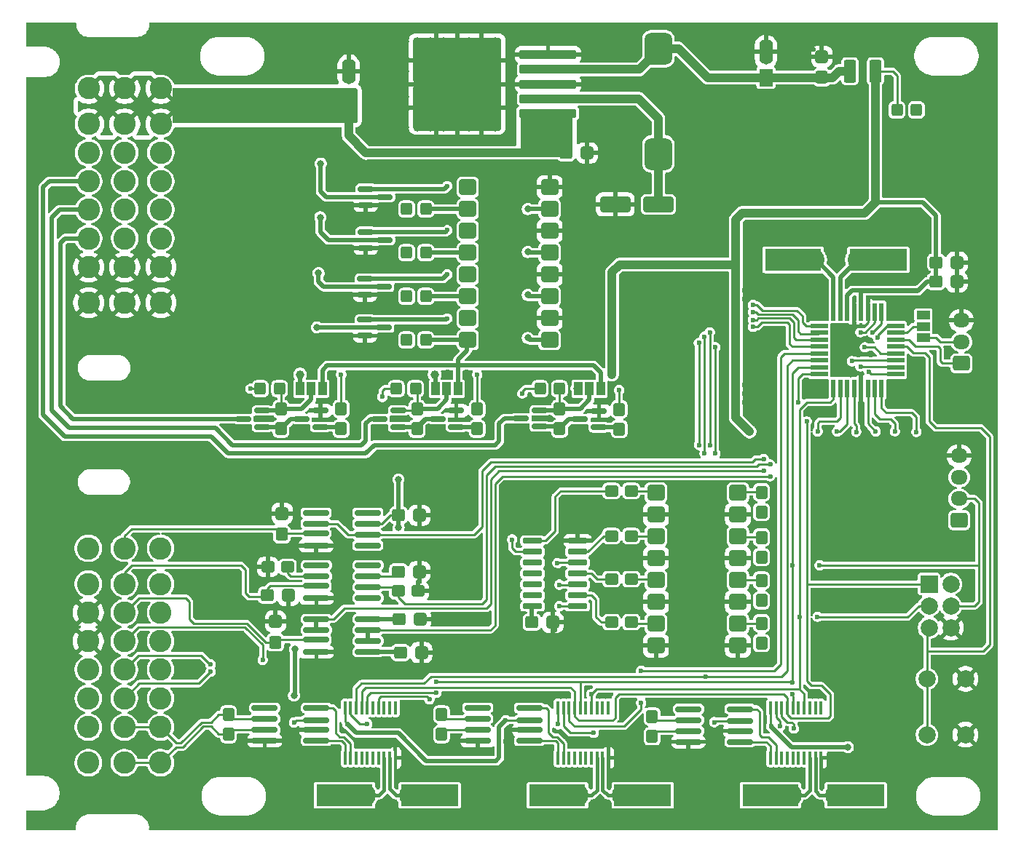
<source format=gbr>
%TF.GenerationSoftware,KiCad,Pcbnew,9.0.2*%
%TF.CreationDate,2025-09-23T15:25:02+08:00*%
%TF.ProjectId,VCU V3.2,56435520-5633-42e3-922e-6b696361645f,rev?*%
%TF.SameCoordinates,Original*%
%TF.FileFunction,Copper,L1,Top*%
%TF.FilePolarity,Positive*%
%FSLAX46Y46*%
G04 Gerber Fmt 4.6, Leading zero omitted, Abs format (unit mm)*
G04 Created by KiCad (PCBNEW 9.0.2) date 2025-09-23 15:25:02*
%MOMM*%
%LPD*%
G01*
G04 APERTURE LIST*
G04 Aperture macros list*
%AMRoundRect*
0 Rectangle with rounded corners*
0 $1 Rounding radius*
0 $2 $3 $4 $5 $6 $7 $8 $9 X,Y pos of 4 corners*
0 Add a 4 corners polygon primitive as box body*
4,1,4,$2,$3,$4,$5,$6,$7,$8,$9,$2,$3,0*
0 Add four circle primitives for the rounded corners*
1,1,$1+$1,$2,$3*
1,1,$1+$1,$4,$5*
1,1,$1+$1,$6,$7*
1,1,$1+$1,$8,$9*
0 Add four rect primitives between the rounded corners*
20,1,$1+$1,$2,$3,$4,$5,0*
20,1,$1+$1,$4,$5,$6,$7,0*
20,1,$1+$1,$6,$7,$8,$9,0*
20,1,$1+$1,$8,$9,$2,$3,0*%
G04 Aperture macros list end*
%TA.AperFunction,ComponentPad*%
%ADD10C,2.400000*%
%TD*%
%TA.AperFunction,SMDPad,CuDef*%
%ADD11R,6.551563X2.500000*%
%TD*%
%TA.AperFunction,SMDPad,CuDef*%
%ADD12R,6.645000X2.500000*%
%TD*%
%TA.AperFunction,ComponentPad*%
%ADD13C,2.000000*%
%TD*%
%TA.AperFunction,SMDPad,CuDef*%
%ADD14R,1.000000X1.500000*%
%TD*%
%TA.AperFunction,SMDPad,CuDef*%
%ADD15RoundRect,0.150000X1.350000X0.150000X-1.350000X0.150000X-1.350000X-0.150000X1.350000X-0.150000X0*%
%TD*%
%TA.AperFunction,SMDPad,CuDef*%
%ADD16RoundRect,0.150000X1.337500X0.150000X-1.337500X0.150000X-1.337500X-0.150000X1.337500X-0.150000X0*%
%TD*%
%TA.AperFunction,SMDPad,CuDef*%
%ADD17RoundRect,0.305575X0.412525X-0.460025X0.412525X0.460025X-0.412525X0.460025X-0.412525X-0.460025X0*%
%TD*%
%TA.AperFunction,SMDPad,CuDef*%
%ADD18RoundRect,0.308511X0.416489X-0.457089X0.416489X0.457089X-0.416489X0.457089X-0.416489X-0.457089X0*%
%TD*%
%TA.AperFunction,SMDPad,CuDef*%
%ADD19RoundRect,0.278125X-0.389375X0.474375X-0.389375X-0.474375X0.389375X-0.474375X0.389375X0.474375X0*%
%TD*%
%TA.AperFunction,SMDPad,CuDef*%
%ADD20RoundRect,0.150000X-0.750000X-0.150000X0.750000X-0.150000X0.750000X0.150000X-0.750000X0.150000X0*%
%TD*%
%TA.AperFunction,ComponentPad*%
%ADD21RoundRect,0.250000X0.725000X-0.600000X0.725000X0.600000X-0.725000X0.600000X-0.725000X-0.600000X0*%
%TD*%
%TA.AperFunction,ComponentPad*%
%ADD22O,1.950000X1.700000*%
%TD*%
%TA.AperFunction,ComponentPad*%
%ADD23R,1.600000X2.000000*%
%TD*%
%TA.AperFunction,ComponentPad*%
%ADD24O,1.600000X3.000000*%
%TD*%
%TA.AperFunction,SMDPad,CuDef*%
%ADD25RoundRect,0.305575X-0.460025X-0.412525X0.460025X-0.412525X0.460025X0.412525X-0.460025X0.412525X0*%
%TD*%
%TA.AperFunction,SMDPad,CuDef*%
%ADD26RoundRect,0.308511X-0.457089X-0.416489X0.457089X-0.416489X0.457089X0.416489X-0.457089X0.416489X0*%
%TD*%
%TA.AperFunction,SMDPad,CuDef*%
%ADD27RoundRect,0.278125X-0.474375X-0.389375X0.474375X-0.389375X0.474375X0.389375X-0.474375X0.389375X0*%
%TD*%
%TA.AperFunction,SMDPad,CuDef*%
%ADD28RoundRect,0.100000X0.100000X-0.687500X0.100000X0.687500X-0.100000X0.687500X-0.100000X-0.687500X0*%
%TD*%
%TA.AperFunction,SMDPad,CuDef*%
%ADD29RoundRect,0.100000X0.099999X-0.687500X0.099999X0.687500X-0.099999X0.687500X-0.099999X-0.687500X0*%
%TD*%
%TA.AperFunction,SMDPad,CuDef*%
%ADD30RoundRect,0.293478X-0.381522X-0.406522X0.381522X-0.406522X0.381522X0.406522X-0.381522X0.406522X0*%
%TD*%
%TA.AperFunction,SMDPad,CuDef*%
%ADD31RoundRect,0.293478X0.381522X0.406522X-0.381522X0.406522X-0.381522X-0.406522X0.381522X-0.406522X0*%
%TD*%
%TA.AperFunction,SMDPad,CuDef*%
%ADD32RoundRect,0.150000X-1.350000X-0.150000X1.350000X-0.150000X1.350000X0.150000X-1.350000X0.150000X0*%
%TD*%
%TA.AperFunction,SMDPad,CuDef*%
%ADD33RoundRect,0.150000X-1.337500X-0.150000X1.337500X-0.150000X1.337500X0.150000X-1.337500X0.150000X0*%
%TD*%
%TA.AperFunction,SMDPad,CuDef*%
%ADD34RoundRect,0.250000X1.500000X0.650000X-1.500000X0.650000X-1.500000X-0.650000X1.500000X-0.650000X0*%
%TD*%
%TA.AperFunction,SMDPad,CuDef*%
%ADD35RoundRect,0.150000X0.750000X0.150000X-0.750000X0.150000X-0.750000X-0.150000X0.750000X-0.150000X0*%
%TD*%
%TA.AperFunction,SMDPad,CuDef*%
%ADD36RoundRect,0.250000X3.075000X0.300000X-3.075000X0.300000X-3.075000X-0.300000X3.075000X-0.300000X0*%
%TD*%
%TA.AperFunction,SMDPad,CuDef*%
%ADD37RoundRect,0.250000X2.025000X2.375000X-2.025000X2.375000X-2.025000X-2.375000X2.025000X-2.375000X0*%
%TD*%
%TA.AperFunction,SMDPad,CuDef*%
%ADD38RoundRect,0.271279X4.828721X5.128721X-4.828721X5.128721X-4.828721X-5.128721X4.828721X-5.128721X0*%
%TD*%
%TA.AperFunction,SMDPad,CuDef*%
%ADD39RoundRect,0.288461X2.386539X2.336539X-2.386539X2.336539X-2.386539X-2.336539X2.386539X-2.336539X0*%
%TD*%
%TA.AperFunction,SMDPad,CuDef*%
%ADD40RoundRect,0.278125X0.474375X0.389375X-0.474375X0.389375X-0.474375X-0.389375X0.474375X-0.389375X0*%
%TD*%
%TA.AperFunction,SMDPad,CuDef*%
%ADD41RoundRect,0.090000X1.040000X0.210000X-1.040000X0.210000X-1.040000X-0.210000X1.040000X-0.210000X0*%
%TD*%
%TA.AperFunction,SMDPad,CuDef*%
%ADD42RoundRect,0.091500X1.038500X0.213500X-1.038500X0.213500X-1.038500X-0.213500X1.038500X-0.213500X0*%
%TD*%
%TA.AperFunction,SMDPad,CuDef*%
%ADD43RoundRect,0.800000X0.800000X-1.075000X0.800000X1.075000X-0.800000X1.075000X-0.800000X-1.075000X0*%
%TD*%
%TA.AperFunction,ComponentPad*%
%ADD44R,2.000000X2.000000*%
%TD*%
%TA.AperFunction,SMDPad,CuDef*%
%ADD45RoundRect,0.249999X0.750001X0.640001X-0.750001X0.640001X-0.750001X-0.640001X0.750001X-0.640001X0*%
%TD*%
%TA.AperFunction,SMDPad,CuDef*%
%ADD46RoundRect,0.250001X0.462499X1.074999X-0.462499X1.074999X-0.462499X-1.074999X0.462499X-1.074999X0*%
%TD*%
%TA.AperFunction,SMDPad,CuDef*%
%ADD47R,0.550000X2.000000*%
%TD*%
%TA.AperFunction,SMDPad,CuDef*%
%ADD48R,2.000000X0.550000*%
%TD*%
%TA.AperFunction,SMDPad,CuDef*%
%ADD49R,2.000000X0.525000*%
%TD*%
%TA.AperFunction,SMDPad,CuDef*%
%ADD50R,2.000000X0.575000*%
%TD*%
%TA.AperFunction,SMDPad,CuDef*%
%ADD51R,0.525000X2.000000*%
%TD*%
%TA.AperFunction,SMDPad,CuDef*%
%ADD52R,1.500000X1.000000*%
%TD*%
%TA.AperFunction,ComponentPad*%
%ADD53C,2.600000*%
%TD*%
%TA.AperFunction,SMDPad,CuDef*%
%ADD54RoundRect,0.249999X-0.750001X-0.640001X0.750001X-0.640001X0.750001X0.640001X-0.750001X0.640001X0*%
%TD*%
%TA.AperFunction,ViaPad*%
%ADD55C,0.600000*%
%TD*%
%TA.AperFunction,ViaPad*%
%ADD56C,1.000000*%
%TD*%
%TA.AperFunction,ViaPad*%
%ADD57C,0.800000*%
%TD*%
%TA.AperFunction,Conductor*%
%ADD58C,0.250000*%
%TD*%
%TA.AperFunction,Conductor*%
%ADD59C,0.500000*%
%TD*%
%TA.AperFunction,Conductor*%
%ADD60C,1.000000*%
%TD*%
%TA.AperFunction,Conductor*%
%ADD61C,0.400000*%
%TD*%
G04 APERTURE END LIST*
D10*
%TO.P,Y1,1,1*%
%TO.N,XTAL2*%
X185110000Y-69450000D03*
D11*
X182670782Y-69458238D03*
D12*
%TO.P,Y1,2,2*%
%TO.N,XTAL1*%
X192582500Y-69450000D03*
D10*
X190190000Y-69450000D03*
%TD*%
D13*
%TO.P,SW1,1,1*%
%TO.N,GND*%
X202710000Y-118210000D03*
X202710000Y-124710000D03*
%TO.P,SW1,2,2*%
%TO.N,RESET*%
X198210000Y-118210000D03*
X198210000Y-124710000D03*
%TD*%
D14*
%TO.P,JP3,1,A*%
%TO.N,+12V*%
X127947500Y-84450000D03*
%TO.P,JP3,2,C*%
%TO.N,Net-(D8-A)*%
X126647500Y-84450000D03*
%TO.P,JP3,3,B*%
%TO.N,+5V*%
X125347500Y-84450000D03*
%TD*%
D15*
%TO.P,U15,1,TXD*%
%TO.N,Net-(U14-TXCAN)*%
X176500000Y-125535000D03*
%TO.P,U15,2,GND*%
%TO.N,GND*%
X176500000Y-124265000D03*
D16*
%TO.P,U15,3,VCC*%
%TO.N,+5V*%
X176512500Y-123130000D03*
D15*
%TO.P,U15,4,RXD*%
%TO.N,Net-(U14-RXCAN)*%
X176500000Y-121725000D03*
%TO.P,U15,5,NC*%
%TO.N,unconnected-(U15-NC-Pad5)*%
X170500000Y-121725000D03*
%TO.P,U15,6,CANL*%
%TO.N,CAN3-*%
X170500000Y-122995000D03*
%TO.P,U15,7,CANH*%
%TO.N,CAN3+*%
X170500000Y-124265000D03*
%TO.P,U15,8,S*%
%TO.N,GND*%
X170500000Y-125535000D03*
%TD*%
D17*
%TO.P,C15,1*%
%TO.N,Net-(U2-FB)*%
X185993100Y-48215600D03*
D18*
%TO.P,C15,2*%
%TO.N,GND*%
X186000000Y-45784400D03*
%TD*%
D19*
%TO.P,R61,1*%
%TO.N,OUT_6*%
X145940000Y-86797500D03*
%TO.P,R61,2*%
%TO.N,Net-(Q11-B)*%
X145940000Y-89102500D03*
%TD*%
%TO.P,R45,1*%
%TO.N,DIN5V_1*%
X179000000Y-111750000D03*
%TO.P,R45,2*%
%TO.N,+5V*%
X179000000Y-114055000D03*
%TD*%
D20*
%TO.P,Q1,1,B*%
%TO.N,Net-(Q1-B)*%
X132997500Y-61188141D03*
%TO.P,Q1,2,E*%
%TO.N,GND*%
X132997500Y-63088141D03*
%TO.P,Q1,3,C*%
%TO.N,/PDU_P4_1/PDU_1/MOS_GATE*%
X135197500Y-62138141D03*
%TD*%
D17*
%TO.P,C20,1*%
%TO.N,APPS_5VOUT*%
X123243100Y-101390600D03*
D18*
%TO.P,C20,2*%
%TO.N,GND*%
X123250000Y-98959400D03*
%TD*%
D19*
%TO.P,R67,1*%
%TO.N,Net-(D8-A)*%
X123130000Y-86797500D03*
%TO.P,R67,2*%
%TO.N,Net-(Q13-C)*%
X123130000Y-89102500D03*
%TD*%
D21*
%TO.P,J4,1,Pin_1*%
%TO.N,RXD*%
X202225000Y-81500000D03*
D22*
%TO.P,J4,2,Pin_2*%
%TO.N,TXD*%
X202225000Y-79000000D03*
%TO.P,J4,3,Pin_3*%
%TO.N,GND*%
X202225000Y-76500000D03*
%TD*%
D19*
%TO.P,R46,1*%
%TO.N,DIN5V_2*%
X179000000Y-106768294D03*
%TO.P,R46,2*%
%TO.N,+5V*%
X179000000Y-109073294D03*
%TD*%
D23*
%TO.P,C14,1*%
%TO.N,Net-(U2-FB)*%
X179500000Y-48250000D03*
D24*
%TO.P,C14,2*%
%TO.N,GND*%
X179500000Y-45250000D03*
%TD*%
D19*
%TO.P,R63,1*%
%TO.N,Net-(D7-A)*%
X138940000Y-86797500D03*
%TO.P,R63,2*%
%TO.N,Net-(Q11-C)*%
X138940000Y-89102500D03*
%TD*%
D25*
%TO.P,C2,1*%
%TO.N,+5V*%
X199284400Y-69743100D03*
D26*
%TO.P,C2,2*%
%TO.N,GND*%
X201715600Y-69750000D03*
%TD*%
D20*
%TO.P,Q7,1,B*%
%TO.N,Net-(Q7-B)*%
X132897500Y-76388141D03*
%TO.P,Q7,2,E*%
%TO.N,GND*%
X132897500Y-78288141D03*
%TO.P,Q7,3,C*%
%TO.N,/PDU_P4_1/PDU_4/MOS_GATE*%
X135097500Y-77338141D03*
%TD*%
D27*
%TO.P,R43,1*%
%TO.N,Net-(R43-Pad1)*%
X161548666Y-101607500D03*
%TO.P,R43,2*%
%TO.N,Net-(R43-Pad2)*%
X163853666Y-101607500D03*
%TD*%
D28*
%TO.P,U14,1,TXCAN*%
%TO.N,Net-(U14-TXCAN)*%
X180050000Y-127412500D03*
%TO.P,U14,2,RXCAN*%
%TO.N,Net-(U14-RXCAN)*%
X180700000Y-127412500D03*
%TO.P,U14,3,CLKOUT/SOF*%
%TO.N,unconnected-(U14-CLKOUT{slash}SOF-Pad3)*%
X181350000Y-127412500D03*
D29*
%TO.P,U14,4,~{TX0RTS}*%
%TO.N,unconnected-(U14-~{TX0RTS}-Pad4)*%
X182000001Y-127412500D03*
D28*
%TO.P,U14,5,~{TX1RTS}*%
%TO.N,unconnected-(U14-~{TX1RTS}-Pad5)*%
X182650000Y-127412500D03*
%TO.P,U14,6,NC*%
%TO.N,unconnected-(U14-NC-Pad6)*%
X183300000Y-127412500D03*
%TO.P,U14,7,~{TX2RTS}*%
%TO.N,unconnected-(U14-~{TX2RTS}-Pad7)*%
X183950000Y-127412500D03*
%TO.P,U14,8,OSC2*%
%TO.N,/CAN BUS_3/XTAL2*%
X184600000Y-127412500D03*
%TO.P,U14,9,OSC1*%
%TO.N,/CAN BUS_3/XTAL1*%
X185250000Y-127412500D03*
%TO.P,U14,10,VSS*%
%TO.N,GND*%
X185900000Y-127412500D03*
%TO.P,U14,11,~{RX1BF}*%
%TO.N,unconnected-(U14-~{RX1BF}-Pad11)*%
X185900000Y-121587500D03*
%TO.P,U14,12,~{RX0BF}*%
%TO.N,unconnected-(U14-~{RX0BF}-Pad12)*%
X185250000Y-121587500D03*
%TO.P,U14,13,~{INT}*%
%TO.N,unconnected-(U14-~{INT}-Pad13)*%
X184600000Y-121587500D03*
%TO.P,U14,14,SCK*%
%TO.N,SCK*%
X183950000Y-121587500D03*
%TO.P,U14,15,NC*%
%TO.N,unconnected-(U14-NC-Pad15)*%
X183300000Y-121587500D03*
%TO.P,U14,16,SI*%
%TO.N,MOSI*%
X182650000Y-121587500D03*
%TO.P,U14,17,SO*%
%TO.N,MISO*%
X182000000Y-121587500D03*
D29*
%TO.P,U14,18,~{CS}*%
%TO.N,CS_3*%
X181350001Y-121587500D03*
%TO.P,U14,19,~{RESET}*%
%TO.N,Net-(U14-~{RESET})*%
X180700001Y-121587500D03*
%TO.P,U14,20,VDD*%
%TO.N,+5V*%
X180050001Y-121587500D03*
%TD*%
D10*
%TO.P,Y4,1,1*%
%TO.N,/CAN BUS_3/XTAL2*%
X182460000Y-131750000D03*
D11*
X180020782Y-131758238D03*
D12*
%TO.P,Y4,2,2*%
%TO.N,/CAN BUS_3/XTAL1*%
X189932500Y-131750000D03*
D10*
X187540000Y-131750000D03*
%TD*%
D27*
%TO.P,R41,1*%
%TO.N,Net-(R41-Pad1)*%
X161548666Y-111607500D03*
%TO.P,R41,2*%
%TO.N,Net-(R41-Pad2)*%
X163853666Y-111607500D03*
%TD*%
D21*
%TO.P,J5,1,Pin_1*%
%TO.N,MISO*%
X201975000Y-99750000D03*
D22*
%TO.P,J5,2,Pin_2*%
%TO.N,MOSI*%
X201975000Y-97250000D03*
%TO.P,J5,3,Pin_3*%
%TO.N,SCK*%
X201975000Y-94750000D03*
%TO.P,J5,4,Pin_4*%
%TO.N,GND*%
X201975000Y-92250000D03*
%TD*%
D25*
%TO.P,C3,1*%
%TO.N,+5V*%
X199250000Y-72000000D03*
D26*
%TO.P,C3,2*%
%TO.N,GND*%
X201681200Y-72006900D03*
%TD*%
D30*
%TO.P,D5,1,K*%
%TO.N,Net-(D5-K)*%
X137729258Y-78778141D03*
%TO.P,D5,2,A*%
%TO.N,+12V*%
X139979258Y-78778141D03*
%TD*%
D20*
%TO.P,Q5,1,B*%
%TO.N,Net-(Q5-B)*%
X132897500Y-71638141D03*
%TO.P,Q5,2,E*%
%TO.N,GND*%
X132897500Y-73538141D03*
%TO.P,Q5,3,C*%
%TO.N,/PDU_P4_1/PDU_3/MOS_GATE*%
X135097500Y-72588141D03*
%TD*%
D31*
%TO.P,D9,1,K*%
%TO.N,Net-(D9-K)*%
X197000000Y-52000000D03*
%TO.P,D9,2,A*%
%TO.N,+5V*%
X194750000Y-52000000D03*
%TD*%
D19*
%TO.P,R65,1*%
%TO.N,OUT_7*%
X130130000Y-86797500D03*
%TO.P,R65,2*%
%TO.N,Net-(Q13-B)*%
X130130000Y-89102500D03*
%TD*%
D10*
%TO.P,Y2,1,1*%
%TO.N,/CAN BUS_1/XTAL2*%
X157710000Y-131750000D03*
D11*
X155270782Y-131758238D03*
D12*
%TO.P,Y2,2,2*%
%TO.N,/CAN BUS_1/XTAL1*%
X165182500Y-131750000D03*
D10*
X162790000Y-131750000D03*
%TD*%
D32*
%TO.P,U6,1,VOS*%
%TO.N,unconnected-(U6-VOS-Pad1)*%
X127212405Y-98885000D03*
%TO.P,U6,2,-*%
%TO.N,APPS_5V*%
X127212405Y-100155000D03*
D33*
%TO.P,U6,3,+*%
%TO.N,APPS_5VOUT*%
X127199905Y-101290000D03*
D32*
%TO.P,U6,4,V-*%
%TO.N,GND*%
X127212405Y-102695000D03*
%TO.P,U6,5,NC*%
%TO.N,unconnected-(U6-NC-Pad5)*%
X133212405Y-102695000D03*
%TO.P,U6,6*%
%TO.N,APPS_5V*%
X133212405Y-101425000D03*
%TO.P,U6,7,V+*%
%TO.N,+5V*%
X133212405Y-100155000D03*
%TO.P,U6,8,VOS*%
%TO.N,unconnected-(U6-VOS-Pad8)*%
X133212405Y-98885000D03*
%TD*%
D15*
%TO.P,U5,1,TXD*%
%TO.N,Net-(U4-TXCAN)*%
X152000000Y-125405000D03*
%TO.P,U5,2,GND*%
%TO.N,GND*%
X152000000Y-124135000D03*
D16*
%TO.P,U5,3,VCC*%
%TO.N,+5V*%
X152012500Y-123000000D03*
D15*
%TO.P,U5,4,RXD*%
%TO.N,Net-(U4-RXCAN)*%
X152000000Y-121595000D03*
%TO.P,U5,5,NC*%
%TO.N,unconnected-(U5-NC-Pad5)*%
X146000000Y-121595000D03*
%TO.P,U5,6,CANL*%
%TO.N,CAN1-*%
X146000000Y-122865000D03*
%TO.P,U5,7,CANH*%
%TO.N,CAN1+*%
X146000000Y-124135000D03*
%TO.P,U5,8,S*%
%TO.N,GND*%
X146000000Y-125405000D03*
%TD*%
D30*
%TO.P,D6,1,K*%
%TO.N,Net-(D6-K)*%
X153250000Y-84450000D03*
%TO.P,D6,2,A*%
%TO.N,Net-(D6-A)*%
X155500000Y-84450000D03*
%TD*%
D34*
%TO.P,D1,1,K*%
%TO.N,Net-(D1-K)*%
X167000000Y-63000000D03*
%TO.P,D1,2,A*%
%TO.N,GND*%
X162000000Y-63000000D03*
%TD*%
D35*
%TO.P,Q13,1,B*%
%TO.N,Net-(Q13-B)*%
X127697500Y-88900000D03*
%TO.P,Q13,2,E*%
%TO.N,GND*%
X127697500Y-87000000D03*
%TO.P,Q13,3,C*%
%TO.N,Net-(Q13-C)*%
X125497500Y-87950000D03*
%TD*%
D25*
%TO.P,C21,1*%
%TO.N,+5V*%
X136784400Y-99168100D03*
D26*
%TO.P,C21,2*%
%TO.N,GND*%
X139215600Y-99175000D03*
%TD*%
D36*
%TO.P,U2,1,VIN*%
%TO.N,+12V*%
X154175000Y-52400000D03*
%TO.P,U2,2,OUT*%
%TO.N,Net-(D1-K)*%
X154175000Y-50700000D03*
%TO.P,U2,3,GND*%
%TO.N,GND*%
X154175000Y-49000000D03*
D37*
X146425000Y-51775000D03*
X146425000Y-46225000D03*
D38*
X143600000Y-49000000D03*
D39*
X141175000Y-51775000D03*
X141175000Y-46225000D03*
D36*
%TO.P,U2,4,FB*%
%TO.N,Net-(U2-FB)*%
X154175000Y-47300000D03*
%TO.P,U2,5,~{ON}/OFF*%
%TO.N,GND*%
X154175000Y-45600000D03*
%TD*%
D30*
%TO.P,D4,1,K*%
%TO.N,Net-(D4-K)*%
X137729258Y-73698141D03*
%TO.P,D4,2,A*%
%TO.N,+12V*%
X139979258Y-73698141D03*
%TD*%
D20*
%TO.P,Q3,1,B*%
%TO.N,Net-(Q3-B)*%
X132997500Y-66188141D03*
%TO.P,Q3,2,E*%
%TO.N,GND*%
X132997500Y-68088141D03*
%TO.P,Q3,3,C*%
%TO.N,/PDU_P4_1/PDU_2/MOS_GATE*%
X135197500Y-67138141D03*
%TD*%
D14*
%TO.P,JP1,1,A*%
%TO.N,+12V*%
X160300000Y-84450000D03*
%TO.P,JP1,2,C*%
%TO.N,Net-(D6-A)*%
X159000000Y-84450000D03*
%TO.P,JP1,3,B*%
%TO.N,+5V*%
X157700000Y-84450000D03*
%TD*%
D40*
%TO.P,R28,1*%
%TO.N,Net-(U7--)*%
X123902500Y-105187500D03*
%TO.P,R28,2*%
%TO.N,GND*%
X121597500Y-105187500D03*
%TD*%
D25*
%TO.P,C31,1*%
%TO.N,CURRENT_AIN*%
X137021900Y-115148100D03*
D26*
%TO.P,C31,2*%
%TO.N,GND*%
X139453100Y-115155000D03*
%TD*%
D15*
%TO.P,U9,1,TXD*%
%TO.N,Net-(U8-TXCAN)*%
X127237500Y-125405000D03*
%TO.P,U9,2,GND*%
%TO.N,GND*%
X127237500Y-124135000D03*
D16*
%TO.P,U9,3,VCC*%
%TO.N,+5V*%
X127250000Y-123000000D03*
D15*
%TO.P,U9,4,RXD*%
%TO.N,Net-(U8-RXCAN)*%
X127237500Y-121595000D03*
%TO.P,U9,5,NC*%
%TO.N,unconnected-(U9-NC-Pad5)*%
X121237500Y-121595000D03*
%TO.P,U9,6,CANL*%
%TO.N,CAN2-*%
X121237500Y-122865000D03*
%TO.P,U9,7,CANH*%
%TO.N,CAN2+*%
X121237500Y-124135000D03*
%TO.P,U9,8,S*%
%TO.N,GND*%
X121237500Y-125405000D03*
%TD*%
D41*
%TO.P,U10,1*%
%TO.N,Net-(CA1-Pad2)*%
X157620000Y-109770000D03*
%TO.P,U10,2*%
%TO.N,Net-(R41-Pad1)*%
X157620000Y-108500000D03*
%TO.P,U10,3*%
%TO.N,Net-(CA2-Pad1)*%
X157620000Y-107230000D03*
%TO.P,U10,4*%
%TO.N,Net-(R42-Pad1)*%
X157620000Y-105960000D03*
%TO.P,U10,5*%
%TO.N,Net-(CA3-Pad1)*%
X157620000Y-104690000D03*
%TO.P,U10,6*%
%TO.N,Net-(R43-Pad1)*%
X157620000Y-103420000D03*
%TO.P,U10,7,VSS*%
%TO.N,GND*%
X157620000Y-102150000D03*
%TO.P,U10,8*%
%TO.N,Net-(R44-Pad1)*%
X152380000Y-102150000D03*
D42*
%TO.P,U10,9*%
%TO.N,Net-(CA4-Pad1)*%
X152380000Y-103415000D03*
D41*
%TO.P,U10,10*%
%TO.N,unconnected-(U10-Pad10)*%
X152380000Y-104690000D03*
%TO.P,U10,11*%
%TO.N,unconnected-(U10-Pad11)*%
X152380000Y-105960000D03*
%TO.P,U10,12*%
%TO.N,unconnected-(U10-Pad12)*%
X152380000Y-107230000D03*
%TO.P,U10,13*%
%TO.N,unconnected-(U10-Pad13)*%
X152380000Y-108500000D03*
%TO.P,U10,14,VDD*%
%TO.N,+5V*%
X152380000Y-109770000D03*
%TD*%
D43*
%TO.P,L1,1,1*%
%TO.N,Net-(D1-K)*%
X167000000Y-57125000D03*
%TO.P,L1,2,2*%
%TO.N,Net-(U2-FB)*%
X167000000Y-44875000D03*
%TD*%
D44*
%TO.P,J3,1,MISO*%
%TO.N,MISO*%
X198460000Y-107170000D03*
D13*
%TO.P,J3,2,VCC*%
%TO.N,+5V*%
X201000000Y-107170000D03*
%TO.P,J3,3,SCK*%
%TO.N,SCK*%
X198460000Y-109710000D03*
%TO.P,J3,4,MOSI*%
%TO.N,MOSI*%
X201000000Y-109710000D03*
%TO.P,J3,5,~{RST}*%
%TO.N,RESET*%
X198460000Y-112250000D03*
%TO.P,J3,6,GND*%
%TO.N,GND*%
X201000000Y-112250000D03*
%TD*%
D45*
%TO.P,U12,1*%
%TO.N,Net-(R56-Pad2)*%
X154362500Y-78778141D03*
%TO.P,U12,2*%
%TO.N,GND*%
X154362500Y-76238141D03*
%TO.P,U12,3*%
%TO.N,Net-(R55-Pad2)*%
X154362500Y-73698141D03*
%TO.P,U12,4*%
%TO.N,GND*%
X154362500Y-71158141D03*
%TO.P,U12,5*%
%TO.N,Net-(R54-Pad2)*%
X154362500Y-68618141D03*
%TO.P,U12,6*%
%TO.N,GND*%
X154362500Y-66078141D03*
%TO.P,U12,7*%
%TO.N,Net-(R53-Pad2)*%
X154362500Y-63538141D03*
%TO.P,U12,8*%
%TO.N,GND*%
X154362500Y-60998141D03*
%TO.P,U12,9*%
%TO.N,/PDU_P4_1/PDU_1/SIGNAL*%
X144832500Y-60998141D03*
%TO.P,U12,10*%
%TO.N,+12V*%
X144832500Y-63538141D03*
%TO.P,U12,11*%
%TO.N,/PDU_P4_1/PDU_2/SIGNAL*%
X144832500Y-66078141D03*
%TO.P,U12,12*%
%TO.N,+12V*%
X144832500Y-68618141D03*
%TO.P,U12,13*%
%TO.N,/PDU_P4_1/PDU_3/SIGNAL*%
X144832500Y-71158141D03*
%TO.P,U12,14*%
%TO.N,+12V*%
X144832500Y-73698141D03*
%TO.P,U12,15*%
%TO.N,/PDU_P4_1/PDU_4/SIGNAL*%
X144832500Y-76238141D03*
%TO.P,U12,16*%
%TO.N,+12V*%
X144832500Y-78778141D03*
%TD*%
D25*
%TO.P,C10,1*%
%TO.N,+12V*%
X156284400Y-56993100D03*
D26*
%TO.P,C10,2*%
%TO.N,GND*%
X158715600Y-57000000D03*
%TD*%
D35*
%TO.P,Q9,1,B*%
%TO.N,Net-(Q9-B)*%
X160100000Y-88950000D03*
%TO.P,Q9,2,E*%
%TO.N,GND*%
X160100000Y-87050000D03*
%TO.P,Q9,3,C*%
%TO.N,Net-(Q10-G)*%
X157900000Y-88000000D03*
%TD*%
D46*
%TO.P,F1,1*%
%TO.N,+5V*%
X192237500Y-47500000D03*
%TO.P,F1,2*%
%TO.N,Net-(U2-FB)*%
X189262500Y-47500000D03*
%TD*%
D28*
%TO.P,U8,1,TXCAN*%
%TO.N,Net-(U8-TXCAN)*%
X130575000Y-127412500D03*
%TO.P,U8,2,RXCAN*%
%TO.N,Net-(U8-RXCAN)*%
X131225000Y-127412500D03*
%TO.P,U8,3,CLKOUT/SOF*%
%TO.N,unconnected-(U8-CLKOUT{slash}SOF-Pad3)*%
X131875000Y-127412500D03*
D29*
%TO.P,U8,4,~{TX0RTS}*%
%TO.N,unconnected-(U8-~{TX0RTS}-Pad4)*%
X132525001Y-127412500D03*
D28*
%TO.P,U8,5,~{TX1RTS}*%
%TO.N,unconnected-(U8-~{TX1RTS}-Pad5)*%
X133175000Y-127412500D03*
%TO.P,U8,6,NC*%
%TO.N,unconnected-(U8-NC-Pad6)*%
X133825000Y-127412500D03*
%TO.P,U8,7,~{TX2RTS}*%
%TO.N,unconnected-(U8-~{TX2RTS}-Pad7)*%
X134475000Y-127412500D03*
%TO.P,U8,8,OSC2*%
%TO.N,/CAN BUS_2/XTAL2*%
X135125000Y-127412500D03*
%TO.P,U8,9,OSC1*%
%TO.N,/CAN BUS_2/XTAL1*%
X135775000Y-127412500D03*
%TO.P,U8,10,VSS*%
%TO.N,GND*%
X136425000Y-127412500D03*
%TO.P,U8,11,~{RX1BF}*%
%TO.N,unconnected-(U8-~{RX1BF}-Pad11)*%
X136425000Y-121587500D03*
%TO.P,U8,12,~{RX0BF}*%
%TO.N,unconnected-(U8-~{RX0BF}-Pad12)*%
X135775000Y-121587500D03*
%TO.P,U8,13,~{INT}*%
%TO.N,unconnected-(U8-~{INT}-Pad13)*%
X135125000Y-121587500D03*
%TO.P,U8,14,SCK*%
%TO.N,SCK*%
X134475000Y-121587500D03*
%TO.P,U8,15,NC*%
%TO.N,unconnected-(U8-NC-Pad15)*%
X133825000Y-121587500D03*
%TO.P,U8,16,SI*%
%TO.N,MOSI*%
X133175000Y-121587500D03*
%TO.P,U8,17,SO*%
%TO.N,MISO*%
X132525000Y-121587500D03*
D29*
%TO.P,U8,18,~{CS}*%
%TO.N,CS_2*%
X131875001Y-121587500D03*
%TO.P,U8,19,~{RESET}*%
%TO.N,Net-(U8-~{RESET})*%
X131225001Y-121587500D03*
%TO.P,U8,20,VDD*%
%TO.N,+5V*%
X130575001Y-121587500D03*
%TD*%
D10*
%TO.P,Y3,1,1*%
%TO.N,/CAN BUS_2/XTAL2*%
X132960000Y-131750000D03*
D11*
X130520782Y-131758238D03*
D12*
%TO.P,Y3,2,2*%
%TO.N,/CAN BUS_2/XTAL1*%
X140432500Y-131750000D03*
D10*
X138040000Y-131750000D03*
%TD*%
D25*
%TO.P,C23,1*%
%TO.N,APPS_3VOUT*%
X121534400Y-108493100D03*
D26*
%TO.P,C23,2*%
%TO.N,GND*%
X123965600Y-108500000D03*
%TD*%
D35*
%TO.P,Q14,1,G*%
%TO.N,Net-(Q13-C)*%
X120947500Y-88900000D03*
%TO.P,Q14,2,S*%
%TO.N,Net-(D8-A)*%
X120947500Y-87000000D03*
%TO.P,Q14,3,D*%
%TO.N,PDU_7*%
X118747500Y-87950000D03*
%TD*%
D30*
%TO.P,D8,1,K*%
%TO.N,Net-(D8-K)*%
X120722500Y-84450000D03*
%TO.P,D8,2,A*%
%TO.N,Net-(D8-A)*%
X122972500Y-84450000D03*
%TD*%
D23*
%TO.P,C8,1*%
%TO.N,+12V*%
X131000000Y-50500000D03*
D24*
%TO.P,C8,2*%
%TO.N,GND*%
X131000000Y-47500000D03*
%TD*%
D19*
%TO.P,R47,1*%
%TO.N,DIN5V_3*%
X179000000Y-101750000D03*
%TO.P,R47,2*%
%TO.N,+5V*%
X179000000Y-104055000D03*
%TD*%
D17*
%TO.P,C30,1*%
%TO.N,BRAKE_AIN*%
X122493100Y-113965600D03*
D18*
%TO.P,C30,2*%
%TO.N,GND*%
X122500000Y-111534400D03*
%TD*%
D19*
%TO.P,R57,1*%
%TO.N,OUT_5*%
X162442500Y-86847500D03*
%TO.P,R57,2*%
%TO.N,Net-(Q9-B)*%
X162442500Y-89152500D03*
%TD*%
D14*
%TO.P,JP2,1,A*%
%TO.N,+12V*%
X143707500Y-84450000D03*
%TO.P,JP2,2,C*%
%TO.N,Net-(D7-A)*%
X142407500Y-84450000D03*
%TO.P,JP2,3,B*%
%TO.N,+5V*%
X141107500Y-84450000D03*
%TD*%
D40*
%TO.P,R29,1*%
%TO.N,GND*%
X139055000Y-108000000D03*
%TO.P,R29,2*%
%TO.N,APPS_3V3*%
X136750000Y-108000000D03*
%TD*%
D27*
%TO.P,R42,1*%
%TO.N,Net-(R42-Pad1)*%
X161548666Y-106607500D03*
%TO.P,R42,2*%
%TO.N,Net-(R42-Pad2)*%
X163853666Y-106607500D03*
%TD*%
D30*
%TO.P,D7,1,K*%
%TO.N,Net-(D7-K)*%
X136532500Y-84450000D03*
%TO.P,D7,2,A*%
%TO.N,Net-(D7-A)*%
X138782500Y-84450000D03*
%TD*%
D19*
%TO.P,R48,1*%
%TO.N,IGN_5V*%
X179000000Y-96500000D03*
%TO.P,R48,2*%
%TO.N,+5V*%
X179000000Y-98805000D03*
%TD*%
%TO.P,R23,1*%
%TO.N,CAN1-*%
X141782500Y-122347500D03*
%TO.P,R23,2*%
%TO.N,CAN1+*%
X141782500Y-124652500D03*
%TD*%
D32*
%TO.P,U13,1*%
%TO.N,BRAKE_AIN_MCU*%
X127250000Y-111250000D03*
%TO.P,U13,2,-*%
X127250000Y-112520000D03*
D33*
%TO.P,U13,3,+*%
%TO.N,BRAKE_AIN*%
X127237500Y-113655000D03*
D32*
%TO.P,U13,4,V-*%
%TO.N,GND*%
X127250000Y-115060000D03*
%TO.P,U13,5,+*%
%TO.N,CURRENT_AIN*%
X133250000Y-115060000D03*
%TO.P,U13,6,-*%
%TO.N,CURRENT_MCU*%
X133250000Y-113790000D03*
%TO.P,U13,7*%
X133250000Y-112520000D03*
%TO.P,U13,8,V+*%
%TO.N,+5V*%
X133250000Y-111250000D03*
%TD*%
D25*
%TO.P,C32,1*%
%TO.N,+5V*%
X136870600Y-111250000D03*
D26*
%TO.P,C32,2*%
%TO.N,GND*%
X139301800Y-111256900D03*
%TD*%
D27*
%TO.P,R44,1*%
%TO.N,Net-(R44-Pad1)*%
X161548666Y-96357500D03*
%TO.P,R44,2*%
%TO.N,Net-(R44-Pad2)*%
X163853666Y-96357500D03*
%TD*%
D47*
%TO.P,U1,1,PD3*%
%TO.N,DIN5V_2*%
X192950000Y-75500000D03*
%TO.P,U1,2,PD4*%
%TO.N,DIN5V_3*%
X192150000Y-75500000D03*
%TO.P,U1,3,GND*%
%TO.N,GND*%
X191350000Y-75500000D03*
%TO.P,U1,4,VCC*%
%TO.N,+5V*%
X190550000Y-75500000D03*
%TO.P,U1,5,GND*%
%TO.N,GND*%
X189750000Y-75500000D03*
%TO.P,U1,6,VCC*%
%TO.N,+5V*%
X188950000Y-75500000D03*
%TO.P,U1,7,XTAL1/PB6*%
%TO.N,XTAL1*%
X188150000Y-75500000D03*
%TO.P,U1,8,XTAL2/PB7*%
%TO.N,XTAL2*%
X187350000Y-75500000D03*
D48*
%TO.P,U1,9,PD5*%
%TO.N,OUT_1*%
X185700000Y-77150000D03*
D49*
%TO.P,U1,10,PD6*%
%TO.N,OUT_2*%
X185700000Y-77937500D03*
D50*
%TO.P,U1,11,PD7*%
%TO.N,OUT_3*%
X185700000Y-78762500D03*
D48*
%TO.P,U1,12,PB0*%
%TO.N,OUT_4*%
X185700000Y-79550000D03*
%TO.P,U1,13,PB1*%
%TO.N,CS_1*%
X185700000Y-80350000D03*
%TO.P,U1,14,PB2*%
%TO.N,CS_2*%
X185700000Y-81150000D03*
%TO.P,U1,15,PB3*%
%TO.N,MOSI*%
X185700000Y-81950000D03*
%TO.P,U1,16,PB4*%
%TO.N,MISO*%
X185700000Y-82750000D03*
D47*
%TO.P,U1,17,PB5*%
%TO.N,SCK*%
X187350000Y-84400000D03*
%TO.P,U1,18,AVCC*%
%TO.N,+5V*%
X188150000Y-84400000D03*
%TO.P,U1,19,ADC6*%
%TO.N,APPS_5V*%
X188950000Y-84400000D03*
D51*
%TO.P,U1,20,AREF*%
%TO.N,Net-(U1-AREF)*%
X189762500Y-84400000D03*
D47*
%TO.P,U1,21,GND*%
%TO.N,GND*%
X190550000Y-84400000D03*
%TO.P,U1,22,ADC7*%
%TO.N,APPS_3V3*%
X191350000Y-84400000D03*
%TO.P,U1,23,PC0*%
%TO.N,BRAKE_AIN_MCU*%
X192150000Y-84400000D03*
%TO.P,U1,24,PC1*%
%TO.N,CURRENT_MCU*%
X192950000Y-84400000D03*
D48*
%TO.P,U1,25,PC2*%
%TO.N,OUT_5*%
X194600000Y-82750000D03*
%TO.P,U1,26,PC3*%
%TO.N,OUT_6*%
X194600000Y-81950000D03*
%TO.P,U1,27,PC4*%
%TO.N,OUT_7*%
X194600000Y-81150000D03*
%TO.P,U1,28,PC5*%
%TO.N,IGN_5V*%
X194600000Y-80350000D03*
%TO.P,U1,29,~{RESET}/PC6*%
%TO.N,RESET*%
X194600000Y-79550000D03*
%TO.P,U1,30,PD0*%
%TO.N,RXD*%
X194600000Y-78750000D03*
%TO.P,U1,31,PD1*%
%TO.N,Net-(JP5-C)*%
X194600000Y-77950000D03*
%TO.P,U1,32,PD2*%
%TO.N,DIN5V_1*%
X194600000Y-77150000D03*
%TD*%
D52*
%TO.P,JP5,1,A*%
%TO.N,TXD*%
X197800000Y-78500000D03*
%TO.P,JP5,2,C*%
%TO.N,Net-(JP5-C)*%
X197800000Y-77200000D03*
%TO.P,JP5,3,B*%
%TO.N,CS_3*%
X197800000Y-75900000D03*
%TD*%
D35*
%TO.P,Q10,1,G*%
%TO.N,Net-(Q10-G)*%
X153235000Y-88850000D03*
%TO.P,Q10,2,S*%
%TO.N,Net-(D6-A)*%
X153235000Y-86950000D03*
%TO.P,Q10,3,D*%
%TO.N,PDU_5*%
X151035000Y-87900000D03*
%TD*%
%TO.P,Q11,1,B*%
%TO.N,Net-(Q11-B)*%
X143507500Y-88900000D03*
%TO.P,Q11,2,E*%
%TO.N,GND*%
X143507500Y-87000000D03*
%TO.P,Q11,3,C*%
%TO.N,Net-(Q11-C)*%
X141307500Y-87950000D03*
%TD*%
D28*
%TO.P,U4,1,TXCAN*%
%TO.N,Net-(U4-TXCAN)*%
X155325000Y-127412500D03*
%TO.P,U4,2,RXCAN*%
%TO.N,Net-(U4-RXCAN)*%
X155975000Y-127412500D03*
%TO.P,U4,3,CLKOUT/SOF*%
%TO.N,unconnected-(U4-CLKOUT{slash}SOF-Pad3)*%
X156625000Y-127412500D03*
D29*
%TO.P,U4,4,~{TX0RTS}*%
%TO.N,unconnected-(U4-~{TX0RTS}-Pad4)*%
X157275001Y-127412500D03*
D28*
%TO.P,U4,5,~{TX1RTS}*%
%TO.N,unconnected-(U4-~{TX1RTS}-Pad5)*%
X157925000Y-127412500D03*
%TO.P,U4,6,NC*%
%TO.N,unconnected-(U4-NC-Pad6)*%
X158575000Y-127412500D03*
%TO.P,U4,7,~{TX2RTS}*%
%TO.N,unconnected-(U4-~{TX2RTS}-Pad7)*%
X159225000Y-127412500D03*
%TO.P,U4,8,OSC2*%
%TO.N,/CAN BUS_1/XTAL2*%
X159875000Y-127412500D03*
%TO.P,U4,9,OSC1*%
%TO.N,/CAN BUS_1/XTAL1*%
X160525000Y-127412500D03*
%TO.P,U4,10,VSS*%
%TO.N,GND*%
X161175000Y-127412500D03*
%TO.P,U4,11,~{RX1BF}*%
%TO.N,unconnected-(U4-~{RX1BF}-Pad11)*%
X161175000Y-121587500D03*
%TO.P,U4,12,~{RX0BF}*%
%TO.N,unconnected-(U4-~{RX0BF}-Pad12)*%
X160525000Y-121587500D03*
%TO.P,U4,13,~{INT}*%
%TO.N,unconnected-(U4-~{INT}-Pad13)*%
X159875000Y-121587500D03*
%TO.P,U4,14,SCK*%
%TO.N,SCK*%
X159225000Y-121587500D03*
%TO.P,U4,15,NC*%
%TO.N,unconnected-(U4-NC-Pad15)*%
X158575000Y-121587500D03*
%TO.P,U4,16,SI*%
%TO.N,MOSI*%
X157925000Y-121587500D03*
%TO.P,U4,17,SO*%
%TO.N,MISO*%
X157275000Y-121587500D03*
D29*
%TO.P,U4,18,~{CS}*%
%TO.N,CS_1*%
X156625001Y-121587500D03*
%TO.P,U4,19,~{RESET}*%
%TO.N,Net-(U4-~{RESET})*%
X155975001Y-121587500D03*
%TO.P,U4,20,VDD*%
%TO.N,+5V*%
X155325001Y-121587500D03*
%TD*%
D53*
%TO.P,J2,1*%
%TO.N,APPS_5VIN*%
X109132800Y-103018000D03*
%TO.P,J2,2*%
%TO.N,APPS_3VIN*%
X109132800Y-107168000D03*
%TO.P,J2,3*%
%TO.N,+5V*%
X109132800Y-110498000D03*
%TO.P,J2,4*%
X109132800Y-113828000D03*
%TO.P,J2,5*%
%TO.N,CAN1-*%
X109132800Y-117133000D03*
%TO.P,J2,6*%
%TO.N,CAN1+*%
X109132800Y-120488000D03*
%TO.P,J2,7*%
%TO.N,CAN2-*%
X109132800Y-123818000D03*
%TO.P,J2,8*%
%TO.N,CAN2+*%
X109132800Y-127968000D03*
%TO.P,J2,9*%
%TO.N,APPS_5VOUT*%
X104932800Y-103018000D03*
%TO.P,J2,10*%
%TO.N,APPS_3VOUT*%
X104932800Y-107168000D03*
%TO.P,J2,11*%
%TO.N,BRAKE_AIN*%
X104932800Y-110498000D03*
%TO.P,J2,12*%
%TO.N,CURRENT_AIN*%
X104932800Y-113828000D03*
%TO.P,J2,13*%
%TO.N,CAN3-*%
X104932800Y-117133000D03*
%TO.P,J2,14*%
%TO.N,CAN3+*%
X104932800Y-120488000D03*
%TO.P,J2,15*%
%TO.N,CAN2-*%
X104932800Y-123818000D03*
%TO.P,J2,16*%
%TO.N,CAN2+*%
X104932800Y-127968000D03*
%TO.P,J2,17*%
%TO.N,APPS_5VGND*%
X100732800Y-103018000D03*
%TO.P,J2,18*%
%TO.N,APPS_3VGND*%
X100732800Y-107168000D03*
%TO.P,J2,19*%
%TO.N,GND*%
X100732800Y-110498000D03*
%TO.P,J2,20*%
X100732800Y-113828000D03*
%TO.P,J2,21*%
%TO.N,DIN_1*%
X100732800Y-117133000D03*
%TO.P,J2,22*%
%TO.N,DIN_2*%
X100732800Y-120488000D03*
%TO.P,J2,23*%
%TO.N,DIN_3*%
X100732800Y-123818000D03*
%TO.P,J2,24*%
%TO.N,IGN_12V*%
X100732800Y-127968000D03*
%TD*%
D32*
%TO.P,U7,1,VOS*%
%TO.N,unconnected-(U7-VOS-Pad1)*%
X127250000Y-105000000D03*
%TO.P,U7,2,-*%
%TO.N,Net-(U7--)*%
X127250000Y-106270000D03*
D33*
%TO.P,U7,3,+*%
%TO.N,APPS_3VOUT*%
X127237500Y-107405000D03*
D32*
%TO.P,U7,4,V-*%
%TO.N,GND*%
X127250000Y-108810000D03*
%TO.P,U7,5,NC*%
%TO.N,unconnected-(U7-NC-Pad5)*%
X133250000Y-108810000D03*
%TO.P,U7,6*%
%TO.N,APPS_3V3*%
X133250000Y-107540000D03*
%TO.P,U7,7,V+*%
%TO.N,+5V*%
X133250000Y-106270000D03*
%TO.P,U7,8,VOS*%
%TO.N,unconnected-(U7-VOS-Pad8)*%
X133250000Y-105000000D03*
%TD*%
D25*
%TO.P,C24,1*%
%TO.N,+5V*%
X136784400Y-105743100D03*
D26*
%TO.P,C24,2*%
%TO.N,GND*%
X139215600Y-105750000D03*
%TD*%
D25*
%TO.P,CA5,1*%
%TO.N,+5V*%
X152284400Y-111634151D03*
D26*
%TO.P,CA5,2*%
%TO.N,GND*%
X154715600Y-111641051D03*
%TD*%
D19*
%TO.P,R59,1*%
%TO.N,Net-(D6-A)*%
X155517500Y-86797500D03*
%TO.P,R59,2*%
%TO.N,Net-(Q10-G)*%
X155517500Y-89102500D03*
%TD*%
D35*
%TO.P,Q12,1,G*%
%TO.N,Net-(Q11-C)*%
X136757500Y-88900000D03*
%TO.P,Q12,2,S*%
%TO.N,Net-(D7-A)*%
X136757500Y-87000000D03*
%TO.P,Q12,3,D*%
%TO.N,PDU_6*%
X134557500Y-87950000D03*
%TD*%
D19*
%TO.P,R32,1*%
%TO.N,CAN2-*%
X117032500Y-122347500D03*
%TO.P,R32,2*%
%TO.N,CAN2+*%
X117032500Y-124652500D03*
%TD*%
D53*
%TO.P,J1,1*%
%TO.N,+12V*%
X109167600Y-49499000D03*
%TO.P,J1,2*%
X109167600Y-53649000D03*
%TO.P,J1,3*%
%TO.N,PDU_1*%
X109167600Y-56979000D03*
%TO.P,J1,4*%
%TO.N,PDU_2*%
X109167600Y-60309000D03*
%TO.P,J1,5*%
%TO.N,PDU_3*%
X109167600Y-63614000D03*
%TO.P,J1,6*%
%TO.N,PDU_4*%
X109167600Y-66969000D03*
%TO.P,J1,7*%
%TO.N,GND*%
X109167600Y-70299000D03*
%TO.P,J1,8*%
X109167600Y-74449000D03*
%TO.P,J1,9*%
%TO.N,+12V*%
X104967600Y-49499000D03*
%TO.P,J1,10*%
X104967600Y-53649000D03*
%TO.P,J1,11*%
%TO.N,PDU_1*%
X104967600Y-56979000D03*
%TO.P,J1,12*%
%TO.N,PDU_2*%
X104967600Y-60309000D03*
%TO.P,J1,13*%
%TO.N,PDU_3*%
X104967600Y-63614000D03*
%TO.P,J1,14*%
%TO.N,PDU_4*%
X104967600Y-66969000D03*
%TO.P,J1,15*%
%TO.N,GND*%
X104967600Y-70299000D03*
%TO.P,J1,16*%
X104967600Y-74449000D03*
%TO.P,J1,17*%
%TO.N,+12V*%
X100767600Y-49499000D03*
%TO.P,J1,18*%
X100767600Y-53649000D03*
%TO.P,J1,19*%
%TO.N,+5V*%
X100767600Y-56979000D03*
%TO.P,J1,20*%
%TO.N,PDU_5*%
X100767600Y-60309000D03*
%TO.P,J1,21*%
%TO.N,PDU_6*%
X100767600Y-63614000D03*
%TO.P,J1,22*%
%TO.N,PDU_7*%
X100767600Y-66969000D03*
%TO.P,J1,23*%
%TO.N,GND*%
X100767600Y-70299000D03*
%TO.P,J1,24*%
X100767600Y-74449000D03*
%TD*%
D19*
%TO.P,R73,1*%
%TO.N,CAN3-*%
X166282500Y-122597500D03*
%TO.P,R73,2*%
%TO.N,CAN3+*%
X166282500Y-124902500D03*
%TD*%
D54*
%TO.P,U11,1*%
%TO.N,Net-(R44-Pad2)*%
X166720000Y-96555000D03*
%TO.P,U11,2*%
%TO.N,GND*%
X166720000Y-99095000D03*
%TO.P,U11,3*%
%TO.N,Net-(R43-Pad2)*%
X166720000Y-101635000D03*
%TO.P,U11,4*%
%TO.N,GND*%
X166720000Y-104175000D03*
%TO.P,U11,5*%
%TO.N,Net-(R42-Pad2)*%
X166720000Y-106715000D03*
%TO.P,U11,6*%
%TO.N,GND*%
X166720000Y-109255000D03*
%TO.P,U11,7*%
%TO.N,Net-(R41-Pad2)*%
X166720000Y-111795000D03*
%TO.P,U11,8*%
%TO.N,GND*%
X166720000Y-114335000D03*
%TO.P,U11,9*%
X176250000Y-114335000D03*
%TO.P,U11,10*%
%TO.N,DIN5V_1*%
X176250000Y-111795000D03*
%TO.P,U11,11*%
%TO.N,GND*%
X176250000Y-109255000D03*
%TO.P,U11,12*%
%TO.N,DIN5V_2*%
X176250000Y-106715000D03*
%TO.P,U11,13*%
%TO.N,GND*%
X176250000Y-104175000D03*
%TO.P,U11,14*%
%TO.N,DIN5V_3*%
X176250000Y-101635000D03*
%TO.P,U11,15*%
%TO.N,GND*%
X176250000Y-99095000D03*
%TO.P,U11,16*%
%TO.N,IGN_5V*%
X176250000Y-96555000D03*
%TD*%
D30*
%TO.P,D2,1,K*%
%TO.N,Net-(D2-K)*%
X137729258Y-63538141D03*
%TO.P,D2,2,A*%
%TO.N,+12V*%
X139979258Y-63538141D03*
%TD*%
%TO.P,D3,1,K*%
%TO.N,Net-(D3-K)*%
X137729258Y-68618141D03*
%TO.P,D3,2,A*%
%TO.N,+12V*%
X139979258Y-68618141D03*
%TD*%
D55*
%TO.N,Net-(CA2-Pad1)*%
X155500000Y-107250000D03*
%TO.N,GND*%
X129600000Y-117800000D03*
X162500000Y-52500000D03*
X187500000Y-60000000D03*
X158750000Y-119250000D03*
X162500000Y-65000000D03*
X192500000Y-122500000D03*
X175000000Y-62500000D03*
X98000000Y-100695000D03*
X160000000Y-112500000D03*
X178000000Y-87000000D03*
X145000000Y-130000000D03*
X157669823Y-125571581D03*
X205000000Y-80000000D03*
X200750000Y-80250000D03*
X197000000Y-81000000D03*
X147500000Y-87500000D03*
X98500000Y-65500000D03*
D56*
X142000000Y-54000000D03*
D55*
X134000000Y-89000000D03*
X185000000Y-76000000D03*
X148500000Y-86500000D03*
X143500000Y-106000000D03*
X182500000Y-50000000D03*
X184000000Y-74000000D03*
X142500000Y-90000000D03*
X155000000Y-92000000D03*
X132500000Y-80000000D03*
X145258517Y-97000000D03*
X122500000Y-80000000D03*
X105000000Y-100000000D03*
X175000000Y-135000000D03*
X145000000Y-126500000D03*
D56*
X146500000Y-55500000D03*
D55*
X167000000Y-92000000D03*
X185000000Y-60000000D03*
X170000000Y-80000000D03*
D56*
X143500000Y-52000000D03*
D55*
X150000000Y-112500000D03*
X180000000Y-62500000D03*
X192500000Y-135000000D03*
X94000000Y-109500000D03*
X185000000Y-62500000D03*
X193665600Y-66700000D03*
X155000000Y-115000000D03*
X179034400Y-134500000D03*
X142500000Y-103000000D03*
X179000000Y-86000000D03*
X170000000Y-85000000D03*
X135750000Y-109250000D03*
X167500000Y-127500000D03*
X187500000Y-100000000D03*
X162500000Y-67500000D03*
X143500000Y-92000000D03*
X97500000Y-65500000D03*
X132750000Y-82750000D03*
X113200000Y-116400000D03*
X165000000Y-67500000D03*
D56*
X137500000Y-55500000D03*
D55*
X157500000Y-60000000D03*
X170000000Y-132500000D03*
X185000000Y-50000000D03*
X182500000Y-57500000D03*
X188500000Y-80500000D03*
X134000000Y-90000000D03*
D56*
X143500000Y-54000000D03*
X142000000Y-52000000D03*
D55*
X94000000Y-97500000D03*
X202500000Y-87500000D03*
X176000000Y-92000000D03*
X162500000Y-60000000D03*
X117500000Y-110000000D03*
X152500000Y-100000000D03*
X129500000Y-106000000D03*
X160000000Y-97500000D03*
X185000000Y-45000000D03*
X202750000Y-108500000D03*
X180000000Y-60000000D03*
X97500000Y-112000000D03*
D56*
X137500000Y-46000000D03*
X145000000Y-46000000D03*
D55*
X195000000Y-76000000D03*
X154400000Y-88000000D03*
X155000000Y-112500000D03*
X195000000Y-65000000D03*
X179000000Y-73000000D03*
X142500000Y-95000000D03*
X186000000Y-91500000D03*
X187500000Y-55000000D03*
X128000000Y-90000000D03*
X150500000Y-85500000D03*
X185000000Y-85000000D03*
X133500000Y-85500000D03*
X117500000Y-120000000D03*
X139500000Y-125000000D03*
X131000000Y-112500000D03*
X190000000Y-122500000D03*
D56*
X143500000Y-44000000D03*
X148000000Y-54000000D03*
D55*
X165000000Y-100000000D03*
X127500000Y-135000000D03*
X94000000Y-107000000D03*
X182500000Y-55000000D03*
X187500000Y-127500000D03*
X196000000Y-74000000D03*
X142500000Y-97000000D03*
X187500000Y-57500000D03*
X142500000Y-114000000D03*
X125000000Y-45000000D03*
X160000000Y-72500000D03*
X190000000Y-102500000D03*
X145000000Y-132500000D03*
X152500000Y-127500000D03*
X170000000Y-52500000D03*
X180500000Y-100500000D03*
X160000000Y-77500000D03*
X177500000Y-52500000D03*
X140000000Y-95000000D03*
X140500000Y-90000000D03*
X196000000Y-76000000D03*
X157000000Y-95500000D03*
X149000000Y-121500000D03*
X187500000Y-77250000D03*
X129500000Y-113500000D03*
X180500000Y-106000000D03*
X131000000Y-113500000D03*
X175000000Y-127500000D03*
X121597500Y-105187500D03*
X170000000Y-72500000D03*
X150000000Y-115000000D03*
X117500000Y-95000000D03*
X190000000Y-60000000D03*
D56*
X140500000Y-46000000D03*
D55*
X171000000Y-92000000D03*
X145000000Y-135000000D03*
X180500000Y-108000000D03*
X143500000Y-125500000D03*
X195000000Y-75000000D03*
X175000000Y-90000000D03*
X177500000Y-62500000D03*
X122500000Y-135000000D03*
D56*
X139000000Y-52000000D03*
X145000000Y-52000000D03*
D55*
X176250000Y-99095000D03*
X176000000Y-90000000D03*
X135500000Y-96500000D03*
X129500000Y-105000000D03*
X117500000Y-80000000D03*
X112400000Y-117400000D03*
X94000000Y-114000000D03*
X181734400Y-66700000D03*
X205000000Y-75000000D03*
X120000000Y-100000000D03*
X165000000Y-77500000D03*
X177500000Y-127500000D03*
X157500000Y-67500000D03*
X119600000Y-117800000D03*
X202500000Y-102500000D03*
X187500000Y-97500000D03*
X194000000Y-75000000D03*
X190965600Y-134493100D03*
X180000000Y-85000000D03*
X194000000Y-85000000D03*
X205000000Y-127500000D03*
X201430000Y-120244400D03*
X127500000Y-127500000D03*
X147500000Y-130000000D03*
X195000000Y-130000000D03*
X127697500Y-87000000D03*
X162500000Y-125000000D03*
X170000000Y-60000000D03*
X133500000Y-86500000D03*
X195000000Y-120000000D03*
X172500000Y-55000000D03*
X172500000Y-60000000D03*
X180000000Y-87000000D03*
X167500000Y-72500000D03*
D56*
X140500000Y-42500000D03*
D55*
X200000000Y-60000000D03*
X122500000Y-120000000D03*
X180000000Y-91000000D03*
X172500000Y-115000000D03*
X185000000Y-57500000D03*
X152500000Y-97500000D03*
X190000000Y-117500000D03*
X187500000Y-50000000D03*
X152250000Y-82750000D03*
X198000000Y-74000000D03*
X123200000Y-117800000D03*
X155000000Y-102500000D03*
X194000000Y-74000000D03*
X160100000Y-87050000D03*
X195000000Y-60000000D03*
X153000000Y-96000000D03*
X194000000Y-84000000D03*
X102500000Y-85000000D03*
X117500000Y-100000000D03*
X131000000Y-108000000D03*
X147250000Y-82750000D03*
X160000000Y-115000000D03*
X195000000Y-74000000D03*
X132897500Y-78288141D03*
X186000000Y-96500000D03*
X191000000Y-92000000D03*
X142500000Y-108000000D03*
X147500000Y-89500000D03*
X170000000Y-107500000D03*
D56*
X146500000Y-44000000D03*
D55*
X129500000Y-101750000D03*
X190000000Y-50000000D03*
X182500000Y-62500000D03*
X144500000Y-90000000D03*
X200000000Y-55000000D03*
X151000000Y-82750000D03*
X118400000Y-117800000D03*
X150000000Y-127500000D03*
X179000000Y-91000000D03*
X137800000Y-88000000D03*
X186000000Y-85000000D03*
X126000000Y-89000000D03*
X160000000Y-60000000D03*
X190000000Y-97500000D03*
X110000000Y-45000000D03*
X179000000Y-87000000D03*
X143500000Y-108000000D03*
X143500000Y-95000000D03*
X94000000Y-116000000D03*
X205000000Y-65000000D03*
X115000000Y-120000000D03*
X205000000Y-87500000D03*
X162500000Y-57500000D03*
X142500000Y-115000000D03*
X144750000Y-82500000D03*
X107000000Y-106000000D03*
X170000000Y-67500000D03*
X115000000Y-115000000D03*
D56*
X146500000Y-42500000D03*
D55*
X180500000Y-102000000D03*
X202500000Y-90000000D03*
X96000000Y-95500000D03*
X195000000Y-127500000D03*
X187500000Y-125000000D03*
X112500000Y-127500000D03*
D56*
X139000000Y-54000000D03*
D55*
X122500000Y-95000000D03*
X197000000Y-84000000D03*
X196000000Y-75000000D03*
X170000000Y-65000000D03*
X157000000Y-92000000D03*
X153000000Y-92000000D03*
X190000000Y-110000000D03*
X128600000Y-117800000D03*
X177500000Y-57500000D03*
X120000000Y-127500000D03*
X202500000Y-85000000D03*
X187500000Y-117500000D03*
X125000000Y-135000000D03*
D56*
X140500000Y-52000000D03*
D55*
X135600000Y-100600000D03*
X180500000Y-110000000D03*
D56*
X140500000Y-49000000D03*
D55*
X120000000Y-110000000D03*
X129500000Y-107000000D03*
X193250000Y-93000000D03*
D56*
X140500000Y-55500000D03*
D55*
X132997500Y-68088141D03*
D56*
X139000000Y-49000000D03*
D55*
X132997500Y-63088141D03*
X179000000Y-84000000D03*
X190000000Y-57500000D03*
X97500000Y-92500000D03*
X138000000Y-96500000D03*
X195250000Y-91000000D03*
X117500000Y-85000000D03*
X183000000Y-74000000D03*
X135250000Y-82750000D03*
D56*
X148000000Y-46000000D03*
D55*
X190000000Y-45000000D03*
X107000000Y-114000000D03*
D56*
X148000000Y-52000000D03*
D55*
X164000000Y-121250000D03*
X170000000Y-112500000D03*
X177500000Y-55000000D03*
X122500000Y-132500000D03*
D56*
X137500000Y-42500000D03*
X139000000Y-44000000D03*
D55*
X125000000Y-132500000D03*
X140500000Y-126500000D03*
X166215600Y-134500000D03*
X139500000Y-122000000D03*
X145321617Y-95000000D03*
X143500000Y-97000000D03*
X162500000Y-110000000D03*
X185250000Y-120000000D03*
X190000000Y-106000000D03*
X117500000Y-127500000D03*
D56*
X146500000Y-54000000D03*
D55*
X130000000Y-93500000D03*
X137250000Y-82750000D03*
X105000000Y-45000000D03*
X107000000Y-108000000D03*
X180000000Y-57500000D03*
X139453100Y-115155000D03*
X162500000Y-127500000D03*
X177500000Y-50000000D03*
X178000000Y-84000000D03*
X180000000Y-52500000D03*
X160000000Y-65000000D03*
X177000000Y-86000000D03*
X177000000Y-73000000D03*
X189000000Y-91000000D03*
X170000000Y-77500000D03*
X197000000Y-82000000D03*
X131000000Y-107000000D03*
X195000000Y-112500000D03*
X139215600Y-105750000D03*
X165000000Y-110000000D03*
X189000000Y-92000000D03*
X172500000Y-132500000D03*
X175000000Y-89000000D03*
X178000000Y-85000000D03*
D56*
X143500000Y-55500000D03*
D55*
X100000000Y-100000000D03*
X143500000Y-90000000D03*
X135000000Y-45000000D03*
X179000000Y-88000000D03*
X142500000Y-96000000D03*
X141500000Y-89000000D03*
X165000000Y-105000000D03*
X94000000Y-95500000D03*
X186000000Y-75000000D03*
X170000000Y-57500000D03*
X187500000Y-112500000D03*
X182500000Y-52500000D03*
X123965600Y-108500000D03*
X132500000Y-85500000D03*
X149500000Y-86500000D03*
X165000000Y-125000000D03*
X192500000Y-108000000D03*
X190000000Y-100000000D03*
X185506900Y-87000000D03*
D56*
X140500000Y-54000000D03*
D55*
X117500000Y-115000000D03*
X133500000Y-96500000D03*
X131000000Y-105000000D03*
X200500000Y-101000000D03*
X187500000Y-80500000D03*
X120000000Y-95000000D03*
X157500000Y-70000000D03*
X141500000Y-114000000D03*
X122500000Y-111534400D03*
X112500000Y-130000000D03*
X157500000Y-80000000D03*
X169000000Y-92000000D03*
X143500000Y-103000000D03*
X95000000Y-50000000D03*
X192500000Y-110000000D03*
X115000000Y-100000000D03*
X112500000Y-95000000D03*
X191000000Y-92750000D03*
D56*
X145000000Y-44000000D03*
D55*
X143500000Y-100500000D03*
X135000000Y-60000000D03*
X186000000Y-74000000D03*
X176250000Y-104175000D03*
X97000000Y-62000000D03*
X195000000Y-100000000D03*
X205000000Y-70000000D03*
X94000000Y-112000000D03*
X197500000Y-97500000D03*
X115000000Y-127500000D03*
X175000000Y-60000000D03*
X170000000Y-55000000D03*
X122000000Y-88000000D03*
X176000000Y-91000000D03*
X190000000Y-92000000D03*
X115000000Y-77500000D03*
X112500000Y-132500000D03*
X172500000Y-65000000D03*
X157500000Y-65000000D03*
X134000000Y-82750000D03*
X190000000Y-127500000D03*
X163000000Y-92000000D03*
X197000000Y-85000000D03*
X149500000Y-85500000D03*
X98500000Y-62000000D03*
X132897500Y-73538141D03*
X195000000Y-115000000D03*
X190250000Y-80500000D03*
X167500000Y-90000000D03*
X143500000Y-114000000D03*
X165000000Y-80000000D03*
X172500000Y-127500000D03*
X200000000Y-75000000D03*
X162500000Y-105000000D03*
X135000000Y-89000000D03*
X185000000Y-55000000D03*
X172500000Y-130000000D03*
X122500000Y-127500000D03*
X187000000Y-87000000D03*
X195000000Y-55000000D03*
X151000000Y-96000000D03*
X147500000Y-132500000D03*
X117200000Y-117800000D03*
X160000000Y-90000000D03*
D56*
X140500000Y-50500000D03*
D55*
X145347500Y-106967500D03*
D56*
X140500000Y-44000000D03*
D55*
X190000000Y-108000000D03*
X170000000Y-110000000D03*
X182000000Y-74000000D03*
X189750000Y-74000000D03*
D56*
X137500000Y-44000000D03*
D55*
X97500000Y-116000000D03*
X135000000Y-70000000D03*
X165000000Y-127500000D03*
X196250000Y-91000000D03*
X172500000Y-135000000D03*
D56*
X148000000Y-55500000D03*
D55*
X201715600Y-69750000D03*
D56*
X137500000Y-54000000D03*
D55*
X200000000Y-50000000D03*
D56*
X137500000Y-47500000D03*
D55*
X112400000Y-116400000D03*
X157500000Y-62500000D03*
X171000000Y-96000000D03*
X146500000Y-126500000D03*
X165000000Y-90000000D03*
X143500000Y-96000000D03*
X102500000Y-92500000D03*
X166720000Y-109255000D03*
X135000000Y-90000000D03*
X192500000Y-127500000D03*
X114500000Y-109000000D03*
X112500000Y-100000000D03*
X140000000Y-102500000D03*
X141500000Y-115000000D03*
X160000000Y-70000000D03*
X154750000Y-82750000D03*
X150000000Y-130000000D03*
D56*
X142000000Y-42500000D03*
D55*
X200000000Y-127500000D03*
X170000000Y-135000000D03*
X172500000Y-62500000D03*
X186000000Y-76000000D03*
X187500000Y-102500000D03*
X190000000Y-62500000D03*
X205000000Y-85000000D03*
X175000000Y-55000000D03*
X195000000Y-97500000D03*
X199000000Y-74000000D03*
X142500000Y-106000000D03*
X166720000Y-104175000D03*
X192500000Y-115000000D03*
X135500000Y-93500000D03*
X195000000Y-45000000D03*
X129500000Y-112500000D03*
X205000000Y-82500000D03*
X161000000Y-92000000D03*
X193250000Y-91000000D03*
X197500000Y-127500000D03*
X157500000Y-77500000D03*
X165000000Y-92000000D03*
X203250000Y-106000000D03*
X139250000Y-82750000D03*
D56*
X148000000Y-44000000D03*
D55*
X147500000Y-88500000D03*
X150000000Y-105000000D03*
X170000000Y-100000000D03*
X179000000Y-74000000D03*
X187500000Y-110000000D03*
X150000000Y-90000000D03*
X145284400Y-115006900D03*
X142500000Y-92000000D03*
X147500000Y-86500000D03*
X130000000Y-120000000D03*
X153500000Y-82750000D03*
X120000000Y-105000000D03*
X185000000Y-75000000D03*
X175000000Y-91000000D03*
X157500000Y-112500000D03*
X124000000Y-72250000D03*
X167500000Y-85000000D03*
X131000000Y-100000000D03*
X170000000Y-127500000D03*
X165000000Y-97500000D03*
X169000000Y-96000000D03*
X185750000Y-125000000D03*
X143500000Y-126500000D03*
X127500000Y-80000000D03*
X180500000Y-104000000D03*
X142500000Y-82500000D03*
X157500000Y-115000000D03*
D56*
X142000000Y-44000000D03*
X148000000Y-42500000D03*
D55*
X143500000Y-107000000D03*
X94000000Y-102000000D03*
X160829337Y-120148646D03*
X189750000Y-77250000D03*
X175000000Y-132500000D03*
X175000000Y-50000000D03*
X184000000Y-84000000D03*
D56*
X143500000Y-46000000D03*
D55*
X149750000Y-82750000D03*
X166720000Y-99095000D03*
X167500000Y-67500000D03*
X165000000Y-87500000D03*
X190000000Y-115000000D03*
X112500000Y-85000000D03*
X190000000Y-112500000D03*
D56*
X146500000Y-46000000D03*
D55*
X127500000Y-120000000D03*
D56*
X139000000Y-50500000D03*
D55*
X157500000Y-97500000D03*
X170000000Y-102500000D03*
X205000000Y-60000000D03*
X187500000Y-52500000D03*
X200000000Y-90000000D03*
X170000000Y-130000000D03*
X129500000Y-109000000D03*
X159000000Y-92000000D03*
X195250000Y-93000000D03*
X196250000Y-93000000D03*
X130000000Y-45000000D03*
X195000000Y-85000000D03*
X151000000Y-92000000D03*
X170000000Y-105000000D03*
X185000000Y-74000000D03*
X141500000Y-90000000D03*
X165000000Y-85000000D03*
X177500000Y-67500000D03*
X115000000Y-95000000D03*
X147500000Y-85500000D03*
X112500000Y-122500000D03*
X178000000Y-73000000D03*
X167500000Y-80000000D03*
X167500000Y-77500000D03*
X195250000Y-92000000D03*
D56*
X145000000Y-42500000D03*
D55*
X200000000Y-87500000D03*
X152500000Y-115000000D03*
X162500000Y-45000000D03*
X122000000Y-117800000D03*
X147500000Y-135000000D03*
X195000000Y-84000000D03*
X152500000Y-135000000D03*
X150000000Y-132500000D03*
D56*
X139000000Y-42500000D03*
D55*
X162500000Y-97500000D03*
X160000000Y-80000000D03*
X140500000Y-89000000D03*
X100000000Y-45000000D03*
X180500000Y-99000000D03*
X172500000Y-67500000D03*
X131000000Y-106000000D03*
X142500000Y-135000000D03*
X160000000Y-67500000D03*
X178000000Y-86000000D03*
X195000000Y-117500000D03*
X172500000Y-45000000D03*
D56*
X139000000Y-55500000D03*
D55*
X175000000Y-92000000D03*
X112500000Y-92500000D03*
X196000000Y-85000000D03*
X195000000Y-132500000D03*
X205000000Y-55000000D03*
X127000000Y-90000000D03*
X167500000Y-50000000D03*
X125000000Y-95000000D03*
X192500000Y-100000000D03*
X180500000Y-114000000D03*
X165000000Y-72500000D03*
X117500000Y-107500000D03*
X120000000Y-120000000D03*
X191000000Y-91000000D03*
X135000000Y-65000000D03*
X124000000Y-65750000D03*
X170000000Y-97500000D03*
X185000000Y-52500000D03*
X177000000Y-74000000D03*
X107500000Y-92500000D03*
X194000000Y-76000000D03*
X143507500Y-87000000D03*
X180000000Y-50000000D03*
X202500000Y-127500000D03*
X167500000Y-135000000D03*
X142000000Y-126500000D03*
X176250000Y-109255000D03*
X170000000Y-90000000D03*
X177000000Y-85000000D03*
X180000000Y-86000000D03*
X126000000Y-90000000D03*
X98000000Y-105000000D03*
X131000000Y-111500000D03*
X142500000Y-107000000D03*
X180500000Y-97500000D03*
X162500000Y-115000000D03*
X175000000Y-130000000D03*
X172500000Y-50000000D03*
X196000000Y-84000000D03*
X127400000Y-117800000D03*
X97500000Y-114000000D03*
X170000000Y-65000000D03*
X107500000Y-85000000D03*
X157500000Y-72500000D03*
X107000000Y-101500000D03*
X175000000Y-45000000D03*
X133500000Y-93500000D03*
X197000000Y-83000000D03*
X180000000Y-88000000D03*
X139301800Y-111256900D03*
X120000000Y-107500000D03*
X180500000Y-112000000D03*
X160000000Y-100000000D03*
X162500000Y-100000000D03*
X184000000Y-85000000D03*
X170000000Y-115000000D03*
X125000000Y-90000000D03*
X159000000Y-95500000D03*
X149256900Y-125465600D03*
X154284400Y-134500000D03*
X112500000Y-135000000D03*
X148500000Y-85500000D03*
X95000000Y-125000000D03*
D56*
X137500000Y-49000000D03*
D55*
X181000000Y-74000000D03*
X94000000Y-104500000D03*
X205000000Y-72500000D03*
X187500000Y-62500000D03*
X102500000Y-100000000D03*
X170000000Y-62500000D03*
X190000000Y-55000000D03*
X136250000Y-82750000D03*
X184000000Y-125000000D03*
X125000000Y-127500000D03*
X155000000Y-105500000D03*
X112500000Y-120000000D03*
X157500000Y-90000000D03*
X197250000Y-102500000D03*
D56*
X140500000Y-47500000D03*
D55*
X187500000Y-115000000D03*
X167500000Y-87500000D03*
X170000000Y-50000000D03*
X180000000Y-55000000D03*
X155000000Y-95500000D03*
X200000000Y-85000000D03*
D56*
X137500000Y-50500000D03*
D55*
X175000000Y-52500000D03*
X97967500Y-109402500D03*
X140000000Y-92500000D03*
X95000000Y-55000000D03*
X127500000Y-95000000D03*
X130000000Y-95000000D03*
X145284400Y-103004604D03*
X177000000Y-84000000D03*
X150500000Y-86500000D03*
D56*
X143500000Y-42500000D03*
D55*
X189000000Y-92750000D03*
D56*
X145000000Y-54000000D03*
D55*
X177500000Y-135000000D03*
X179000000Y-85000000D03*
X190000000Y-52500000D03*
X177500000Y-60000000D03*
X107000000Y-117500000D03*
X201681200Y-72006900D03*
D56*
X139000000Y-47500000D03*
D55*
X143500000Y-115000000D03*
X98000000Y-95500000D03*
X172500000Y-52500000D03*
X205000000Y-67500000D03*
X107000000Y-122000000D03*
X131500000Y-82750000D03*
X156000000Y-82750000D03*
X132500000Y-87500000D03*
X200000000Y-92500000D03*
X205000000Y-77500000D03*
X187500000Y-108000000D03*
X192500000Y-112500000D03*
X186000000Y-84000000D03*
X205000000Y-50000000D03*
X132000000Y-96500000D03*
D56*
X137500000Y-52000000D03*
D55*
X180000000Y-84000000D03*
X125000000Y-130000000D03*
X107000000Y-104000000D03*
X138250000Y-82750000D03*
X193250000Y-92000000D03*
X95000000Y-120000000D03*
X196250000Y-92000000D03*
X129500000Y-108000000D03*
X135000000Y-75000000D03*
X190000000Y-91000000D03*
X107000000Y-110500000D03*
X157500000Y-100000000D03*
X110000000Y-95000000D03*
X192500000Y-117500000D03*
X120800000Y-117800000D03*
X160000000Y-105000000D03*
X142500000Y-100500000D03*
X162500000Y-55000000D03*
X192500000Y-102500000D03*
X192500000Y-97500000D03*
D56*
X145000000Y-55500000D03*
D55*
X133215600Y-125493100D03*
X177500000Y-70000000D03*
D56*
X142000000Y-46000000D03*
D55*
X172500000Y-72500000D03*
X175000000Y-57500000D03*
X135000000Y-92500000D03*
X180500000Y-96000000D03*
X197000000Y-74000000D03*
X190000000Y-120000000D03*
X185000000Y-84000000D03*
X190000000Y-92750000D03*
X170000000Y-87500000D03*
X182500000Y-60000000D03*
X192500000Y-120000000D03*
X131000000Y-109000000D03*
X130000000Y-96500000D03*
X149250000Y-100000000D03*
X125000000Y-89000000D03*
X94000000Y-100000000D03*
X191750000Y-80500000D03*
X180000000Y-74000000D03*
X148500000Y-82750000D03*
X138000000Y-93500000D03*
D56*
X139000000Y-46000000D03*
D55*
X150000000Y-135000000D03*
X132500000Y-86500000D03*
X126200000Y-117800000D03*
D56*
X142000000Y-55500000D03*
X146500000Y-52000000D03*
D55*
X124000000Y-59500000D03*
X172500000Y-57500000D03*
%TO.N,Net-(CA3-Pad1)*%
X155252983Y-104741051D03*
%TO.N,Net-(CA1-Pad2)*%
X155500000Y-109750000D03*
%TO.N,Net-(D2-K)*%
X137729258Y-63538141D03*
D56*
%TO.N,+12V*%
X147000000Y-56993100D03*
D57*
X144750000Y-78855641D03*
D55*
X112500000Y-50000000D03*
X117500000Y-52500000D03*
X122500000Y-52500000D03*
X117500000Y-50000000D03*
D57*
X144750000Y-73712784D03*
D55*
X112500000Y-52500000D03*
D57*
X144750000Y-63427070D03*
D55*
X127500000Y-50000000D03*
X122500000Y-50000000D03*
X127500000Y-52500000D03*
D57*
X144750000Y-68569927D03*
D55*
%TO.N,Net-(D3-K)*%
X137729258Y-68618141D03*
%TO.N,Net-(D4-K)*%
X137729258Y-73698141D03*
%TO.N,Net-(D5-K)*%
X137729258Y-78778141D03*
%TO.N,/PDU_P4_1/PDU_1/MOS_GATE*%
X135197500Y-62138141D03*
D57*
X127750000Y-58250000D03*
D55*
%TO.N,Net-(Q3-B)*%
X142445000Y-65998498D03*
%TO.N,CURRENT_AIN*%
X121000000Y-116000000D03*
X137021900Y-115148100D03*
%TO.N,OUT_1*%
X178000000Y-74699997D03*
%TO.N,/PDU_P4_1/PDU_2/MOS_GATE*%
X135197500Y-67138141D03*
D57*
X127700000Y-64500000D03*
D55*
%TO.N,OUT_2*%
X178000000Y-75500000D03*
%TO.N,Net-(Q1-B)*%
X142445000Y-60855641D03*
%TO.N,OUT_3*%
X178000000Y-76447812D03*
%TO.N,OUT_4*%
X178000000Y-77250000D03*
D57*
%TO.N,/PDU_P4_1/PDU_3/MOS_GATE*%
X127500000Y-71000000D03*
D55*
X135097500Y-72588141D03*
%TO.N,Net-(Q5-B)*%
X142445000Y-71141355D03*
%TO.N,/PDU_P4_1/PDU_4/MOS_GATE*%
X135097500Y-77338141D03*
D57*
X127300000Y-77300000D03*
D55*
%TO.N,Net-(Q7-B)*%
X142445000Y-76284212D03*
%TO.N,Net-(Q10-G)*%
X155485000Y-89200000D03*
%TO.N,DIN5V_1*%
X171750000Y-91000000D03*
X192500000Y-78500000D03*
X176250000Y-111795000D03*
X171702887Y-79117784D03*
%TO.N,DIN5V_2*%
X191879171Y-77927910D03*
X172375000Y-78375000D03*
X172375000Y-92000000D03*
X176250000Y-106715000D03*
%TO.N,DIN5V_3*%
X176250000Y-101635000D03*
X173000000Y-77875000D03*
X173000000Y-91000000D03*
X190500000Y-77875000D03*
%TO.N,IGN_5V*%
X176250000Y-96555000D03*
X173625000Y-92000000D03*
X173625000Y-79625000D03*
X191000000Y-79625000D03*
%TO.N,Net-(Q13-C)*%
X123130000Y-89102500D03*
%TO.N,APPS_5V*%
X187763800Y-89431200D03*
X179250000Y-92625000D03*
%TO.N,MOSI*%
X141200000Y-119825000D03*
X141200000Y-118575000D03*
X185750000Y-105000000D03*
X182600000Y-118600000D03*
X182600000Y-120025000D03*
X182600000Y-105000000D03*
%TO.N,Net-(D6-K)*%
X151200000Y-85000000D03*
%TO.N,CURRENT_MCU*%
X196993100Y-89482000D03*
X180000000Y-94635847D03*
%TO.N,+5V*%
X179000000Y-104055000D03*
X179000000Y-109073294D03*
D56*
X157600000Y-84400000D03*
D57*
X136784400Y-95000000D03*
D56*
X161600000Y-82800000D03*
X177597500Y-89431200D03*
D57*
X189032500Y-126152500D03*
D55*
X173500000Y-123250000D03*
D57*
X136870600Y-111250000D03*
D55*
X180097500Y-123717500D03*
X179000000Y-98805000D03*
X179000000Y-114000000D03*
D57*
X152284400Y-111634151D03*
X124750000Y-114750000D03*
D56*
X125347500Y-82800000D03*
D57*
X136784400Y-105743100D03*
D55*
X130847500Y-123467500D03*
D56*
X141000000Y-82800000D03*
D57*
X124646750Y-120146750D03*
D55*
X124646750Y-123284400D03*
X155347500Y-123500000D03*
D57*
X136800000Y-100600000D03*
D55*
X185513800Y-89431200D03*
X149250000Y-123034400D03*
%TO.N,Net-(U1-AREF)*%
X190006900Y-89465600D03*
%TO.N,BRAKE_AIN_MCU*%
X179250000Y-94010847D03*
X194500000Y-89413200D03*
%TO.N,Net-(D7-K)*%
X134907500Y-85400000D03*
%TO.N,MISO*%
X183250000Y-86000000D03*
X184250000Y-88250000D03*
%TO.N,SCK*%
X185500000Y-111000000D03*
X140400000Y-120600000D03*
X183400000Y-111000000D03*
X159200000Y-120000000D03*
%TO.N,Net-(D8-K)*%
X119597500Y-84450000D03*
%TO.N,APPS_3V3*%
X192263800Y-89431200D03*
X180000000Y-93250000D03*
%TO.N,Net-(U4-~{RESET})*%
X159500000Y-124500000D03*
%TO.N,CS_1*%
X165000000Y-121000000D03*
X165000000Y-117250000D03*
%TO.N,CAN1+*%
X141782500Y-124652500D03*
%TO.N,CS_2*%
X172500000Y-117949000D03*
%TO.N,Net-(U8-~{RESET})*%
X133152500Y-123467500D03*
%TO.N,CAN1-*%
X141782500Y-122347500D03*
%TO.N,Net-(Q11-C)*%
X138907500Y-88950000D03*
D57*
%TO.N,/PDU_P4_1/PDU_1/SIGNAL*%
X144750000Y-60855641D03*
%TO.N,/PDU_P4_1/PDU_2/SIGNAL*%
X144750000Y-65998498D03*
%TO.N,/PDU_P4_1/PDU_3/SIGNAL*%
X144750000Y-71141355D03*
%TO.N,/PDU_P4_1/PDU_4/SIGNAL*%
X144750000Y-76284212D03*
D55*
%TO.N,OUT_5*%
X162442500Y-84600000D03*
X191500000Y-82500000D03*
%TO.N,OUT_6*%
X190500000Y-81875000D03*
X145940000Y-82800000D03*
%TO.N,OUT_7*%
X130130000Y-82800000D03*
X189500000Y-81250000D03*
%TO.N,Net-(CA4-Pad1)*%
X150000000Y-102000000D03*
D57*
%TO.N,Net-(R53-Pad2)*%
X151815000Y-63540641D03*
%TO.N,Net-(R54-Pad2)*%
X151815000Y-68540641D03*
%TO.N,Net-(R55-Pad2)*%
X151815000Y-73540641D03*
%TO.N,Net-(R56-Pad2)*%
X151815000Y-78540641D03*
D55*
%TO.N,Net-(D9-K)*%
X197000000Y-52000000D03*
%TO.N,Net-(U14-~{RESET})*%
X181135000Y-123750000D03*
%TO.N,CAN3+*%
X114959667Y-117359667D03*
X166282500Y-124902500D03*
%TO.N,CAN3-*%
X114934596Y-116514750D03*
X166282500Y-122597500D03*
%TO.N,CS_3*%
X197800000Y-75900000D03*
X182750000Y-124000000D03*
%TD*%
D58*
%TO.N,Net-(CA2-Pad1)*%
X157600000Y-107250000D02*
X157620000Y-107230000D01*
X155500000Y-107250000D02*
X157600000Y-107250000D01*
%TO.N,GND*%
X189750000Y-77250000D02*
X190850000Y-77250000D01*
X190850000Y-77250000D02*
X191350000Y-76750000D01*
X191350000Y-76750000D02*
X191350000Y-75500000D01*
X189750000Y-75500000D02*
X189750000Y-77250000D01*
%TO.N,Net-(CA3-Pad1)*%
X155304034Y-104690000D02*
X157620000Y-104690000D01*
X155252983Y-104741051D02*
X155304034Y-104690000D01*
%TO.N,Net-(CA1-Pad2)*%
X157620000Y-109770000D02*
X155520000Y-109770000D01*
X155520000Y-109770000D02*
X155500000Y-109750000D01*
D59*
%TO.N,+12V*%
X144832500Y-63538141D02*
X144832500Y-63509570D01*
D60*
X131000000Y-50500000D02*
X131000000Y-55000000D01*
D59*
X144672500Y-78778141D02*
X144750000Y-78855641D01*
X159500000Y-81750000D02*
X160300000Y-82550000D01*
X139979258Y-78778141D02*
X144672500Y-78778141D01*
X144832500Y-63509570D02*
X144750000Y-63427070D01*
D60*
X133000000Y-57000000D02*
X133006900Y-56993100D01*
D59*
X144750000Y-78855641D02*
X144750000Y-80000000D01*
X139979258Y-73698141D02*
X144735357Y-73698141D01*
X143707500Y-81042500D02*
X143707500Y-81750000D01*
X144764643Y-73698141D02*
X144832500Y-73698141D01*
X143707500Y-81750000D02*
X143707500Y-84450000D01*
D60*
X131000000Y-55000000D02*
X133000000Y-57000000D01*
D59*
X144798214Y-68618141D02*
X144750000Y-68569927D01*
X160300000Y-82550000D02*
X160300000Y-84450000D01*
D60*
X133006900Y-56993100D02*
X147000000Y-56993100D01*
X147000000Y-56993100D02*
X156284400Y-56993100D01*
D59*
X144735357Y-73698141D02*
X144750000Y-73712784D01*
X127947500Y-84450000D02*
X127947500Y-82302500D01*
X144827500Y-78778141D02*
X144832500Y-78778141D01*
X144750000Y-80000000D02*
X143707500Y-81042500D01*
X144750000Y-68569927D02*
X144701786Y-68618141D01*
X144832500Y-68618141D02*
X144798214Y-68618141D01*
X144750000Y-73712784D02*
X144764643Y-73698141D01*
X128500000Y-81750000D02*
X143707500Y-81750000D01*
X127947500Y-82302500D02*
X128500000Y-81750000D01*
X144750000Y-78855641D02*
X144827500Y-78778141D01*
X144638929Y-63538141D02*
X139979258Y-63538141D01*
X143707500Y-81750000D02*
X159500000Y-81750000D01*
X144750000Y-63427070D02*
X144638929Y-63538141D01*
X144701786Y-68618141D02*
X139979258Y-68618141D01*
%TO.N,/PDU_P4_1/PDU_1/MOS_GATE*%
X128388141Y-62138141D02*
X127750000Y-61500000D01*
X135197500Y-62138141D02*
X128388141Y-62138141D01*
X127750000Y-61500000D02*
X127750000Y-58250000D01*
%TO.N,Net-(Q3-B)*%
X142255357Y-66188141D02*
X142445000Y-65998498D01*
X132997500Y-66188141D02*
X142255357Y-66188141D01*
D58*
%TO.N,APPS_3VOUT*%
X121845000Y-107405000D02*
X121534400Y-107715600D01*
X105750000Y-105000000D02*
X118500000Y-105000000D01*
X119000000Y-105500000D02*
X119000000Y-108250000D01*
X119398100Y-108648100D02*
X121534400Y-108648100D01*
X119000000Y-108250000D02*
X119398100Y-108648100D01*
X121534400Y-107715600D02*
X121534400Y-108493100D01*
X127237500Y-107405000D02*
X121845000Y-107405000D01*
X104932800Y-107168000D02*
X104932800Y-105817200D01*
X104932800Y-105817200D02*
X105750000Y-105000000D01*
X118500000Y-105000000D02*
X119000000Y-105500000D01*
%TO.N,BRAKE_AIN*%
X104932800Y-110498000D02*
X106636800Y-108794000D01*
X112500000Y-109250000D02*
X112500000Y-111250000D01*
X112044000Y-108794000D02*
X112500000Y-109250000D01*
X113001000Y-111751000D02*
X119138810Y-111751000D01*
X122803700Y-113655000D02*
X127237500Y-113655000D01*
X112500000Y-111250000D02*
X113001000Y-111751000D01*
X119138810Y-111751000D02*
X121353410Y-113965600D01*
X122493100Y-113965600D02*
X122803700Y-113655000D01*
X121353410Y-113965600D02*
X122493100Y-113965600D01*
X106636800Y-108794000D02*
X112044000Y-108794000D01*
D59*
%TO.N,CURRENT_AIN*%
X133250000Y-115060000D02*
X136905000Y-115060000D01*
D58*
X118952000Y-112202000D02*
X121000000Y-114250000D01*
X104932800Y-113828000D02*
X106558800Y-112202000D01*
X121000000Y-114250000D02*
X121000000Y-116000000D01*
X106558800Y-112202000D02*
X118952000Y-112202000D01*
D59*
X136905000Y-115060000D02*
X137000000Y-115155000D01*
D58*
%TO.N,APPS_5VOUT*%
X127199905Y-101290000D02*
X123343700Y-101290000D01*
X104932800Y-101567200D02*
X104932800Y-103018000D01*
X105750000Y-100750000D02*
X104932800Y-101567200D01*
X123243100Y-101390600D02*
X122602500Y-100750000D01*
X122602500Y-100750000D02*
X105750000Y-100750000D01*
X123343700Y-101290000D02*
X123243100Y-101390600D01*
%TO.N,OUT_1*%
X183098000Y-75348000D02*
X183750000Y-76000000D01*
X179098000Y-75348000D02*
X183098000Y-75348000D01*
X178000000Y-74699997D02*
X178449997Y-74699997D01*
X184150000Y-77150000D02*
X185700000Y-77150000D01*
X183750000Y-76750000D02*
X184150000Y-77150000D01*
X183750000Y-76000000D02*
X183750000Y-76750000D01*
X178449997Y-74699997D02*
X179098000Y-75348000D01*
D59*
%TO.N,/PDU_P4_1/PDU_2/MOS_GATE*%
X135197500Y-67138141D02*
X128638141Y-67138141D01*
X127700000Y-66200000D02*
X127700000Y-64500000D01*
X127700000Y-66200000D02*
X128638141Y-67138141D01*
D58*
%TO.N,OUT_2*%
X178333533Y-75500000D02*
X178632533Y-75799000D01*
X183550000Y-78050000D02*
X185587500Y-78050000D01*
X182549000Y-75799000D02*
X183250000Y-76500000D01*
X178632533Y-75799000D02*
X182549000Y-75799000D01*
X178000000Y-75500000D02*
X178333533Y-75500000D01*
X183250000Y-76500000D02*
X183250000Y-77750000D01*
X185587500Y-78050000D02*
X185700000Y-77937500D01*
X183250000Y-77750000D02*
X183550000Y-78050000D01*
D59*
%TO.N,Net-(Q1-B)*%
X132997500Y-61188141D02*
X142112500Y-61188141D01*
X142112500Y-61188141D02*
X142445000Y-60855641D01*
D58*
%TO.N,OUT_3*%
X178616115Y-76250000D02*
X182250000Y-76250000D01*
X178000000Y-76447812D02*
X178418303Y-76447812D01*
X178418303Y-76447812D02*
X178616115Y-76250000D01*
X183012500Y-78762500D02*
X185700000Y-78762500D01*
X182750000Y-76750000D02*
X182750000Y-78500000D01*
X182750000Y-78500000D02*
X183012500Y-78762500D01*
X182250000Y-76250000D02*
X182750000Y-76750000D01*
%TO.N,Net-(R41-Pad2)*%
X166720000Y-111795000D02*
X164041166Y-111795000D01*
X164041166Y-111795000D02*
X163853666Y-111607500D01*
%TO.N,OUT_4*%
X182250000Y-79250000D02*
X182250000Y-77000000D01*
X179000000Y-76750000D02*
X182000000Y-76750000D01*
X182550000Y-79550000D02*
X182250000Y-79250000D01*
X185700000Y-79550000D02*
X182550000Y-79550000D01*
X178500000Y-77250000D02*
X179000000Y-76750000D01*
X182250000Y-77000000D02*
X182000000Y-76750000D01*
X178000000Y-77250000D02*
X178500000Y-77250000D01*
%TO.N,Net-(R43-Pad2)*%
X166692500Y-101607500D02*
X166720000Y-101635000D01*
X163853666Y-101607500D02*
X166692500Y-101607500D01*
D59*
%TO.N,/PDU_P4_1/PDU_3/MOS_GATE*%
X128088141Y-72588141D02*
X127500000Y-72000000D01*
X135097500Y-72588141D02*
X128088141Y-72588141D01*
X127500000Y-72000000D02*
X127500000Y-71000000D01*
%TO.N,Net-(Q5-B)*%
X141948214Y-71638141D02*
X142445000Y-71141355D01*
X132897500Y-71638141D02*
X141948214Y-71638141D01*
%TO.N,/PDU_P4_1/PDU_4/MOS_GATE*%
X127338141Y-77338141D02*
X135097500Y-77338141D01*
X127300000Y-77300000D02*
X127338141Y-77338141D01*
%TO.N,Net-(Q7-B)*%
X142341071Y-76388141D02*
X142445000Y-76284212D01*
X132897500Y-76388141D02*
X142341071Y-76388141D01*
%TO.N,Net-(Q9-B)*%
X160100000Y-88950000D02*
X162240000Y-88950000D01*
X162240000Y-88950000D02*
X162442500Y-89152500D01*
D58*
X160260000Y-88950000D02*
X162240000Y-88950000D01*
D59*
%TO.N,Net-(Q10-G)*%
X157900000Y-88000000D02*
X156620000Y-88000000D01*
X153235000Y-88850000D02*
X155265000Y-88850000D01*
X155265000Y-88850000D02*
X155517500Y-89102500D01*
X156620000Y-88000000D02*
X155517500Y-89102500D01*
%TO.N,Net-(Q13-B)*%
X127697500Y-88900000D02*
X129927500Y-88900000D01*
X129927500Y-88900000D02*
X130130000Y-89102500D01*
D58*
%TO.N,DIN5V_1*%
X171702887Y-90952887D02*
X171750000Y-91000000D01*
X176250000Y-111795000D02*
X178971166Y-111795000D01*
X192500000Y-78250000D02*
X192500000Y-78500000D01*
X194600000Y-77150000D02*
X193600000Y-77150000D01*
X171702887Y-79117784D02*
X171702887Y-90952887D01*
X193600000Y-77150000D02*
X192500000Y-78250000D01*
%TO.N,DIN5V_2*%
X176270794Y-106735794D02*
X176250000Y-106715000D01*
X192950000Y-75500000D02*
X192950000Y-76857081D01*
X192950000Y-76857081D02*
X191879171Y-77927910D01*
X172375000Y-78375000D02*
X172375000Y-92000000D01*
X179048666Y-106735794D02*
X176270794Y-106735794D01*
%TO.N,DIN5V_3*%
X176332500Y-101717500D02*
X176250000Y-101635000D01*
X192150000Y-76750000D02*
X192150000Y-75500000D01*
X190500000Y-77875000D02*
X191025000Y-77875000D01*
X179048666Y-101717500D02*
X176332500Y-101717500D01*
X191025000Y-77875000D02*
X192150000Y-76750000D01*
X173000000Y-77875000D02*
X173000000Y-91000000D01*
%TO.N,IGN_5V*%
X192125000Y-79625000D02*
X191000000Y-79625000D01*
X179048666Y-96467500D02*
X176337500Y-96467500D01*
X194600000Y-80350000D02*
X192850000Y-80350000D01*
X176337500Y-96467500D02*
X176250000Y-96555000D01*
X192850000Y-80350000D02*
X192125000Y-79625000D01*
X173625000Y-79625000D02*
X173625000Y-92000000D01*
D59*
%TO.N,Net-(Q13-C)*%
X124282500Y-87950000D02*
X123130000Y-89102500D01*
X125497500Y-87950000D02*
X124282500Y-87950000D01*
X122927500Y-88900000D02*
X123130000Y-89102500D01*
X120947500Y-88900000D02*
X122927500Y-88900000D01*
D58*
%TO.N,Net-(U7--)*%
X123902500Y-105902500D02*
X123902500Y-105187500D01*
X124270000Y-106270000D02*
X123902500Y-105902500D01*
X127250000Y-106270000D02*
X124270000Y-106270000D01*
D59*
%TO.N,XTAL1*%
X188150000Y-75500000D02*
X188150000Y-71490000D01*
X188150000Y-71490000D02*
X190190000Y-69450000D01*
D58*
%TO.N,RESET*%
X199250000Y-89000000D02*
X204500000Y-89000000D01*
X204750000Y-115000000D02*
X198210000Y-115000000D01*
X194600000Y-79550000D02*
X195912190Y-79550000D01*
X195912190Y-79550000D02*
X196612190Y-80250000D01*
X198500000Y-80750000D02*
X198500000Y-88250000D01*
X205500000Y-90000000D02*
X205500000Y-114250000D01*
X198210000Y-118210000D02*
X198210000Y-124710000D01*
X198500000Y-88250000D02*
X199250000Y-89000000D01*
X198210000Y-115000000D02*
X198210000Y-112500000D01*
X198210000Y-112500000D02*
X198460000Y-112250000D01*
X196612190Y-80250000D02*
X198000000Y-80250000D01*
X198210000Y-115000000D02*
X198210000Y-118210000D01*
X205500000Y-114250000D02*
X204750000Y-115000000D01*
X204500000Y-89000000D02*
X205500000Y-90000000D01*
X198000000Y-80250000D02*
X198500000Y-80750000D01*
%TO.N,APPS_5V*%
X146500000Y-94000000D02*
X146500000Y-100500000D01*
X179250000Y-92625000D02*
X178306095Y-92625000D01*
X146500000Y-100500000D02*
X145575000Y-101425000D01*
X188068800Y-89431200D02*
X187763800Y-89431200D01*
X147500000Y-93000000D02*
X146500000Y-94000000D01*
X177931095Y-93000000D02*
X147500000Y-93000000D01*
X178306095Y-92625000D02*
X177931095Y-93000000D01*
X129655000Y-100155000D02*
X130925000Y-101425000D01*
X145575000Y-101425000D02*
X133212405Y-101425000D01*
X130925000Y-101425000D02*
X133212405Y-101425000D01*
X188950000Y-88550000D02*
X188068800Y-89431200D01*
X188950000Y-84400000D02*
X188950000Y-88550000D01*
X127212405Y-100155000D02*
X129655000Y-100155000D01*
%TO.N,MOSI*%
X182600000Y-120025000D02*
X182600000Y-120174000D01*
X203790000Y-109710000D02*
X204250000Y-109250000D01*
X141175000Y-119800000D02*
X141200000Y-119825000D01*
X182600000Y-120174000D02*
X182650000Y-120224000D01*
X182575000Y-118575000D02*
X182600000Y-118600000D01*
X157925000Y-121587500D02*
X157925000Y-118575000D01*
X201000000Y-109710000D02*
X203790000Y-109710000D01*
X157925000Y-118575000D02*
X141200000Y-118575000D01*
X203750000Y-97250000D02*
X201975000Y-97250000D01*
X182600000Y-105000000D02*
X182600000Y-118600000D01*
X204250000Y-109250000D02*
X204250000Y-105250000D01*
X183300000Y-81950000D02*
X185700000Y-81950000D01*
X157925000Y-118575000D02*
X182575000Y-118575000D01*
X204250000Y-105250000D02*
X204250000Y-97750000D01*
X185750000Y-105000000D02*
X204250000Y-105000000D01*
X133600000Y-119800000D02*
X141175000Y-119800000D01*
X182600000Y-105000000D02*
X182600000Y-82650000D01*
X133175000Y-121587500D02*
X133175000Y-120225000D01*
X204250000Y-97750000D02*
X203750000Y-97250000D01*
X133175000Y-120225000D02*
X133600000Y-119800000D01*
X182600000Y-82650000D02*
X183300000Y-81950000D01*
X182650000Y-120224000D02*
X182650000Y-121587500D01*
%TO.N,Net-(D6-K)*%
X151500000Y-84450000D02*
X153250000Y-84450000D01*
X151200000Y-84750000D02*
X151500000Y-84450000D01*
X151200000Y-85000000D02*
X151200000Y-84750000D01*
%TO.N,CURRENT_MCU*%
X193500000Y-87250000D02*
X196500000Y-87250000D01*
X147480000Y-112520000D02*
X133250000Y-112520000D01*
X148864153Y-94635847D02*
X148000000Y-95500000D01*
X192950000Y-84400000D02*
X192950000Y-86700000D01*
X148000000Y-112000000D02*
X147480000Y-112520000D01*
X180000000Y-94635847D02*
X148864153Y-94635847D01*
X192950000Y-86700000D02*
X193500000Y-87250000D01*
D59*
X133250000Y-112520000D02*
X133250000Y-113790000D01*
D58*
X196993100Y-87743100D02*
X196993100Y-89482000D01*
X196500000Y-87250000D02*
X196993100Y-87743100D01*
X148000000Y-95500000D02*
X148000000Y-112000000D01*
%TO.N,TXD*%
X199300000Y-78500000D02*
X199800000Y-79000000D01*
X199800000Y-79000000D02*
X202225000Y-79000000D01*
X197800000Y-78500000D02*
X199300000Y-78500000D01*
%TO.N,+5V*%
X185750000Y-88250000D02*
X185513800Y-88486200D01*
X180050001Y-121587500D02*
X180050001Y-123670001D01*
D60*
X175000000Y-70000000D02*
X176000000Y-70000000D01*
D59*
X188950000Y-73550000D02*
X188950000Y-75500000D01*
D58*
X194750000Y-48000000D02*
X194250000Y-47500000D01*
D59*
X197172500Y-73050000D02*
X197222500Y-73000000D01*
X136800000Y-100600000D02*
X136800000Y-99183700D01*
D58*
X130575001Y-121587500D02*
X130575001Y-123195001D01*
D60*
X162500000Y-70000000D02*
X175000000Y-70000000D01*
D58*
X176512500Y-123130000D02*
X173620000Y-123130000D01*
D59*
X189500000Y-73000000D02*
X188950000Y-73550000D01*
D58*
X187750000Y-88250000D02*
X185750000Y-88250000D01*
D60*
X176000000Y-70000000D02*
X176000000Y-87833700D01*
D58*
X135831900Y-99168100D02*
X134845000Y-100155000D01*
D59*
X197222500Y-73000000D02*
X198222500Y-72000000D01*
D60*
X191000000Y-64000000D02*
X176750000Y-64000000D01*
D59*
X140000000Y-127750000D02*
X148125000Y-127750000D01*
X136750000Y-124500000D02*
X140000000Y-127750000D01*
D60*
X192237500Y-62762500D02*
X191000000Y-64000000D01*
D58*
X173620000Y-123130000D02*
X173500000Y-123250000D01*
D59*
X192237500Y-62762500D02*
X197762500Y-62762500D01*
D60*
X161600000Y-70900000D02*
X162500000Y-70000000D01*
D59*
X180097500Y-123774575D02*
X182475425Y-126152500D01*
X182475425Y-126152500D02*
X189032500Y-126152500D01*
X152284400Y-111634151D02*
X152284400Y-109865600D01*
X198222500Y-72000000D02*
X199250000Y-72000000D01*
D60*
X176000000Y-64750000D02*
X176000000Y-70000000D01*
D58*
X127250000Y-123000000D02*
X124931150Y-123000000D01*
X149284400Y-123000000D02*
X149250000Y-123034400D01*
D59*
X131880000Y-124500000D02*
X136750000Y-124500000D01*
X148500000Y-123784400D02*
X149250000Y-123034400D01*
D58*
X130575001Y-123195001D02*
X130847500Y-123467500D01*
X194250000Y-47500000D02*
X192237500Y-47500000D01*
X180050001Y-123670001D02*
X180097500Y-123717500D01*
D60*
X161600000Y-82800000D02*
X161600000Y-70900000D01*
D58*
X185513800Y-88486200D02*
X185513800Y-89431200D01*
X136784400Y-99168100D02*
X135831900Y-99168100D01*
X133250000Y-106270000D02*
X136257500Y-106270000D01*
D59*
X141107500Y-82907500D02*
X141107500Y-84450000D01*
X199250000Y-72000000D02*
X199250000Y-69777500D01*
D58*
X188150000Y-87850000D02*
X187750000Y-88250000D01*
D59*
X124646750Y-120146750D02*
X124750000Y-120043500D01*
X130847500Y-123467500D02*
X131880000Y-124500000D01*
X152284400Y-109865600D02*
X152380000Y-109770000D01*
D58*
X124931150Y-123000000D02*
X124646750Y-123284400D01*
X152012500Y-123000000D02*
X149284400Y-123000000D01*
D60*
X176750000Y-64000000D02*
X176000000Y-64750000D01*
D59*
X190550000Y-75500000D02*
X190550000Y-73050000D01*
D58*
X188150000Y-84400000D02*
X188150000Y-87850000D01*
D59*
X125347500Y-82800000D02*
X125347500Y-84450000D01*
D58*
X194750000Y-52000000D02*
X194750000Y-48000000D01*
D59*
X136800000Y-99183700D02*
X136784400Y-99168100D01*
X133250000Y-111250000D02*
X136870600Y-111250000D01*
D60*
X192237500Y-53512500D02*
X192237500Y-62762500D01*
D58*
X155325001Y-121587500D02*
X155325001Y-123477501D01*
X155325001Y-123477501D02*
X155347500Y-123500000D01*
D59*
X197762500Y-62762500D02*
X199284400Y-64284400D01*
X180097500Y-123717500D02*
X180097500Y-123774575D01*
D60*
X192237500Y-47500000D02*
X192237500Y-53512500D01*
D58*
X136257500Y-106270000D02*
X136784400Y-105743100D01*
D59*
X199250000Y-69777500D02*
X199284400Y-69743100D01*
X124750000Y-120043500D02*
X124750000Y-114750000D01*
X141000000Y-82800000D02*
X141107500Y-82907500D01*
X148500000Y-127375000D02*
X148500000Y-123784400D01*
X199284400Y-64284400D02*
X199284400Y-69743100D01*
X197222500Y-73000000D02*
X189500000Y-73000000D01*
X190550000Y-73050000D02*
X197172500Y-73050000D01*
X179000000Y-114055000D02*
X179000000Y-114000000D01*
D58*
X134845000Y-100155000D02*
X133212405Y-100155000D01*
D59*
X148125000Y-127750000D02*
X148500000Y-127375000D01*
X136784400Y-95000000D02*
X136784400Y-99168100D01*
D60*
X176000000Y-87833700D02*
X177597500Y-89431200D01*
D58*
%TO.N,Net-(U1-AREF)*%
X189762500Y-84400000D02*
X189762500Y-88512500D01*
X189762500Y-88512500D02*
X190000000Y-88750000D01*
X190000000Y-88750000D02*
X190000000Y-89458700D01*
X190000000Y-89458700D02*
X190006900Y-89465600D01*
%TO.N,BRAKE_AIN_MCU*%
X179250000Y-94010847D02*
X179240942Y-94019905D01*
X147500000Y-109500000D02*
X147000000Y-110000000D01*
X194500000Y-88500000D02*
X194500000Y-89413200D01*
X192150000Y-84400000D02*
X192150000Y-87400000D01*
X130500000Y-110000000D02*
X129250000Y-111250000D01*
X192150000Y-87400000D02*
X192750000Y-88000000D01*
X179240942Y-94019905D02*
X148460190Y-94019905D01*
X194000000Y-88000000D02*
X194500000Y-88500000D01*
X147500000Y-94980095D02*
X147500000Y-109500000D01*
X192750000Y-88000000D02*
X194000000Y-88000000D01*
D59*
X127250000Y-112520000D02*
X127250000Y-111250000D01*
D58*
X129250000Y-111250000D02*
X127250000Y-111250000D01*
X147000000Y-110000000D02*
X130500000Y-110000000D01*
X148460190Y-94019905D02*
X147500000Y-94980095D01*
D59*
%TO.N,Net-(D6-A)*%
X157902500Y-86797500D02*
X155517500Y-86797500D01*
X153235000Y-86950000D02*
X155365000Y-86950000D01*
X155365000Y-86950000D02*
X155517500Y-86797500D01*
D58*
X155500000Y-86780000D02*
X155517500Y-86797500D01*
D59*
X159000000Y-85700000D02*
X157902500Y-86797500D01*
X159000000Y-84450000D02*
X159000000Y-85700000D01*
D58*
X155500000Y-84450000D02*
X155500000Y-86780000D01*
%TO.N,Net-(D7-K)*%
X134907500Y-85400000D02*
X134907500Y-84700000D01*
X135157500Y-84450000D02*
X136532500Y-84450000D01*
X134907500Y-84700000D02*
X135157500Y-84450000D01*
%TO.N,MISO*%
X187000000Y-122500000D02*
X187000000Y-120000000D01*
X133000000Y-119200000D02*
X156800000Y-119200000D01*
X184750000Y-119000000D02*
X184250000Y-118500000D01*
X161701000Y-123049000D02*
X162000000Y-122750000D01*
X181600000Y-120000000D02*
X182000000Y-120400000D01*
X182000000Y-122374999D02*
X182000000Y-121587500D01*
X183250000Y-86000000D02*
X183250000Y-83250000D01*
X184330000Y-107170000D02*
X184250000Y-107250000D01*
X157275000Y-119675000D02*
X157275000Y-121587500D01*
X186000000Y-119000000D02*
X184750000Y-119000000D01*
X157749000Y-123049000D02*
X161701000Y-123049000D01*
X182424001Y-122799000D02*
X186701000Y-122799000D01*
X162400000Y-120000000D02*
X181600000Y-120000000D01*
X183250000Y-83250000D02*
X183750000Y-82750000D01*
X157275000Y-122575000D02*
X157749000Y-123049000D01*
X184250000Y-107250000D02*
X184250000Y-88250000D01*
X132525000Y-121587500D02*
X132525000Y-119675000D01*
X162000000Y-122750000D02*
X162000000Y-120400000D01*
X182424001Y-122799000D02*
X182000000Y-122374999D01*
X156800000Y-119200000D02*
X157275000Y-119675000D01*
X186000000Y-119000000D02*
X187000000Y-120000000D01*
X183750000Y-82750000D02*
X185700000Y-82750000D01*
X157275000Y-121587500D02*
X157275000Y-122575000D01*
X162000000Y-120400000D02*
X162400000Y-120000000D01*
X198460000Y-107170000D02*
X184330000Y-107170000D01*
X132525000Y-119675000D02*
X133000000Y-119200000D01*
X184250000Y-118500000D02*
X184250000Y-107250000D01*
X182000000Y-120400000D02*
X182000000Y-121587500D01*
X186701000Y-122799000D02*
X187000000Y-122500000D01*
%TO.N,SCK*%
X140051000Y-120251000D02*
X140400000Y-120600000D01*
X183400000Y-86850000D02*
X184250000Y-86000000D01*
X183950000Y-119950000D02*
X183950000Y-121587500D01*
X187350000Y-85650000D02*
X187350000Y-84400000D01*
X183400000Y-119400000D02*
X183950000Y-119950000D01*
X196000000Y-111000000D02*
X197290000Y-109710000D01*
X184250000Y-86000000D02*
X187000000Y-86000000D01*
X134749000Y-120251000D02*
X140051000Y-120251000D01*
X159200000Y-120000000D02*
X159200000Y-121562500D01*
X134475000Y-120525000D02*
X134749000Y-120251000D01*
X183400000Y-111000000D02*
X183400000Y-86850000D01*
X159200000Y-121562500D02*
X159225000Y-121587500D01*
X159200000Y-120000000D02*
X159800000Y-119400000D01*
X159800000Y-119400000D02*
X183400000Y-119400000D01*
X187000000Y-86000000D02*
X187350000Y-85650000D01*
X134475000Y-121587500D02*
X134475000Y-120525000D01*
X185500000Y-111000000D02*
X196000000Y-111000000D01*
X183400000Y-119400000D02*
X183400000Y-111000000D01*
X197290000Y-109710000D02*
X198460000Y-109710000D01*
D59*
%TO.N,Net-(D7-A)*%
X141310000Y-86797500D02*
X138940000Y-86797500D01*
D58*
X138940000Y-84607500D02*
X138782500Y-84450000D01*
D59*
X142407500Y-84450000D02*
X142407500Y-85700000D01*
D58*
X138737500Y-87000000D02*
X138940000Y-86797500D01*
D59*
X142407500Y-85700000D02*
X141310000Y-86797500D01*
D58*
X138940000Y-86797500D02*
X138940000Y-84607500D01*
X136757500Y-87000000D02*
X138737500Y-87000000D01*
D59*
%TO.N,XTAL2*%
X187350000Y-75500000D02*
X187350000Y-71450000D01*
X185350000Y-69450000D02*
X185110000Y-69450000D01*
X187350000Y-71450000D02*
X185350000Y-69450000D01*
D58*
%TO.N,Net-(D8-K)*%
X120722500Y-84450000D02*
X119597500Y-84450000D01*
%TO.N,RXD*%
X196900000Y-79500000D02*
X199500000Y-79500000D01*
X199500000Y-79500000D02*
X199750000Y-79750000D01*
X199750000Y-79750000D02*
X199750000Y-81250000D01*
X196150000Y-78750000D02*
X196900000Y-79500000D01*
X194600000Y-78750000D02*
X196150000Y-78750000D01*
X199750000Y-81250000D02*
X200000000Y-81500000D01*
X200000000Y-81500000D02*
X202225000Y-81500000D01*
%TO.N,APPS_3V3*%
X133250000Y-107540000D02*
X136290000Y-107540000D01*
X136290000Y-107540000D02*
X136750000Y-108000000D01*
X191350000Y-88517400D02*
X192263800Y-89431200D01*
X191350000Y-84400000D02*
X191350000Y-88517400D01*
X180000000Y-93250000D02*
X178659452Y-93250000D01*
X147000000Y-94500000D02*
X147000000Y-109000000D01*
X148000000Y-93500000D02*
X147000000Y-94500000D01*
X178659452Y-93250000D02*
X178409452Y-93500000D01*
X147000000Y-109000000D02*
X146500000Y-109500000D01*
X137500000Y-109500000D02*
X136750000Y-108750000D01*
X146500000Y-109500000D02*
X137500000Y-109500000D01*
X178409452Y-93500000D02*
X148000000Y-93500000D01*
X136750000Y-108750000D02*
X136750000Y-108000000D01*
D60*
%TO.N,Net-(D1-K)*%
X154175000Y-50700000D02*
X164700000Y-50700000D01*
X164700000Y-50700000D02*
X167000000Y-53000000D01*
X167000000Y-63000000D02*
X167000000Y-57125000D01*
X167000000Y-53000000D02*
X167000000Y-57125000D01*
D58*
%TO.N,Net-(U4-RXCAN)*%
X154250000Y-121875000D02*
X154250000Y-124500000D01*
X155776000Y-125513190D02*
X155776000Y-125526000D01*
X155776000Y-125526000D02*
X155975000Y-125725000D01*
X155975000Y-125725000D02*
X155975000Y-127412500D01*
X155216810Y-124954000D02*
X155776000Y-125513190D01*
X154704000Y-124954000D02*
X155216810Y-124954000D01*
X154250000Y-124500000D02*
X154704000Y-124954000D01*
X152000000Y-121595000D02*
X153970000Y-121595000D01*
X153970000Y-121595000D02*
X154250000Y-121875000D01*
%TO.N,Net-(U4-~{RESET})*%
X156750000Y-124500000D02*
X155975001Y-123725001D01*
X159500000Y-124500000D02*
X156750000Y-124500000D01*
X155975001Y-123725001D02*
X155975001Y-121587500D01*
%TO.N,CS_1*%
X165000000Y-121000000D02*
X165000000Y-121750000D01*
X181250000Y-116500000D02*
X181250000Y-80750000D01*
X165000000Y-117250000D02*
X180500000Y-117250000D01*
X180500000Y-117250000D02*
X181250000Y-116500000D01*
X157250000Y-123750000D02*
X156625001Y-123125001D01*
X156625001Y-123125001D02*
X156625001Y-121587500D01*
X165000000Y-121750000D02*
X163000000Y-123750000D01*
X163000000Y-123750000D02*
X157250000Y-123750000D01*
X181650000Y-80350000D02*
X185700000Y-80350000D01*
X181250000Y-80750000D02*
X181650000Y-80350000D01*
%TO.N,Net-(U4-TXCAN)*%
X155325000Y-125700000D02*
X155325000Y-127412500D01*
X155030000Y-125405000D02*
X155325000Y-125700000D01*
X152000000Y-125405000D02*
X155030000Y-125405000D01*
%TO.N,CAN1+*%
X146000000Y-124135000D02*
X142300000Y-124135000D01*
X142300000Y-124135000D02*
X141782500Y-124652500D01*
%TO.N,CAN2+*%
X115903749Y-124652500D02*
X115001249Y-123750000D01*
X114103554Y-123750000D02*
X111710554Y-126143000D01*
X121237500Y-124135000D02*
X117550000Y-124135000D01*
X117550000Y-124135000D02*
X117032500Y-124652500D01*
X111710554Y-126143000D02*
X110957800Y-126143000D01*
X110957800Y-126143000D02*
X109132800Y-127968000D01*
X104932800Y-127968000D02*
X109132800Y-127968000D01*
X117032500Y-124652500D02*
X115903749Y-124652500D01*
X115001249Y-123750000D02*
X114103554Y-123750000D01*
%TO.N,CS_2*%
X132500000Y-118750000D02*
X139750000Y-118750000D01*
X181974000Y-81776000D02*
X182600000Y-81150000D01*
X182600000Y-81150000D02*
X185700000Y-81150000D01*
X139750000Y-118750000D02*
X140551000Y-117949000D01*
X181974000Y-117276000D02*
X181974000Y-81776000D01*
X140551000Y-117949000D02*
X172500000Y-117949000D01*
X172500000Y-117949000D02*
X181301000Y-117949000D01*
X131875001Y-121587500D02*
X131875001Y-119374999D01*
X131875001Y-119374999D02*
X132500000Y-118750000D01*
X181301000Y-117949000D02*
X181974000Y-117276000D01*
%TO.N,Net-(U8-TXCAN)*%
X130575000Y-125825000D02*
X130575000Y-127412500D01*
X130155000Y-125405000D02*
X130575000Y-125825000D01*
X127237500Y-125405000D02*
X130155000Y-125405000D01*
%TO.N,Net-(U8-~{RESET})*%
X132317502Y-123467500D02*
X133152500Y-123467500D01*
X131225001Y-122374999D02*
X132317502Y-123467500D01*
X131225001Y-121587500D02*
X131225001Y-122374999D01*
%TO.N,Net-(U8-RXCAN)*%
X129500000Y-124500000D02*
X129954000Y-124954000D01*
X127237500Y-121595000D02*
X129189776Y-121595000D01*
X129189776Y-121595000D02*
X129500000Y-121905224D01*
X129500000Y-121905224D02*
X129500000Y-124500000D01*
X130454000Y-124954000D02*
X131225000Y-125725000D01*
X131225000Y-125725000D02*
X131225000Y-127412500D01*
X129954000Y-124954000D02*
X130454000Y-124954000D01*
%TO.N,CAN2-*%
X117550000Y-122865000D02*
X117032500Y-122347500D01*
X113896446Y-123250000D02*
X111503446Y-125643000D01*
X110957800Y-125643000D02*
X109132800Y-123818000D01*
X121237500Y-122865000D02*
X117550000Y-122865000D01*
X115903749Y-122347500D02*
X115001249Y-123250000D01*
X115001249Y-123250000D02*
X113896446Y-123250000D01*
X111503446Y-125643000D02*
X110957800Y-125643000D01*
X109132800Y-123818000D02*
X104932800Y-123818000D01*
X117032500Y-122347500D02*
X115903749Y-122347500D01*
%TO.N,CAN1-*%
X142300000Y-122865000D02*
X141782500Y-122347500D01*
X146000000Y-122865000D02*
X142300000Y-122865000D01*
D59*
%TO.N,Net-(D8-A)*%
X122927500Y-87000000D02*
X123130000Y-86797500D01*
X125550000Y-86797500D02*
X123130000Y-86797500D01*
D58*
X123130000Y-86797500D02*
X123130000Y-84607500D01*
X123130000Y-84607500D02*
X122972500Y-84450000D01*
D59*
X120947500Y-87000000D02*
X122927500Y-87000000D01*
X126647500Y-85700000D02*
X125550000Y-86797500D01*
X126647500Y-84450000D02*
X126647500Y-85700000D01*
%TO.N,PDU_7*%
X98950000Y-87950000D02*
X97500000Y-86500000D01*
X118747500Y-87950000D02*
X98950000Y-87950000D01*
X97500000Y-86500000D02*
X97500000Y-67500000D01*
X97500000Y-67500000D02*
X98031000Y-66969000D01*
X98031000Y-66969000D02*
X100767600Y-66969000D01*
%TO.N,PDU_6*%
X98500000Y-89000000D02*
X96500000Y-87000000D01*
X133000000Y-88500000D02*
X133000000Y-90500000D01*
X133550000Y-87950000D02*
X133000000Y-88500000D01*
X97386000Y-63614000D02*
X100767600Y-63614000D01*
X132500000Y-91000000D02*
X117500000Y-91000000D01*
X96500000Y-64500000D02*
X97386000Y-63614000D01*
X117500000Y-91000000D02*
X115500000Y-89000000D01*
X133000000Y-90500000D02*
X132500000Y-91000000D01*
X96500000Y-87000000D02*
X96500000Y-64500000D01*
X134557500Y-87950000D02*
X133550000Y-87950000D01*
X115500000Y-89000000D02*
X98500000Y-89000000D01*
%TO.N,PDU_5*%
X98000000Y-90000000D02*
X95500000Y-87500000D01*
X95500000Y-61000000D02*
X96191000Y-60309000D01*
X151035000Y-87900000D02*
X149100000Y-87900000D01*
X149100000Y-87900000D02*
X148500000Y-88500000D01*
X148500000Y-88500000D02*
X148500000Y-90500000D01*
X133000000Y-92000000D02*
X117000000Y-92000000D01*
X117000000Y-92000000D02*
X115000000Y-90000000D01*
X96191000Y-60309000D02*
X100767600Y-60309000D01*
X148500000Y-90500000D02*
X148000000Y-91000000D01*
X148000000Y-91000000D02*
X134000000Y-91000000D01*
X115000000Y-90000000D02*
X98000000Y-90000000D01*
X95500000Y-87500000D02*
X95500000Y-61000000D01*
X134000000Y-91000000D02*
X133000000Y-92000000D01*
D58*
%TO.N,Net-(Q11-C)*%
X140092500Y-87950000D02*
X138940000Y-89102500D01*
D59*
X138857500Y-88900000D02*
X138907500Y-88950000D01*
X139907500Y-87950000D02*
X138907500Y-88950000D01*
D58*
X141307500Y-87950000D02*
X140092500Y-87950000D01*
X136757500Y-88900000D02*
X138737500Y-88900000D01*
X138737500Y-88900000D02*
X138940000Y-89102500D01*
D59*
X141307500Y-87950000D02*
X139907500Y-87950000D01*
X136757500Y-88900000D02*
X138857500Y-88900000D01*
%TO.N,Net-(Q11-B)*%
X145737500Y-88900000D02*
X145940000Y-89102500D01*
X143507500Y-88900000D02*
X145737500Y-88900000D01*
D58*
%TO.N,OUT_5*%
X191750000Y-82750000D02*
X191500000Y-82500000D01*
X162442500Y-84600000D02*
X162442500Y-86847500D01*
X194600000Y-82750000D02*
X191750000Y-82750000D01*
%TO.N,OUT_6*%
X194525000Y-81875000D02*
X190500000Y-81875000D01*
X194600000Y-81950000D02*
X194525000Y-81875000D01*
X145940000Y-82800000D02*
X145940000Y-86797500D01*
%TO.N,OUT_7*%
X194600000Y-81150000D02*
X189600000Y-81150000D01*
X130130000Y-82800000D02*
X130130000Y-86797500D01*
X189600000Y-81150000D02*
X189500000Y-81250000D01*
%TO.N,Net-(CA4-Pad1)*%
X150417296Y-103415000D02*
X152380000Y-103415000D01*
X150000000Y-102000000D02*
X150000000Y-102997704D01*
X150000000Y-102997704D02*
X150417296Y-103415000D01*
%TO.N,Net-(R41-Pad1)*%
X160357500Y-111607500D02*
X161548666Y-111607500D01*
X159750000Y-109000000D02*
X159250000Y-108500000D01*
X159750000Y-109000000D02*
X159750000Y-111000000D01*
X159750000Y-111000000D02*
X160357500Y-111607500D01*
X159250000Y-108500000D02*
X157620000Y-108500000D01*
%TO.N,Net-(R42-Pad2)*%
X166612500Y-106607500D02*
X166720000Y-106715000D01*
X163853666Y-106607500D02*
X166612500Y-106607500D01*
%TO.N,Net-(R42-Pad1)*%
X159857500Y-106607500D02*
X161548666Y-106607500D01*
X159210000Y-105960000D02*
X159857500Y-106607500D01*
X157620000Y-105960000D02*
X159210000Y-105960000D01*
%TO.N,Net-(R43-Pad1)*%
X160642500Y-101607500D02*
X158830000Y-103420000D01*
X158830000Y-103420000D02*
X157620000Y-103420000D01*
X161548666Y-101607500D02*
X160642500Y-101607500D01*
%TO.N,Net-(R44-Pad2)*%
X166522500Y-96357500D02*
X166720000Y-96555000D01*
X163853666Y-96357500D02*
X166522500Y-96357500D01*
X166720000Y-96555000D02*
X166195000Y-96555000D01*
%TO.N,Net-(R44-Pad1)*%
X155000000Y-97000000D02*
X155000000Y-101000000D01*
X153850000Y-102150000D02*
X152380000Y-102150000D01*
X155642500Y-96357500D02*
X155000000Y-97000000D01*
X155000000Y-101000000D02*
X153850000Y-102150000D01*
X161548666Y-96357500D02*
X155642500Y-96357500D01*
D59*
%TO.N,Net-(R53-Pad2)*%
X151817500Y-63538141D02*
X151815000Y-63540641D01*
X154362500Y-63538141D02*
X151817500Y-63538141D01*
%TO.N,Net-(R54-Pad2)*%
X151892500Y-68618141D02*
X151815000Y-68540641D01*
X154362500Y-68618141D02*
X151892500Y-68618141D01*
%TO.N,Net-(R55-Pad2)*%
X154362500Y-73698141D02*
X151972500Y-73698141D01*
X151972500Y-73698141D02*
X151815000Y-73540641D01*
%TO.N,Net-(R56-Pad2)*%
X152052500Y-78778141D02*
X151815000Y-78540641D01*
X154362500Y-78778141D02*
X152052500Y-78778141D01*
D60*
%TO.N,Net-(U2-FB)*%
X188000000Y-47500000D02*
X187250000Y-48250000D01*
X169375000Y-44875000D02*
X167000000Y-44875000D01*
X179500000Y-48250000D02*
X185958700Y-48250000D01*
X172750000Y-48250000D02*
X169375000Y-44875000D01*
X186027500Y-48250000D02*
X185993100Y-48215600D01*
X154175000Y-47300000D02*
X164762500Y-47300000D01*
X179500000Y-48250000D02*
X172750000Y-48250000D01*
X189262500Y-47500000D02*
X188000000Y-47500000D01*
X187250000Y-48250000D02*
X186027500Y-48250000D01*
X185958700Y-48250000D02*
X185993100Y-48215600D01*
X167000000Y-45062500D02*
X167000000Y-44875000D01*
X164762500Y-47300000D02*
X167000000Y-45062500D01*
D58*
%TO.N,Net-(U14-~{RESET})*%
X181135000Y-123135000D02*
X180700001Y-122700001D01*
X180700001Y-122700001D02*
X180700001Y-121587500D01*
X181135000Y-123750000D02*
X181135000Y-123135000D01*
%TO.N,CAN3+*%
X170500000Y-124265000D02*
X166920000Y-124265000D01*
X106661800Y-118759000D02*
X104932800Y-120488000D01*
X166920000Y-124265000D02*
X166282500Y-124902500D01*
X114959667Y-117359667D02*
X113560333Y-118759000D01*
X113560333Y-118759000D02*
X106661800Y-118759000D01*
%TO.N,CAN3-*%
X113870500Y-115500000D02*
X106565800Y-115500000D01*
X106565800Y-115500000D02*
X104932800Y-117133000D01*
X170500000Y-122995000D02*
X166680000Y-122995000D01*
X166680000Y-122995000D02*
X166282500Y-122597500D01*
X114885250Y-116514750D02*
X113870500Y-115500000D01*
%TO.N,Net-(U14-RXCAN)*%
X178750000Y-122000000D02*
X178750000Y-124750000D01*
X178750000Y-124750000D02*
X179000000Y-125000000D01*
X176500000Y-121725000D02*
X178475000Y-121725000D01*
X180700000Y-125950000D02*
X180700000Y-127412500D01*
X178475000Y-121725000D02*
X178750000Y-122000000D01*
X179000000Y-125000000D02*
X179750000Y-125000000D01*
X179750000Y-125000000D02*
X180700000Y-125950000D01*
%TO.N,Net-(U14-TXCAN)*%
X179576480Y-125535000D02*
X180050000Y-126008520D01*
X176500000Y-125535000D02*
X179576480Y-125535000D01*
X180050000Y-126008520D02*
X180050000Y-127412500D01*
%TO.N,CS_3*%
X182750000Y-124000000D02*
X182750000Y-123500000D01*
X181350001Y-122600001D02*
X181350001Y-121587500D01*
X182000000Y-123250000D02*
X181350001Y-122600001D01*
X182500000Y-123250000D02*
X182000000Y-123250000D01*
X182750000Y-123500000D02*
X182500000Y-123250000D01*
%TO.N,Net-(JP5-C)*%
X196599000Y-77200000D02*
X197800000Y-77200000D01*
X195849000Y-77950000D02*
X196599000Y-77200000D01*
X194600000Y-77950000D02*
X195849000Y-77950000D01*
D61*
%TO.N,/CAN BUS_1/XTAL2*%
X159875000Y-127412500D02*
X159875000Y-131125000D01*
X159875000Y-131125000D02*
X159250000Y-131750000D01*
X159250000Y-131750000D02*
X157710000Y-131750000D01*
%TO.N,/CAN BUS_1/XTAL1*%
X160525000Y-127412500D02*
X160525000Y-131125000D01*
X160525000Y-131125000D02*
X161150000Y-131750000D01*
X161150000Y-131750000D02*
X162790000Y-131750000D01*
%TO.N,/CAN BUS_2/XTAL2*%
X135125000Y-131125000D02*
X134500000Y-131750000D01*
X134500000Y-131750000D02*
X132960000Y-131750000D01*
X135125000Y-127412500D02*
X135125000Y-131125000D01*
%TO.N,/CAN BUS_2/XTAL1*%
X135775000Y-127412500D02*
X135775000Y-131025000D01*
X135775000Y-131025000D02*
X136500000Y-131750000D01*
X136500000Y-131750000D02*
X138040000Y-131750000D01*
%TO.N,/CAN BUS_3/XTAL2*%
X184000000Y-131750000D02*
X182460000Y-131750000D01*
X184600000Y-127412500D02*
X184600000Y-131150000D01*
X184600000Y-131150000D02*
X184000000Y-131750000D01*
%TO.N,/CAN BUS_3/XTAL1*%
X185750000Y-131750000D02*
X187540000Y-131750000D01*
X185250000Y-127412500D02*
X185250000Y-131250000D01*
X185250000Y-131250000D02*
X185750000Y-131750000D01*
%TD*%
%TA.AperFunction,Conductor*%
%TO.N,+12V*%
G36*
X156943039Y-52019685D02*
G01*
X156988794Y-52072489D01*
X157000000Y-52124000D01*
X157000000Y-56876000D01*
X156980315Y-56943039D01*
X156927511Y-56988794D01*
X156876000Y-57000000D01*
X151124000Y-57000000D01*
X151056961Y-56980315D01*
X151011206Y-56927511D01*
X151000000Y-56876000D01*
X151000000Y-52124000D01*
X151019685Y-52056961D01*
X151072489Y-52011206D01*
X151124000Y-52000000D01*
X156876000Y-52000000D01*
X156943039Y-52019685D01*
G37*
%TD.AperFunction*%
%TD*%
%TA.AperFunction,Conductor*%
%TO.N,GND*%
G36*
X156639429Y-119645185D02*
G01*
X156660071Y-119661819D01*
X156813181Y-119814929D01*
X156846666Y-119876252D01*
X156849500Y-119902610D01*
X156849500Y-120375500D01*
X156829815Y-120442539D01*
X156777011Y-120488294D01*
X156725501Y-120499500D01*
X156493484Y-120499500D01*
X156399694Y-120514354D01*
X156356294Y-120536468D01*
X156287624Y-120549364D01*
X156243706Y-120536468D01*
X156200301Y-120514352D01*
X156106524Y-120499500D01*
X155843484Y-120499500D01*
X155749694Y-120514354D01*
X155706294Y-120536468D01*
X155637624Y-120549364D01*
X155593706Y-120536468D01*
X155550301Y-120514352D01*
X155456524Y-120499500D01*
X155193484Y-120499500D01*
X155112521Y-120512323D01*
X155099698Y-120514354D01*
X154986660Y-120571950D01*
X154986659Y-120571951D01*
X154986654Y-120571954D01*
X154896956Y-120661652D01*
X154896953Y-120661657D01*
X154896952Y-120661658D01*
X154889390Y-120676500D01*
X154839354Y-120774698D01*
X154824502Y-120868475D01*
X154824502Y-121556293D01*
X154804817Y-121623332D01*
X154752013Y-121669087D01*
X154682855Y-121679031D01*
X154619299Y-121650006D01*
X154593115Y-121618292D01*
X154590485Y-121613737D01*
X154511263Y-121534515D01*
X154231263Y-121254515D01*
X154166579Y-121217169D01*
X154134239Y-121198498D01*
X154134238Y-121198497D01*
X154134237Y-121198497D01*
X154026018Y-121169500D01*
X154026017Y-121169500D01*
X153769177Y-121169500D01*
X153702138Y-121149815D01*
X153679524Y-121128617D01*
X153678721Y-121129421D01*
X153672151Y-121122851D01*
X153644412Y-121102379D01*
X153562882Y-121042207D01*
X153562880Y-121042206D01*
X153434700Y-120997353D01*
X153404270Y-120994500D01*
X153404266Y-120994500D01*
X150595734Y-120994500D01*
X150595730Y-120994500D01*
X150565300Y-120997353D01*
X150565298Y-120997353D01*
X150437119Y-121042206D01*
X150437117Y-121042207D01*
X150327850Y-121122850D01*
X150247207Y-121232117D01*
X150247206Y-121232119D01*
X150202353Y-121360298D01*
X150202353Y-121360300D01*
X150199500Y-121390730D01*
X150199500Y-121799269D01*
X150202353Y-121829699D01*
X150202353Y-121829701D01*
X150244798Y-121950998D01*
X150247207Y-121957882D01*
X150327850Y-122067150D01*
X150437118Y-122147793D01*
X150493285Y-122167446D01*
X150542971Y-122184833D01*
X150599746Y-122225555D01*
X150625493Y-122290508D01*
X150612036Y-122359069D01*
X150563649Y-122409472D01*
X150542971Y-122418915D01*
X150462117Y-122447207D01*
X150352848Y-122527851D01*
X150346279Y-122534421D01*
X150344451Y-122532593D01*
X150299946Y-122566384D01*
X150255823Y-122574500D01*
X149687657Y-122574500D01*
X149625658Y-122557887D01*
X149481790Y-122474826D01*
X149481786Y-122474824D01*
X149481784Y-122474823D01*
X149329057Y-122433900D01*
X149170943Y-122433900D01*
X149018216Y-122474823D01*
X149018209Y-122474826D01*
X148881290Y-122553875D01*
X148881282Y-122553881D01*
X148769481Y-122665682D01*
X148769479Y-122665685D01*
X148749534Y-122700232D01*
X148690423Y-122802616D01*
X148690422Y-122802618D01*
X148686361Y-122809653D01*
X148685740Y-122809294D01*
X148663906Y-122841967D01*
X148059491Y-123446383D01*
X148059485Y-123446391D01*
X147993605Y-123560499D01*
X147993606Y-123560500D01*
X147987018Y-123571910D01*
X147987017Y-123571912D01*
X147987016Y-123571915D01*
X147952181Y-123701921D01*
X147951916Y-123702909D01*
X147915550Y-123762569D01*
X147852703Y-123793097D01*
X147783327Y-123784802D01*
X147744720Y-123758755D01*
X147738001Y-123752076D01*
X147672150Y-123662850D01*
X147579346Y-123594358D01*
X147572891Y-123587941D01*
X147560267Y-123564984D01*
X147544428Y-123544123D01*
X147543702Y-123534860D01*
X147539224Y-123526717D01*
X147541015Y-123500580D01*
X147538969Y-123474467D01*
X147543366Y-123466281D01*
X147544002Y-123457011D01*
X147559638Y-123435994D01*
X147572036Y-123412917D01*
X147585462Y-123401283D01*
X147585708Y-123400953D01*
X147585947Y-123400862D01*
X147586670Y-123400236D01*
X147672150Y-123337150D01*
X147752793Y-123227882D01*
X147783724Y-123139486D01*
X147797646Y-123099701D01*
X147797646Y-123099699D01*
X147800500Y-123069269D01*
X147800500Y-122660730D01*
X147797646Y-122630300D01*
X147797646Y-122630298D01*
X147752793Y-122502119D01*
X147752792Y-122502117D01*
X147719877Y-122457519D01*
X147672150Y-122392850D01*
X147586677Y-122329768D01*
X147544428Y-122274123D01*
X147538969Y-122204467D01*
X147572036Y-122142917D01*
X147586670Y-122130236D01*
X147672150Y-122067150D01*
X147752793Y-121957882D01*
X147780716Y-121878082D01*
X147797646Y-121829701D01*
X147797646Y-121829699D01*
X147800500Y-121799269D01*
X147800500Y-121390730D01*
X147797646Y-121360300D01*
X147797646Y-121360298D01*
X147752793Y-121232119D01*
X147752792Y-121232117D01*
X147752546Y-121231784D01*
X147672150Y-121122850D01*
X147562882Y-121042207D01*
X147562880Y-121042206D01*
X147434700Y-120997353D01*
X147404270Y-120994500D01*
X147404266Y-120994500D01*
X144595734Y-120994500D01*
X144595730Y-120994500D01*
X144565300Y-120997353D01*
X144565298Y-120997353D01*
X144437119Y-121042206D01*
X144437117Y-121042207D01*
X144327850Y-121122850D01*
X144247207Y-121232117D01*
X144247206Y-121232119D01*
X144202353Y-121360298D01*
X144202353Y-121360300D01*
X144199500Y-121390730D01*
X144199500Y-121799269D01*
X144202353Y-121829699D01*
X144202353Y-121829701D01*
X144244798Y-121950998D01*
X144247207Y-121957882D01*
X144327850Y-122067150D01*
X144413321Y-122130230D01*
X144428708Y-122150496D01*
X144447113Y-122168068D01*
X144449481Y-122177855D01*
X144455571Y-122185877D01*
X144457559Y-122211245D01*
X144463543Y-122235979D01*
X144460243Y-122245493D01*
X144461030Y-122255534D01*
X144448986Y-122277949D01*
X144440649Y-122301991D01*
X144430561Y-122312245D01*
X144427962Y-122317083D01*
X144416277Y-122327519D01*
X144414814Y-122328667D01*
X144327850Y-122392850D01*
X144320619Y-122402646D01*
X144307413Y-122413019D01*
X144289935Y-122420003D01*
X144274946Y-122431384D01*
X144249949Y-122435981D01*
X144242532Y-122438946D01*
X144238292Y-122438126D01*
X144230823Y-122439500D01*
X142874500Y-122439500D01*
X142807461Y-122419815D01*
X142761706Y-122367011D01*
X142750500Y-122315500D01*
X142750499Y-121835196D01*
X142735609Y-121722082D01*
X142735607Y-121722075D01*
X142735607Y-121722074D01*
X142705137Y-121648514D01*
X142677305Y-121581320D01*
X142677305Y-121581319D01*
X142671499Y-121573752D01*
X142584555Y-121460445D01*
X142463684Y-121367697D01*
X142463681Y-121367696D01*
X142463679Y-121367694D01*
X142322929Y-121309394D01*
X142322924Y-121309392D01*
X142209801Y-121294500D01*
X141355196Y-121294500D01*
X141242082Y-121309390D01*
X141242070Y-121309394D01*
X141101320Y-121367694D01*
X141101319Y-121367694D01*
X140980445Y-121460445D01*
X140887694Y-121581319D01*
X140887694Y-121581320D01*
X140829394Y-121722070D01*
X140829392Y-121722075D01*
X140814500Y-121835198D01*
X140814500Y-122859803D01*
X140829390Y-122972917D01*
X140829394Y-122972929D01*
X140887694Y-123113679D01*
X140887694Y-123113680D01*
X140887696Y-123113683D01*
X140887697Y-123113684D01*
X140980445Y-123234555D01*
X141101316Y-123327303D01*
X141101319Y-123327304D01*
X141101320Y-123327305D01*
X141241668Y-123385439D01*
X141296072Y-123429280D01*
X141318137Y-123495574D01*
X141300858Y-123563273D01*
X141249721Y-123610884D01*
X141241668Y-123614561D01*
X141101320Y-123672694D01*
X141101319Y-123672694D01*
X140980445Y-123765445D01*
X140887694Y-123886319D01*
X140887694Y-123886320D01*
X140829394Y-124027070D01*
X140829392Y-124027075D01*
X140814500Y-124140198D01*
X140814500Y-125164803D01*
X140829390Y-125277917D01*
X140829394Y-125277929D01*
X140887694Y-125418679D01*
X140887694Y-125418680D01*
X140887696Y-125418683D01*
X140887697Y-125418684D01*
X140980445Y-125539555D01*
X141101316Y-125632303D01*
X141101319Y-125632304D01*
X141101320Y-125632305D01*
X141119171Y-125639699D01*
X141242074Y-125690607D01*
X141355199Y-125705500D01*
X142209800Y-125705499D01*
X142209803Y-125705499D01*
X142322917Y-125690609D01*
X142322921Y-125690607D01*
X142322926Y-125690607D01*
X142408886Y-125655001D01*
X144002704Y-125655001D01*
X144002899Y-125657486D01*
X144048718Y-125815198D01*
X144132314Y-125956552D01*
X144132321Y-125956561D01*
X144248438Y-126072678D01*
X144248447Y-126072685D01*
X144389803Y-126156282D01*
X144389806Y-126156283D01*
X144547504Y-126202099D01*
X144547510Y-126202100D01*
X144584350Y-126204999D01*
X144584366Y-126205000D01*
X145750000Y-126205000D01*
X145750000Y-125655000D01*
X144002705Y-125655000D01*
X144002704Y-125655001D01*
X142408886Y-125655001D01*
X142463679Y-125632305D01*
X142463680Y-125632305D01*
X142463680Y-125632304D01*
X142463684Y-125632303D01*
X142584555Y-125539555D01*
X142677303Y-125418684D01*
X142735607Y-125277926D01*
X142750500Y-125164801D01*
X142750499Y-124684499D01*
X142770183Y-124617461D01*
X142822987Y-124571706D01*
X142874499Y-124560500D01*
X144125898Y-124560500D01*
X144192937Y-124580185D01*
X144238692Y-124632989D01*
X144248636Y-124702147D01*
X144219611Y-124765703D01*
X144213579Y-124772181D01*
X144132321Y-124853438D01*
X144132314Y-124853447D01*
X144048718Y-124994801D01*
X144002899Y-125152513D01*
X144002704Y-125154998D01*
X144002705Y-125155000D01*
X145876000Y-125155000D01*
X145943039Y-125174685D01*
X145988794Y-125227489D01*
X146000000Y-125279000D01*
X146000000Y-125405000D01*
X146126000Y-125405000D01*
X146193039Y-125424685D01*
X146238794Y-125477489D01*
X146250000Y-125529000D01*
X146250000Y-126205000D01*
X147415634Y-126205000D01*
X147415649Y-126204999D01*
X147452489Y-126202100D01*
X147452495Y-126202099D01*
X147610193Y-126156283D01*
X147610196Y-126156282D01*
X147758271Y-126068712D01*
X147759290Y-126070435D01*
X147814526Y-126048744D01*
X147883045Y-126062418D01*
X147933293Y-126110966D01*
X147949500Y-126172257D01*
X147949500Y-127075500D01*
X147929815Y-127142539D01*
X147877011Y-127188294D01*
X147825500Y-127199500D01*
X140279387Y-127199500D01*
X140212348Y-127179815D01*
X140191706Y-127163181D01*
X137088016Y-124059491D01*
X137088015Y-124059490D01*
X136962485Y-123987016D01*
X136962482Y-123987015D01*
X136931686Y-123978762D01*
X136931686Y-123978763D01*
X136852290Y-123957489D01*
X136822475Y-123949500D01*
X136822474Y-123949500D01*
X133782389Y-123949500D01*
X133715350Y-123929815D01*
X133669595Y-123877011D01*
X133659651Y-123807853D01*
X133675002Y-123763500D01*
X133712077Y-123699284D01*
X133753000Y-123546557D01*
X133753000Y-123388443D01*
X133712077Y-123235716D01*
X133706108Y-123225377D01*
X133633024Y-123098790D01*
X133633018Y-123098782D01*
X133521217Y-122986981D01*
X133521209Y-122986975D01*
X133384290Y-122907926D01*
X133384282Y-122907922D01*
X133373719Y-122905092D01*
X133314060Y-122868725D01*
X133283532Y-122805878D01*
X133291829Y-122736502D01*
X133336316Y-122682626D01*
X133361219Y-122669615D01*
X133373457Y-122664897D01*
X133400304Y-122660646D01*
X133449430Y-122635614D01*
X133455402Y-122633313D01*
X133484087Y-122630947D01*
X133512372Y-122625635D01*
X133520294Y-122627961D01*
X133525036Y-122627570D01*
X133532517Y-122631549D01*
X133556292Y-122638530D01*
X133577821Y-122649500D01*
X133599698Y-122660647D01*
X133693475Y-122675499D01*
X133693481Y-122675500D01*
X133956518Y-122675499D01*
X134050304Y-122660646D01*
X134093705Y-122638531D01*
X134162372Y-122625635D01*
X134206292Y-122638530D01*
X134227821Y-122649500D01*
X134249698Y-122660647D01*
X134343475Y-122675499D01*
X134343481Y-122675500D01*
X134606518Y-122675499D01*
X134700304Y-122660646D01*
X134743705Y-122638531D01*
X134812372Y-122625635D01*
X134856292Y-122638530D01*
X134877821Y-122649500D01*
X134899698Y-122660647D01*
X134993475Y-122675499D01*
X134993481Y-122675500D01*
X135256518Y-122675499D01*
X135350304Y-122660646D01*
X135393705Y-122638531D01*
X135462372Y-122625635D01*
X135506292Y-122638530D01*
X135527821Y-122649500D01*
X135549698Y-122660647D01*
X135643475Y-122675499D01*
X135643481Y-122675500D01*
X135906518Y-122675499D01*
X136000304Y-122660646D01*
X136043705Y-122638531D01*
X136112372Y-122625635D01*
X136156292Y-122638530D01*
X136177821Y-122649500D01*
X136199698Y-122660647D01*
X136293475Y-122675499D01*
X136293481Y-122675500D01*
X136556518Y-122675499D01*
X136650304Y-122660646D01*
X136763342Y-122603050D01*
X136853050Y-122513342D01*
X136910646Y-122400304D01*
X136910646Y-122400302D01*
X136910647Y-122400301D01*
X136924018Y-122315877D01*
X136925500Y-122306519D01*
X136925499Y-120868482D01*
X136925499Y-120868481D01*
X136925499Y-120868476D01*
X136917805Y-120819897D01*
X136926760Y-120750604D01*
X136971756Y-120697152D01*
X137038508Y-120676513D01*
X137040278Y-120676500D01*
X139703667Y-120676500D01*
X139770706Y-120696185D01*
X139816461Y-120748989D01*
X139823438Y-120768398D01*
X139837354Y-120820330D01*
X139840423Y-120831784D01*
X139840426Y-120831790D01*
X139919475Y-120968709D01*
X139919479Y-120968714D01*
X139919480Y-120968716D01*
X140031284Y-121080520D01*
X140031286Y-121080521D01*
X140031290Y-121080524D01*
X140168209Y-121159573D01*
X140168216Y-121159577D01*
X140320943Y-121200500D01*
X140320945Y-121200500D01*
X140479055Y-121200500D01*
X140479057Y-121200500D01*
X140631784Y-121159577D01*
X140768716Y-121080520D01*
X140880520Y-120968716D01*
X140959577Y-120831784D01*
X141000500Y-120679057D01*
X141000500Y-120549500D01*
X141020185Y-120482461D01*
X141072989Y-120436706D01*
X141124500Y-120425500D01*
X141279055Y-120425500D01*
X141279057Y-120425500D01*
X141431784Y-120384577D01*
X141568716Y-120305520D01*
X141680520Y-120193716D01*
X141759577Y-120056784D01*
X141800500Y-119904057D01*
X141800500Y-119749500D01*
X141820185Y-119682461D01*
X141872989Y-119636706D01*
X141924500Y-119625500D01*
X156572390Y-119625500D01*
X156639429Y-119645185D01*
G37*
%TD.AperFunction*%
%TA.AperFunction,Conductor*%
G36*
X107940528Y-119204185D02*
G01*
X107986283Y-119256989D01*
X107996227Y-119326147D01*
X107967202Y-119389703D01*
X107961170Y-119396181D01*
X107912005Y-119445345D01*
X107912001Y-119445350D01*
X107763932Y-119649151D01*
X107649560Y-119873616D01*
X107571710Y-120113214D01*
X107552930Y-120231784D01*
X107532300Y-120362038D01*
X107532300Y-120613962D01*
X107545323Y-120696185D01*
X107571710Y-120862785D01*
X107649560Y-121102383D01*
X107715494Y-121231784D01*
X107755038Y-121309394D01*
X107763932Y-121326848D01*
X107912001Y-121530649D01*
X107912005Y-121530654D01*
X108090145Y-121708794D01*
X108090150Y-121708798D01*
X108264904Y-121835763D01*
X108293955Y-121856870D01*
X108411090Y-121916553D01*
X108518416Y-121971239D01*
X108518418Y-121971239D01*
X108518421Y-121971241D01*
X108628516Y-122007013D01*
X108714862Y-122035069D01*
X108772537Y-122074507D01*
X108799735Y-122138866D01*
X108787820Y-122207712D01*
X108740576Y-122259188D01*
X108714862Y-122270931D01*
X108518416Y-122334760D01*
X108293951Y-122449132D01*
X108090150Y-122597201D01*
X108090145Y-122597205D01*
X107912005Y-122775345D01*
X107912001Y-122775350D01*
X107763932Y-122979151D01*
X107649560Y-123203616D01*
X107634158Y-123251019D01*
X107621191Y-123290930D01*
X107616028Y-123306819D01*
X107576590Y-123364494D01*
X107512231Y-123391692D01*
X107498097Y-123392500D01*
X106567503Y-123392500D01*
X106500464Y-123372815D01*
X106454709Y-123320011D01*
X106449572Y-123306819D01*
X106446982Y-123298847D01*
X106416041Y-123203621D01*
X106416039Y-123203618D01*
X106416039Y-123203616D01*
X106347585Y-123069269D01*
X106301670Y-122979155D01*
X106265755Y-122929722D01*
X106153598Y-122775350D01*
X106153594Y-122775345D01*
X105975454Y-122597205D01*
X105975449Y-122597201D01*
X105771648Y-122449132D01*
X105771647Y-122449131D01*
X105771645Y-122449130D01*
X105679842Y-122402354D01*
X105547183Y-122334760D01*
X105350737Y-122270931D01*
X105293062Y-122231493D01*
X105265864Y-122167135D01*
X105277779Y-122098288D01*
X105325023Y-122046812D01*
X105350737Y-122035069D01*
X105547179Y-121971241D01*
X105771645Y-121856870D01*
X105975456Y-121708793D01*
X106153593Y-121530656D01*
X106301670Y-121326845D01*
X106416041Y-121102379D01*
X106493890Y-120862785D01*
X106533300Y-120613962D01*
X106533300Y-120362038D01*
X106493890Y-120113215D01*
X106416041Y-119873621D01*
X106416039Y-119873618D01*
X106416039Y-119873616D01*
X106366779Y-119776939D01*
X106353883Y-119708270D01*
X106380159Y-119643529D01*
X106389574Y-119632972D01*
X106801728Y-119220819D01*
X106863051Y-119187334D01*
X106889409Y-119184500D01*
X107873489Y-119184500D01*
X107940528Y-119204185D01*
G37*
%TD.AperFunction*%
%TA.AperFunction,Conductor*%
G36*
X164492976Y-120445185D02*
G01*
X164538731Y-120497989D01*
X164548675Y-120567147D01*
X164524310Y-120624990D01*
X164519475Y-120631289D01*
X164440426Y-120768209D01*
X164440423Y-120768216D01*
X164399500Y-120920943D01*
X164399500Y-121079057D01*
X164432041Y-121200500D01*
X164440423Y-121231783D01*
X164440426Y-121231790D01*
X164519475Y-121368709D01*
X164519481Y-121368717D01*
X164538181Y-121387417D01*
X164552884Y-121414344D01*
X164569477Y-121440163D01*
X164570368Y-121446363D01*
X164571666Y-121448740D01*
X164574500Y-121475098D01*
X164574500Y-121522390D01*
X164554815Y-121589429D01*
X164538181Y-121610071D01*
X162860071Y-123288181D01*
X162798748Y-123321666D01*
X162772390Y-123324500D01*
X162326610Y-123324500D01*
X162259571Y-123304815D01*
X162213816Y-123252011D01*
X162203872Y-123182853D01*
X162232897Y-123119297D01*
X162238929Y-123112819D01*
X162282482Y-123069266D01*
X162340485Y-123011263D01*
X162396503Y-122914237D01*
X162425500Y-122806018D01*
X162425500Y-122693981D01*
X162425500Y-120627610D01*
X162434144Y-120598169D01*
X162440668Y-120568183D01*
X162444422Y-120563167D01*
X162445185Y-120560571D01*
X162461819Y-120539929D01*
X162539929Y-120461819D01*
X162601252Y-120428334D01*
X162627610Y-120425500D01*
X164425937Y-120425500D01*
X164492976Y-120445185D01*
G37*
%TD.AperFunction*%
%TA.AperFunction,Conductor*%
G36*
X184030703Y-118882897D02*
G01*
X184037181Y-118888929D01*
X184409515Y-119261263D01*
X184488737Y-119340485D01*
X184585763Y-119396503D01*
X184693982Y-119425500D01*
X185772390Y-119425500D01*
X185839429Y-119445185D01*
X185860071Y-119461819D01*
X186538181Y-120139929D01*
X186571666Y-120201252D01*
X186574500Y-120227610D01*
X186574500Y-120628846D01*
X186554815Y-120695885D01*
X186502011Y-120741640D01*
X186432853Y-120751584D01*
X186369297Y-120722559D01*
X186340016Y-120685142D01*
X186335612Y-120676500D01*
X186328050Y-120661658D01*
X186328047Y-120661655D01*
X186328045Y-120661652D01*
X186238347Y-120571954D01*
X186238344Y-120571952D01*
X186238342Y-120571950D01*
X186138236Y-120520943D01*
X186125301Y-120514352D01*
X186031524Y-120499500D01*
X185768482Y-120499500D01*
X185674693Y-120514354D01*
X185674691Y-120514355D01*
X185631293Y-120536468D01*
X185562624Y-120549364D01*
X185518706Y-120536468D01*
X185499499Y-120526682D01*
X185475303Y-120514353D01*
X185475299Y-120514352D01*
X185381524Y-120499500D01*
X185118482Y-120499500D01*
X185024693Y-120514354D01*
X185024691Y-120514355D01*
X184981293Y-120536468D01*
X184912624Y-120549364D01*
X184868706Y-120536468D01*
X184849499Y-120526682D01*
X184825303Y-120514353D01*
X184825299Y-120514352D01*
X184731524Y-120499500D01*
X184499500Y-120499500D01*
X184432461Y-120479815D01*
X184386706Y-120427011D01*
X184375500Y-120375500D01*
X184375500Y-119893982D01*
X184372963Y-119884516D01*
X184372962Y-119884512D01*
X184370044Y-119873621D01*
X184346503Y-119785763D01*
X184320362Y-119740485D01*
X184302761Y-119710000D01*
X184290487Y-119688740D01*
X184290482Y-119688734D01*
X183861819Y-119260071D01*
X183847115Y-119233143D01*
X183830523Y-119207325D01*
X183829631Y-119201124D01*
X183828334Y-119198748D01*
X183825500Y-119172390D01*
X183825500Y-118976610D01*
X183845185Y-118909571D01*
X183897989Y-118863816D01*
X183967147Y-118853872D01*
X184030703Y-118882897D01*
G37*
%TD.AperFunction*%
%TA.AperFunction,Conductor*%
G36*
X161740429Y-119845185D02*
G01*
X161786184Y-119897989D01*
X161796128Y-119967147D01*
X161767103Y-120030703D01*
X161761071Y-120037181D01*
X161659517Y-120138734D01*
X161659513Y-120138740D01*
X161603498Y-120235760D01*
X161603497Y-120235763D01*
X161574500Y-120343982D01*
X161574500Y-120400761D01*
X161554815Y-120467800D01*
X161502011Y-120513555D01*
X161432853Y-120523499D01*
X161409949Y-120516240D01*
X161409583Y-120517369D01*
X161400301Y-120514352D01*
X161306524Y-120499500D01*
X161043482Y-120499500D01*
X160949693Y-120514354D01*
X160949691Y-120514355D01*
X160906293Y-120536468D01*
X160837624Y-120549364D01*
X160793706Y-120536468D01*
X160774499Y-120526682D01*
X160750303Y-120514353D01*
X160750299Y-120514352D01*
X160656524Y-120499500D01*
X160393482Y-120499500D01*
X160299693Y-120514354D01*
X160299691Y-120514355D01*
X160256293Y-120536468D01*
X160187624Y-120549364D01*
X160143706Y-120536468D01*
X160124499Y-120526682D01*
X160100303Y-120514353D01*
X160100299Y-120514352D01*
X160006524Y-120499500D01*
X159819785Y-120499500D01*
X159752746Y-120479815D01*
X159706991Y-120427011D01*
X159697047Y-120357853D01*
X159712398Y-120313501D01*
X159759577Y-120231784D01*
X159800500Y-120079057D01*
X159800500Y-120052610D01*
X159809144Y-120023169D01*
X159815668Y-119993183D01*
X159819422Y-119988167D01*
X159820185Y-119985571D01*
X159836819Y-119964929D01*
X159939929Y-119861819D01*
X160001252Y-119828334D01*
X160027610Y-119825500D01*
X161673390Y-119825500D01*
X161740429Y-119845185D01*
G37*
%TD.AperFunction*%
%TA.AperFunction,Conductor*%
G36*
X159365429Y-119020185D02*
G01*
X159411184Y-119072989D01*
X159421128Y-119142147D01*
X159392103Y-119205703D01*
X159386071Y-119212181D01*
X159235071Y-119363181D01*
X159173748Y-119396666D01*
X159147390Y-119399500D01*
X159120943Y-119399500D01*
X158968216Y-119440423D01*
X158968209Y-119440426D01*
X158831290Y-119519475D01*
X158831282Y-119519481D01*
X158719481Y-119631282D01*
X158719475Y-119631290D01*
X158640426Y-119768209D01*
X158640423Y-119768216D01*
X158599500Y-119920943D01*
X158599500Y-120079057D01*
X158640423Y-120231784D01*
X158682996Y-120305524D01*
X158687602Y-120313501D01*
X158704074Y-120381401D01*
X158681221Y-120447428D01*
X158626299Y-120490618D01*
X158580214Y-120499500D01*
X158474500Y-120499500D01*
X158407461Y-120479815D01*
X158361706Y-120427011D01*
X158350500Y-120375500D01*
X158350500Y-119124500D01*
X158370185Y-119057461D01*
X158422989Y-119011706D01*
X158474500Y-119000500D01*
X159298390Y-119000500D01*
X159365429Y-119020185D01*
G37*
%TD.AperFunction*%
%TA.AperFunction,Conductor*%
G36*
X107855448Y-115945185D02*
G01*
X107901203Y-115997989D01*
X107911147Y-116067147D01*
X107888727Y-116122385D01*
X107763932Y-116294151D01*
X107649560Y-116518616D01*
X107571710Y-116758214D01*
X107566964Y-116788181D01*
X107532300Y-117007038D01*
X107532300Y-117258962D01*
X107553805Y-117394737D01*
X107571710Y-117507785D01*
X107649560Y-117747383D01*
X107696846Y-117840185D01*
X107757979Y-117960166D01*
X107763932Y-117971848D01*
X107883641Y-118136615D01*
X107907121Y-118202421D01*
X107891295Y-118270475D01*
X107841189Y-118319170D01*
X107783323Y-118333500D01*
X106605781Y-118333500D01*
X106530046Y-118353793D01*
X106530045Y-118353792D01*
X106497567Y-118362495D01*
X106497560Y-118362498D01*
X106400540Y-118418513D01*
X106400534Y-118418517D01*
X106321313Y-118497739D01*
X105787835Y-119031215D01*
X105726512Y-119064700D01*
X105656820Y-119059716D01*
X105643860Y-119054019D01*
X105547186Y-119004761D01*
X105312267Y-118928431D01*
X105254592Y-118888993D01*
X105227394Y-118824634D01*
X105239309Y-118755788D01*
X105286553Y-118704312D01*
X105312267Y-118692569D01*
X105413989Y-118659517D01*
X105547179Y-118616241D01*
X105771645Y-118501870D01*
X105975456Y-118353793D01*
X106153593Y-118175656D01*
X106301670Y-117971845D01*
X106416041Y-117747379D01*
X106493890Y-117507785D01*
X106533300Y-117258962D01*
X106533300Y-117007038D01*
X106493890Y-116758215D01*
X106416041Y-116518621D01*
X106416039Y-116518618D01*
X106416039Y-116518616D01*
X106366779Y-116421939D01*
X106353883Y-116353270D01*
X106380159Y-116288529D01*
X106389565Y-116277981D01*
X106705731Y-115961816D01*
X106767052Y-115928334D01*
X106793410Y-115925500D01*
X107788409Y-115925500D01*
X107855448Y-115945185D01*
G37*
%TD.AperFunction*%
%TA.AperFunction,Conductor*%
G36*
X113709929Y-115945185D02*
G01*
X113730571Y-115961819D01*
X114300183Y-116531430D01*
X114332277Y-116587017D01*
X114334096Y-116593805D01*
X114334096Y-116593807D01*
X114349019Y-116649500D01*
X114375019Y-116746535D01*
X114375022Y-116746540D01*
X114458139Y-116890505D01*
X114456750Y-116891306D01*
X114478550Y-116947696D01*
X114464512Y-117016141D01*
X114462368Y-117020013D01*
X114400090Y-117127882D01*
X114400090Y-117127883D01*
X114359167Y-117280610D01*
X114359167Y-117307056D01*
X114339482Y-117374095D01*
X114322848Y-117394737D01*
X113420404Y-118297181D01*
X113359081Y-118330666D01*
X113332723Y-118333500D01*
X110482277Y-118333500D01*
X110415238Y-118313815D01*
X110369483Y-118261011D01*
X110359539Y-118191853D01*
X110381959Y-118136615D01*
X110483767Y-117996486D01*
X110501670Y-117971845D01*
X110616041Y-117747379D01*
X110693890Y-117507785D01*
X110733300Y-117258962D01*
X110733300Y-117007038D01*
X110693890Y-116758215D01*
X110616041Y-116518621D01*
X110616039Y-116518618D01*
X110616039Y-116518616D01*
X110566779Y-116421939D01*
X110501670Y-116294155D01*
X110485857Y-116272390D01*
X110376873Y-116122385D01*
X110353393Y-116056579D01*
X110369219Y-115988525D01*
X110419324Y-115939830D01*
X110477191Y-115925500D01*
X113642890Y-115925500D01*
X113709929Y-115945185D01*
G37*
%TD.AperFunction*%
%TA.AperFunction,Conductor*%
G36*
X107850362Y-112647185D02*
G01*
X107896117Y-112699989D01*
X107906061Y-112769147D01*
X107883641Y-112824385D01*
X107763932Y-112989151D01*
X107649560Y-113213616D01*
X107571710Y-113453214D01*
X107550721Y-113585734D01*
X107532300Y-113702038D01*
X107532300Y-113953962D01*
X107560006Y-114128889D01*
X107571710Y-114202785D01*
X107649560Y-114442383D01*
X107763932Y-114666848D01*
X107914870Y-114874598D01*
X107913830Y-114875352D01*
X107939989Y-114933724D01*
X107929555Y-115002810D01*
X107883427Y-115055288D01*
X107817129Y-115074500D01*
X106509782Y-115074500D01*
X106401563Y-115103497D01*
X106401560Y-115103498D01*
X106304540Y-115159513D01*
X106304534Y-115159517D01*
X105787835Y-115676215D01*
X105726512Y-115709700D01*
X105656820Y-115704716D01*
X105643860Y-115699019D01*
X105547184Y-115649761D01*
X105547181Y-115649760D01*
X105547179Y-115649759D01*
X105389207Y-115598430D01*
X105331532Y-115558993D01*
X105304334Y-115494635D01*
X105316249Y-115425788D01*
X105363493Y-115374313D01*
X105389208Y-115362569D01*
X105547179Y-115311241D01*
X105771645Y-115196870D01*
X105975456Y-115048793D01*
X106153593Y-114870656D01*
X106301670Y-114666845D01*
X106416041Y-114442379D01*
X106493890Y-114202785D01*
X106533300Y-113953962D01*
X106533300Y-113702038D01*
X106493890Y-113453215D01*
X106416041Y-113213621D01*
X106416039Y-113213618D01*
X106416039Y-113213616D01*
X106370534Y-113124308D01*
X106366778Y-113116938D01*
X106353883Y-113048270D01*
X106380159Y-112983529D01*
X106389574Y-112972972D01*
X106698728Y-112663819D01*
X106760051Y-112630334D01*
X106786409Y-112627500D01*
X107783323Y-112627500D01*
X107850362Y-112647185D01*
G37*
%TD.AperFunction*%
%TA.AperFunction,Conductor*%
G36*
X189942539Y-73570185D02*
G01*
X189988294Y-73622989D01*
X189999500Y-73674500D01*
X189999500Y-74353832D01*
X189988935Y-74403917D01*
X189977415Y-74430006D01*
X189977415Y-74430008D01*
X189974500Y-74455131D01*
X189974500Y-76544856D01*
X189974502Y-76544882D01*
X189977413Y-76569986D01*
X189977414Y-76569990D01*
X189977415Y-76569991D01*
X189989435Y-76597213D01*
X190000000Y-76647297D01*
X190000000Y-77000000D01*
X190072828Y-77000000D01*
X190072844Y-76999999D01*
X190132372Y-76993598D01*
X190132379Y-76993596D01*
X190267086Y-76943354D01*
X190267088Y-76943352D01*
X190382188Y-76857189D01*
X190387429Y-76850189D01*
X190391086Y-76847451D01*
X190392984Y-76843296D01*
X190418795Y-76826707D01*
X190443363Y-76808317D01*
X190448993Y-76807301D01*
X190451762Y-76805522D01*
X190486692Y-76800499D01*
X190613305Y-76800499D01*
X190680343Y-76820184D01*
X190712572Y-76850189D01*
X190717813Y-76857190D01*
X190832911Y-76943352D01*
X190832913Y-76943354D01*
X190967620Y-76993596D01*
X191014243Y-76998609D01*
X191028707Y-77004600D01*
X191044322Y-77005717D01*
X191060325Y-77017696D01*
X191078795Y-77025347D01*
X191087723Y-77038206D01*
X191100256Y-77047588D01*
X191107242Y-77066318D01*
X191118643Y-77082739D01*
X191119201Y-77098383D01*
X191124673Y-77113052D01*
X191120423Y-77132586D01*
X191121137Y-77152564D01*
X191112949Y-77166942D01*
X191109821Y-77181325D01*
X191088671Y-77209580D01*
X190958221Y-77340031D01*
X190896898Y-77373516D01*
X190827206Y-77368532D01*
X190808539Y-77359737D01*
X190731786Y-77315424D01*
X190731785Y-77315423D01*
X190731784Y-77315423D01*
X190579057Y-77274500D01*
X190420943Y-77274500D01*
X190268216Y-77315423D01*
X190268209Y-77315426D01*
X190131290Y-77394475D01*
X190131282Y-77394481D01*
X190019481Y-77506282D01*
X190019475Y-77506290D01*
X189940426Y-77643209D01*
X189940424Y-77643214D01*
X189940423Y-77643216D01*
X189899500Y-77795943D01*
X189899500Y-77954057D01*
X189939543Y-78103497D01*
X189940423Y-78106783D01*
X189940426Y-78106790D01*
X190019475Y-78243709D01*
X190019479Y-78243714D01*
X190019480Y-78243716D01*
X190131284Y-78355520D01*
X190131286Y-78355521D01*
X190131290Y-78355524D01*
X190224803Y-78409513D01*
X190268216Y-78434577D01*
X190420943Y-78475500D01*
X190420945Y-78475500D01*
X190579055Y-78475500D01*
X190579057Y-78475500D01*
X190731784Y-78434577D01*
X190868716Y-78355520D01*
X190887417Y-78336819D01*
X190948740Y-78303334D01*
X190975098Y-78300500D01*
X191081016Y-78300500D01*
X191081018Y-78300500D01*
X191189237Y-78271503D01*
X191228033Y-78249103D01*
X191295929Y-78232631D01*
X191361956Y-78255482D01*
X191393581Y-78290270D01*
X191393703Y-78290177D01*
X191394818Y-78291631D01*
X191397416Y-78294488D01*
X191398646Y-78296619D01*
X191398649Y-78296623D01*
X191398651Y-78296626D01*
X191510455Y-78408430D01*
X191510457Y-78408431D01*
X191510461Y-78408434D01*
X191619953Y-78471648D01*
X191647387Y-78487487D01*
X191800114Y-78528410D01*
X191800115Y-78528410D01*
X191806921Y-78529306D01*
X191870818Y-78557572D01*
X191909289Y-78615897D01*
X191910511Y-78620151D01*
X191940423Y-78731785D01*
X191940426Y-78731790D01*
X192019475Y-78868709D01*
X192019481Y-78868717D01*
X192137031Y-78986267D01*
X192135012Y-78988285D01*
X192168067Y-79033569D01*
X192172212Y-79103316D01*
X192137991Y-79164231D01*
X192076269Y-79196975D01*
X192051372Y-79199500D01*
X191475098Y-79199500D01*
X191408059Y-79179815D01*
X191387417Y-79163181D01*
X191368717Y-79144481D01*
X191368709Y-79144475D01*
X191231790Y-79065426D01*
X191231786Y-79065424D01*
X191231784Y-79065423D01*
X191079057Y-79024500D01*
X190920943Y-79024500D01*
X190768216Y-79065423D01*
X190768209Y-79065426D01*
X190631290Y-79144475D01*
X190631282Y-79144481D01*
X190519481Y-79256282D01*
X190519475Y-79256290D01*
X190440426Y-79393209D01*
X190440423Y-79393216D01*
X190399500Y-79545943D01*
X190399500Y-79704057D01*
X190430071Y-79818147D01*
X190440423Y-79856783D01*
X190440426Y-79856790D01*
X190519475Y-79993709D01*
X190519479Y-79993714D01*
X190519480Y-79993716D01*
X190631284Y-80105520D01*
X190631286Y-80105521D01*
X190631290Y-80105524D01*
X190709192Y-80150500D01*
X190768216Y-80184577D01*
X190920943Y-80225500D01*
X190920945Y-80225500D01*
X191079055Y-80225500D01*
X191079057Y-80225500D01*
X191231784Y-80184577D01*
X191368716Y-80105520D01*
X191387417Y-80086819D01*
X191448740Y-80053334D01*
X191475098Y-80050500D01*
X191897390Y-80050500D01*
X191964429Y-80070185D01*
X191985071Y-80086819D01*
X192411071Y-80512819D01*
X192444556Y-80574142D01*
X192439572Y-80643834D01*
X192397700Y-80699767D01*
X192332236Y-80724184D01*
X192323390Y-80724500D01*
X189824033Y-80724500D01*
X189762034Y-80707887D01*
X189731790Y-80690425D01*
X189731784Y-80690423D01*
X189579057Y-80649500D01*
X189420943Y-80649500D01*
X189268216Y-80690423D01*
X189268209Y-80690426D01*
X189131290Y-80769475D01*
X189131282Y-80769481D01*
X189019481Y-80881282D01*
X189019475Y-80881290D01*
X188940426Y-81018209D01*
X188940423Y-81018216D01*
X188899500Y-81170943D01*
X188899500Y-81329057D01*
X188937230Y-81469865D01*
X188940423Y-81481783D01*
X188940426Y-81481790D01*
X189019475Y-81618709D01*
X189019479Y-81618714D01*
X189019480Y-81618716D01*
X189131284Y-81730520D01*
X189131286Y-81730521D01*
X189131290Y-81730524D01*
X189264572Y-81807473D01*
X189268216Y-81809577D01*
X189420943Y-81850500D01*
X189420945Y-81850500D01*
X189579055Y-81850500D01*
X189579057Y-81850500D01*
X189731784Y-81809577D01*
X189731785Y-81809576D01*
X189739635Y-81807473D01*
X189740262Y-81809813D01*
X189797500Y-81803652D01*
X189859984Y-81834919D01*
X189895644Y-81895003D01*
X189899500Y-81925685D01*
X189899500Y-81954057D01*
X189929315Y-82065326D01*
X189940423Y-82106783D01*
X189940426Y-82106790D01*
X190019475Y-82243709D01*
X190019479Y-82243714D01*
X190019480Y-82243716D01*
X190131284Y-82355520D01*
X190131286Y-82355521D01*
X190131290Y-82355524D01*
X190260491Y-82430117D01*
X190268216Y-82434577D01*
X190420943Y-82475500D01*
X190420945Y-82475500D01*
X190579055Y-82475500D01*
X190579057Y-82475500D01*
X190731784Y-82434577D01*
X190731785Y-82434576D01*
X190739635Y-82432473D01*
X190740262Y-82434813D01*
X190797500Y-82428652D01*
X190859984Y-82459919D01*
X190895644Y-82520003D01*
X190896665Y-82524323D01*
X190899500Y-82537353D01*
X190899500Y-82579057D01*
X190940423Y-82731784D01*
X190942635Y-82735615D01*
X190945686Y-82749638D01*
X190943953Y-82773872D01*
X190946548Y-82798029D01*
X190941506Y-82808097D01*
X190940704Y-82819330D01*
X190926143Y-82838781D01*
X190915267Y-82860505D01*
X190905582Y-82866249D01*
X190898834Y-82875265D01*
X190876069Y-82883756D01*
X190855175Y-82896151D01*
X190836584Y-82898485D01*
X190833371Y-82899684D01*
X190831053Y-82899179D01*
X190824521Y-82900000D01*
X190800000Y-82900000D01*
X190800000Y-83252700D01*
X190789435Y-83302785D01*
X190777415Y-83330006D01*
X190777415Y-83330008D01*
X190775627Y-83345423D01*
X190774500Y-83355135D01*
X190774500Y-84370943D01*
X190774501Y-84400000D01*
X190774501Y-85444856D01*
X190774502Y-85444882D01*
X190777413Y-85469986D01*
X190777414Y-85469990D01*
X190777415Y-85469991D01*
X190789435Y-85497213D01*
X190800000Y-85547297D01*
X190800000Y-85900000D01*
X190800500Y-85900000D01*
X190867539Y-85919685D01*
X190913294Y-85972489D01*
X190924500Y-86024000D01*
X190924500Y-88461382D01*
X190924500Y-88573418D01*
X190951843Y-88675462D01*
X190953497Y-88681636D01*
X190953498Y-88681639D01*
X190961319Y-88695185D01*
X191009515Y-88778663D01*
X191335121Y-89104269D01*
X191626981Y-89396128D01*
X191660466Y-89457451D01*
X191663300Y-89483809D01*
X191663300Y-89510257D01*
X191703294Y-89659515D01*
X191704223Y-89662983D01*
X191704226Y-89662990D01*
X191783275Y-89799909D01*
X191783279Y-89799914D01*
X191783280Y-89799916D01*
X191895084Y-89911720D01*
X191895086Y-89911721D01*
X191895090Y-89911724D01*
X191983073Y-89962520D01*
X192032016Y-89990777D01*
X192184743Y-90031700D01*
X192184745Y-90031700D01*
X192342855Y-90031700D01*
X192342857Y-90031700D01*
X192495584Y-89990777D01*
X192632516Y-89911720D01*
X192744320Y-89799916D01*
X192823377Y-89662984D01*
X192864300Y-89510257D01*
X192864300Y-89352143D01*
X192823377Y-89199416D01*
X192776496Y-89118215D01*
X192744324Y-89062490D01*
X192744318Y-89062482D01*
X192632517Y-88950681D01*
X192632509Y-88950675D01*
X192495590Y-88871626D01*
X192495586Y-88871624D01*
X192495584Y-88871623D01*
X192342857Y-88830700D01*
X192342856Y-88830700D01*
X192316409Y-88830700D01*
X192249370Y-88811015D01*
X192228728Y-88794381D01*
X191811819Y-88377471D01*
X191778334Y-88316148D01*
X191775500Y-88289790D01*
X191775500Y-87926610D01*
X191795185Y-87859571D01*
X191847989Y-87813816D01*
X191917147Y-87803872D01*
X191980703Y-87832897D01*
X191987181Y-87838929D01*
X192488737Y-88340485D01*
X192585763Y-88396503D01*
X192693981Y-88425500D01*
X192693982Y-88425500D01*
X193772390Y-88425500D01*
X193839429Y-88445185D01*
X193860071Y-88461819D01*
X194038181Y-88639929D01*
X194052884Y-88666856D01*
X194069477Y-88692675D01*
X194070368Y-88698875D01*
X194071666Y-88701252D01*
X194074500Y-88727610D01*
X194074500Y-88938102D01*
X194054815Y-89005141D01*
X194038181Y-89025783D01*
X194019481Y-89044482D01*
X194019475Y-89044490D01*
X193940426Y-89181409D01*
X193940423Y-89181416D01*
X193899500Y-89334143D01*
X193899500Y-89492257D01*
X193934935Y-89624500D01*
X193940423Y-89644983D01*
X193940426Y-89644990D01*
X194019475Y-89781909D01*
X194019479Y-89781914D01*
X194019480Y-89781916D01*
X194131284Y-89893720D01*
X194131286Y-89893721D01*
X194131290Y-89893724D01*
X194222044Y-89946120D01*
X194268216Y-89972777D01*
X194420943Y-90013700D01*
X194420945Y-90013700D01*
X194579055Y-90013700D01*
X194579057Y-90013700D01*
X194731784Y-89972777D01*
X194868716Y-89893720D01*
X194980520Y-89781916D01*
X195059577Y-89644984D01*
X195100500Y-89492257D01*
X195100500Y-89334143D01*
X195059577Y-89181416D01*
X195043902Y-89154266D01*
X194980524Y-89044490D01*
X194980518Y-89044482D01*
X194961819Y-89025783D01*
X194928334Y-88964460D01*
X194925500Y-88938102D01*
X194925500Y-88443984D01*
X194925500Y-88443982D01*
X194896503Y-88335763D01*
X194840485Y-88238737D01*
X194761263Y-88159515D01*
X194488929Y-87887181D01*
X194455444Y-87825858D01*
X194460428Y-87756166D01*
X194502300Y-87700233D01*
X194567764Y-87675816D01*
X194576610Y-87675500D01*
X196272390Y-87675500D01*
X196301830Y-87684144D01*
X196331817Y-87690668D01*
X196336832Y-87694422D01*
X196339429Y-87695185D01*
X196360071Y-87711819D01*
X196531281Y-87883029D01*
X196564766Y-87944352D01*
X196567600Y-87970710D01*
X196567600Y-89006902D01*
X196547915Y-89073941D01*
X196531281Y-89094583D01*
X196512581Y-89113282D01*
X196512575Y-89113290D01*
X196433526Y-89250209D01*
X196433523Y-89250216D01*
X196392600Y-89402943D01*
X196392600Y-89561057D01*
X196429131Y-89697390D01*
X196433523Y-89713783D01*
X196433526Y-89713790D01*
X196512575Y-89850709D01*
X196512579Y-89850714D01*
X196512580Y-89850716D01*
X196624384Y-89962520D01*
X196624386Y-89962521D01*
X196624390Y-89962524D01*
X196744208Y-90031700D01*
X196761316Y-90041577D01*
X196914043Y-90082500D01*
X196914045Y-90082500D01*
X197072155Y-90082500D01*
X197072157Y-90082500D01*
X197224884Y-90041577D01*
X197361816Y-89962520D01*
X197473620Y-89850716D01*
X197552677Y-89713784D01*
X197593600Y-89561057D01*
X197593600Y-89402943D01*
X197552677Y-89250216D01*
X197543205Y-89233809D01*
X197473624Y-89113290D01*
X197473618Y-89113282D01*
X197454919Y-89094583D01*
X197421434Y-89033260D01*
X197418600Y-89006902D01*
X197418600Y-87687084D01*
X197418600Y-87687082D01*
X197389603Y-87578863D01*
X197333585Y-87481837D01*
X197254363Y-87402615D01*
X196761263Y-86909515D01*
X196664237Y-86853497D01*
X196556018Y-86824500D01*
X196556017Y-86824500D01*
X193727610Y-86824500D01*
X193660571Y-86804815D01*
X193639929Y-86788181D01*
X193411819Y-86560071D01*
X193378334Y-86498748D01*
X193375500Y-86472390D01*
X193375500Y-85725833D01*
X193395185Y-85658794D01*
X193411819Y-85638152D01*
X193441346Y-85608625D01*
X193477206Y-85572765D01*
X193522585Y-85469991D01*
X193525500Y-85444865D01*
X193525499Y-83449498D01*
X193545184Y-83382460D01*
X193597987Y-83336705D01*
X193649494Y-83325499D01*
X195644864Y-83325499D01*
X195644879Y-83325497D01*
X195644882Y-83325497D01*
X195669987Y-83322586D01*
X195669988Y-83322585D01*
X195669991Y-83322585D01*
X195772765Y-83277206D01*
X195852206Y-83197765D01*
X195897585Y-83094991D01*
X195900500Y-83069865D01*
X195900499Y-82430136D01*
X195900327Y-82428652D01*
X195897586Y-82405013D01*
X195897585Y-82405011D01*
X195897585Y-82405009D01*
X195895411Y-82400086D01*
X195886339Y-82330812D01*
X195895412Y-82299911D01*
X195897585Y-82294991D01*
X195900500Y-82269865D01*
X195900499Y-81630136D01*
X195898108Y-81609515D01*
X195897586Y-81605013D01*
X195897585Y-81605011D01*
X195897585Y-81605009D01*
X195895411Y-81600086D01*
X195886339Y-81530812D01*
X195895412Y-81499911D01*
X195897585Y-81494991D01*
X195900500Y-81469865D01*
X195900499Y-80830136D01*
X195900485Y-80830012D01*
X195897586Y-80805013D01*
X195897585Y-80805011D01*
X195897585Y-80805009D01*
X195895411Y-80800086D01*
X195886339Y-80730812D01*
X195895412Y-80699911D01*
X195897585Y-80694991D01*
X195900500Y-80669865D01*
X195900499Y-80439418D01*
X195920183Y-80372380D01*
X195972987Y-80326625D01*
X196042146Y-80316681D01*
X196105701Y-80345706D01*
X196112180Y-80351738D01*
X196271705Y-80511263D01*
X196350927Y-80590485D01*
X196447953Y-80646503D01*
X196556171Y-80675500D01*
X196556172Y-80675500D01*
X197772390Y-80675500D01*
X197839429Y-80695185D01*
X197860071Y-80711819D01*
X198038181Y-80889929D01*
X198071666Y-80951252D01*
X198074500Y-80977610D01*
X198074500Y-88193982D01*
X198074500Y-88306018D01*
X198099549Y-88399500D01*
X198103497Y-88414236D01*
X198103498Y-88414239D01*
X198110000Y-88425500D01*
X198159515Y-88511263D01*
X198988737Y-89340485D01*
X199085763Y-89396503D01*
X199193981Y-89425500D01*
X199193982Y-89425500D01*
X204272390Y-89425500D01*
X204339429Y-89445185D01*
X204360071Y-89461819D01*
X205038181Y-90139929D01*
X205071666Y-90201252D01*
X205074500Y-90227610D01*
X205074500Y-114022390D01*
X205054815Y-114089429D01*
X205038181Y-114110071D01*
X204610071Y-114538181D01*
X204548748Y-114571666D01*
X204522390Y-114574500D01*
X198759500Y-114574500D01*
X198692461Y-114554815D01*
X198646706Y-114502011D01*
X198635500Y-114450500D01*
X198635500Y-113644819D01*
X198655185Y-113577780D01*
X198707989Y-113532025D01*
X198740096Y-113522347D01*
X198764534Y-113518477D01*
X198959219Y-113455220D01*
X199141610Y-113362287D01*
X199307219Y-113241966D01*
X199451966Y-113097219D01*
X199507144Y-113021272D01*
X199562472Y-112978607D01*
X199632085Y-112972626D01*
X199693881Y-113005231D01*
X199713917Y-113032400D01*
X199714540Y-113032019D01*
X199717084Y-113036170D01*
X199777338Y-113119104D01*
X199777340Y-113119105D01*
X200435387Y-112461058D01*
X200440889Y-112481591D01*
X200519881Y-112618408D01*
X200631592Y-112730119D01*
X200768409Y-112809111D01*
X200788940Y-112814612D01*
X200130893Y-113472658D01*
X200213828Y-113532914D01*
X200424197Y-113640102D01*
X200648752Y-113713065D01*
X200648751Y-113713065D01*
X200881948Y-113750000D01*
X201118052Y-113750000D01*
X201351247Y-113713065D01*
X201575802Y-113640102D01*
X201786163Y-113532918D01*
X201786169Y-113532914D01*
X201869104Y-113472658D01*
X201869105Y-113472658D01*
X201211058Y-112814612D01*
X201231591Y-112809111D01*
X201368408Y-112730119D01*
X201480119Y-112618408D01*
X201559111Y-112481591D01*
X201564612Y-112461059D01*
X202222658Y-113119105D01*
X202222658Y-113119104D01*
X202282914Y-113036169D01*
X202282918Y-113036163D01*
X202390102Y-112825802D01*
X202463065Y-112601247D01*
X202500000Y-112368052D01*
X202500000Y-112131947D01*
X202463065Y-111898752D01*
X202390102Y-111674197D01*
X202282914Y-111463828D01*
X202222658Y-111380894D01*
X202222658Y-111380893D01*
X201564612Y-112038940D01*
X201559111Y-112018409D01*
X201480119Y-111881592D01*
X201368408Y-111769881D01*
X201231591Y-111690889D01*
X201211059Y-111685387D01*
X201869105Y-111027340D01*
X201869104Y-111027338D01*
X201786170Y-110967084D01*
X201782019Y-110964540D01*
X201782839Y-110963200D01*
X201737071Y-110919980D01*
X201720270Y-110852160D01*
X201742803Y-110786024D01*
X201771271Y-110757144D01*
X201847219Y-110701966D01*
X201991966Y-110557219D01*
X201991968Y-110557215D01*
X201991971Y-110557213D01*
X202044732Y-110484590D01*
X202112287Y-110391610D01*
X202205220Y-110209219D01*
X202205219Y-110209219D01*
X202207432Y-110204878D01*
X202209128Y-110205742D01*
X202247891Y-110157643D01*
X202314185Y-110135579D01*
X202318610Y-110135500D01*
X203846016Y-110135500D01*
X203846018Y-110135500D01*
X203954237Y-110106503D01*
X204051263Y-110050485D01*
X204501056Y-109600689D01*
X204501061Y-109600686D01*
X204511261Y-109590485D01*
X204511263Y-109590485D01*
X204590485Y-109511263D01*
X204646503Y-109414237D01*
X204675500Y-109306018D01*
X204675500Y-105193982D01*
X204675500Y-97693982D01*
X204646503Y-97585763D01*
X204590485Y-97488737D01*
X204511263Y-97409515D01*
X204011263Y-96909515D01*
X203914237Y-96853497D01*
X203806018Y-96824500D01*
X203806017Y-96824500D01*
X203250421Y-96824500D01*
X203183382Y-96804815D01*
X203139937Y-96756796D01*
X203083996Y-96647006D01*
X203083994Y-96647003D01*
X203083993Y-96647001D01*
X202977558Y-96500505D01*
X202977554Y-96500500D01*
X202849499Y-96372445D01*
X202849494Y-96372441D01*
X202702997Y-96266006D01*
X202702996Y-96266005D01*
X202702994Y-96266004D01*
X202651300Y-96239664D01*
X202541639Y-96183788D01*
X202541636Y-96183787D01*
X202369410Y-96127829D01*
X202335594Y-96122473D01*
X202272459Y-96092544D01*
X202235528Y-96033232D01*
X202236526Y-95963370D01*
X202275136Y-95905137D01*
X202335594Y-95877527D01*
X202346130Y-95875858D01*
X202369409Y-95872171D01*
X202538995Y-95817070D01*
X202541636Y-95816212D01*
X202541639Y-95816211D01*
X202702994Y-95733996D01*
X202849501Y-95627553D01*
X202977553Y-95499501D01*
X203083996Y-95352994D01*
X203166211Y-95191639D01*
X203222171Y-95019409D01*
X203236765Y-94927259D01*
X203250500Y-94840551D01*
X203250500Y-94659448D01*
X203232310Y-94544609D01*
X203222171Y-94480591D01*
X203172078Y-94326418D01*
X203166212Y-94308363D01*
X203166211Y-94308360D01*
X203137740Y-94252484D01*
X203083996Y-94147006D01*
X203016585Y-94054222D01*
X202977558Y-94000505D01*
X202977554Y-94000500D01*
X202849499Y-93872445D01*
X202849494Y-93872441D01*
X202702993Y-93766003D01*
X202702992Y-93766002D01*
X202617488Y-93722435D01*
X202566692Y-93674461D01*
X202549897Y-93606640D01*
X202572435Y-93540505D01*
X202617488Y-93501466D01*
X202807558Y-93404620D01*
X202979459Y-93279727D01*
X202979464Y-93279723D01*
X203129723Y-93129464D01*
X203129727Y-93129459D01*
X203254620Y-92957557D01*
X203351095Y-92768217D01*
X203416757Y-92566129D01*
X203416757Y-92566126D01*
X203427231Y-92500000D01*
X202379146Y-92500000D01*
X202417630Y-92433343D01*
X202450000Y-92312535D01*
X202450000Y-92187465D01*
X202417630Y-92066657D01*
X202379146Y-92000000D01*
X203427231Y-92000000D01*
X203416757Y-91933873D01*
X203416757Y-91933870D01*
X203351095Y-91731782D01*
X203254620Y-91542442D01*
X203129727Y-91370540D01*
X203129723Y-91370535D01*
X202979464Y-91220276D01*
X202979459Y-91220272D01*
X202807557Y-91095379D01*
X202618217Y-90998904D01*
X202416128Y-90933242D01*
X202225000Y-90902969D01*
X202225000Y-91845854D01*
X202158343Y-91807370D01*
X202037535Y-91775000D01*
X201912465Y-91775000D01*
X201791657Y-91807370D01*
X201725000Y-91845854D01*
X201725000Y-90902969D01*
X201533872Y-90933242D01*
X201533869Y-90933242D01*
X201331782Y-90998904D01*
X201142442Y-91095379D01*
X200970540Y-91220272D01*
X200970535Y-91220276D01*
X200820276Y-91370535D01*
X200820272Y-91370540D01*
X200695379Y-91542442D01*
X200598904Y-91731782D01*
X200533242Y-91933870D01*
X200533242Y-91933873D01*
X200522769Y-92000000D01*
X201570854Y-92000000D01*
X201532370Y-92066657D01*
X201500000Y-92187465D01*
X201500000Y-92312535D01*
X201532370Y-92433343D01*
X201570854Y-92500000D01*
X200522769Y-92500000D01*
X200533242Y-92566126D01*
X200533242Y-92566129D01*
X200598904Y-92768217D01*
X200695379Y-92957557D01*
X200820272Y-93129459D01*
X200820276Y-93129464D01*
X200970535Y-93279723D01*
X200970540Y-93279727D01*
X201142442Y-93404620D01*
X201332511Y-93501466D01*
X201383307Y-93549441D01*
X201400102Y-93617262D01*
X201377565Y-93683397D01*
X201332512Y-93722435D01*
X201247004Y-93766004D01*
X201100505Y-93872441D01*
X201100500Y-93872445D01*
X200972445Y-94000500D01*
X200972441Y-94000505D01*
X200866006Y-94147002D01*
X200783788Y-94308360D01*
X200783787Y-94308363D01*
X200727829Y-94480589D01*
X200699500Y-94659448D01*
X200699500Y-94840551D01*
X200727829Y-95019410D01*
X200783787Y-95191636D01*
X200783788Y-95191639D01*
X200866006Y-95352997D01*
X200972441Y-95499494D01*
X200972445Y-95499499D01*
X201100500Y-95627554D01*
X201100505Y-95627558D01*
X201167620Y-95676319D01*
X201247006Y-95733996D01*
X201344027Y-95783431D01*
X201408360Y-95816211D01*
X201408363Y-95816212D01*
X201494476Y-95844191D01*
X201580591Y-95872171D01*
X201603870Y-95875858D01*
X201614406Y-95877527D01*
X201677540Y-95907457D01*
X201714471Y-95966768D01*
X201713473Y-96036631D01*
X201674863Y-96094863D01*
X201614406Y-96122473D01*
X201580589Y-96127829D01*
X201408363Y-96183787D01*
X201408360Y-96183788D01*
X201247002Y-96266006D01*
X201100505Y-96372441D01*
X201100500Y-96372445D01*
X200972445Y-96500500D01*
X200972441Y-96500505D01*
X200866006Y-96647002D01*
X200783788Y-96808360D01*
X200783787Y-96808363D01*
X200727829Y-96980589D01*
X200699500Y-97159448D01*
X200699500Y-97340551D01*
X200727829Y-97519410D01*
X200783787Y-97691636D01*
X200783788Y-97691639D01*
X200866006Y-97852997D01*
X200972441Y-97999494D01*
X200972445Y-97999499D01*
X201100500Y-98127554D01*
X201100505Y-98127558D01*
X201172111Y-98179582D01*
X201247006Y-98233996D01*
X201346125Y-98284500D01*
X201408360Y-98316211D01*
X201408363Y-98316212D01*
X201535649Y-98357569D01*
X201593324Y-98397006D01*
X201620523Y-98461364D01*
X201608609Y-98530211D01*
X201561365Y-98581687D01*
X201497331Y-98599500D01*
X201206898Y-98599500D01*
X201167853Y-98604188D01*
X201118438Y-98610122D01*
X200977656Y-98665639D01*
X200857077Y-98757077D01*
X200765639Y-98877656D01*
X200710122Y-99018438D01*
X200704188Y-99067853D01*
X200699500Y-99106898D01*
X200699500Y-100393102D01*
X200704310Y-100433160D01*
X200710122Y-100481561D01*
X200710122Y-100481563D01*
X200710123Y-100481564D01*
X200721589Y-100510639D01*
X200765639Y-100622343D01*
X200857077Y-100742922D01*
X200977656Y-100834360D01*
X200977657Y-100834360D01*
X200977658Y-100834361D01*
X201118436Y-100889877D01*
X201206898Y-100900500D01*
X201206903Y-100900500D01*
X202743097Y-100900500D01*
X202743102Y-100900500D01*
X202831564Y-100889877D01*
X202972342Y-100834361D01*
X203092922Y-100742922D01*
X203184361Y-100622342D01*
X203239877Y-100481564D01*
X203250500Y-100393102D01*
X203250500Y-99106898D01*
X203239877Y-99018436D01*
X203184361Y-98877658D01*
X203184360Y-98877657D01*
X203184360Y-98877656D01*
X203092922Y-98757077D01*
X202972343Y-98665639D01*
X202831561Y-98610122D01*
X202785926Y-98604642D01*
X202743102Y-98599500D01*
X202452669Y-98599500D01*
X202385630Y-98579815D01*
X202339875Y-98527011D01*
X202329931Y-98457853D01*
X202358956Y-98394297D01*
X202414351Y-98357569D01*
X202541636Y-98316212D01*
X202541639Y-98316211D01*
X202702994Y-98233996D01*
X202849501Y-98127553D01*
X202977553Y-97999501D01*
X203083996Y-97852994D01*
X203139937Y-97743203D01*
X203187910Y-97692409D01*
X203250421Y-97675500D01*
X203522390Y-97675500D01*
X203589429Y-97695185D01*
X203610071Y-97711819D01*
X203788181Y-97889929D01*
X203821666Y-97951252D01*
X203824500Y-97977610D01*
X203824500Y-104450500D01*
X203804815Y-104517539D01*
X203752011Y-104563294D01*
X203700500Y-104574500D01*
X186225098Y-104574500D01*
X186158059Y-104554815D01*
X186137417Y-104538181D01*
X186118717Y-104519481D01*
X186118709Y-104519475D01*
X185981790Y-104440426D01*
X185981786Y-104440424D01*
X185981784Y-104440423D01*
X185829057Y-104399500D01*
X185670943Y-104399500D01*
X185518216Y-104440423D01*
X185518209Y-104440426D01*
X185381290Y-104519475D01*
X185381282Y-104519481D01*
X185269481Y-104631282D01*
X185269475Y-104631290D01*
X185190426Y-104768209D01*
X185190423Y-104768216D01*
X185149500Y-104920943D01*
X185149500Y-105079057D01*
X185188520Y-105224680D01*
X185190423Y-105231783D01*
X185190426Y-105231790D01*
X185269475Y-105368709D01*
X185269479Y-105368714D01*
X185269480Y-105368716D01*
X185381284Y-105480520D01*
X185381286Y-105480521D01*
X185381290Y-105480524D01*
X185493508Y-105545312D01*
X185518216Y-105559577D01*
X185670943Y-105600500D01*
X185670945Y-105600500D01*
X185829055Y-105600500D01*
X185829057Y-105600500D01*
X185981784Y-105559577D01*
X186118716Y-105480520D01*
X186137417Y-105461819D01*
X186198740Y-105428334D01*
X186225098Y-105425500D01*
X203700500Y-105425500D01*
X203767539Y-105445185D01*
X203813294Y-105497989D01*
X203824500Y-105549500D01*
X203824500Y-109022390D01*
X203815855Y-109051830D01*
X203809332Y-109081817D01*
X203805577Y-109086832D01*
X203804815Y-109089429D01*
X203788181Y-109110071D01*
X203650071Y-109248181D01*
X203588748Y-109281666D01*
X203562390Y-109284500D01*
X202318610Y-109284500D01*
X202251571Y-109264815D01*
X202208181Y-109214740D01*
X202207432Y-109215122D01*
X202205890Y-109212097D01*
X202205816Y-109212011D01*
X202205634Y-109211593D01*
X202179153Y-109159622D01*
X202112287Y-109028390D01*
X202090312Y-108998144D01*
X201991971Y-108862786D01*
X201847213Y-108718028D01*
X201681614Y-108597715D01*
X201629587Y-108571206D01*
X201588917Y-108550483D01*
X201538123Y-108502511D01*
X201521328Y-108434690D01*
X201543865Y-108368555D01*
X201588917Y-108329516D01*
X201681610Y-108282287D01*
X201739826Y-108239991D01*
X201847213Y-108161971D01*
X201847215Y-108161968D01*
X201847219Y-108161966D01*
X201991966Y-108017219D01*
X201991968Y-108017215D01*
X201991971Y-108017213D01*
X202057142Y-107927511D01*
X202112287Y-107851610D01*
X202205220Y-107669219D01*
X202268477Y-107474534D01*
X202300500Y-107272352D01*
X202300500Y-107067648D01*
X202290541Y-107004770D01*
X202268477Y-106865465D01*
X202234034Y-106759461D01*
X202205220Y-106670781D01*
X202205218Y-106670778D01*
X202205218Y-106670776D01*
X202149028Y-106560499D01*
X202112287Y-106488390D01*
X202090769Y-106458773D01*
X201991971Y-106322786D01*
X201847213Y-106178028D01*
X201681613Y-106057715D01*
X201681612Y-106057714D01*
X201681610Y-106057713D01*
X201624653Y-106028691D01*
X201499223Y-105964781D01*
X201304534Y-105901522D01*
X201120756Y-105872415D01*
X201102352Y-105869500D01*
X200897648Y-105869500D01*
X200879244Y-105872415D01*
X200695465Y-105901522D01*
X200500776Y-105964781D01*
X200318386Y-106057715D01*
X200152786Y-106178028D01*
X200008032Y-106322782D01*
X200008028Y-106322787D01*
X199984817Y-106354735D01*
X199929487Y-106397401D01*
X199859874Y-106403380D01*
X199798079Y-106370774D01*
X199763722Y-106309936D01*
X199760499Y-106281850D01*
X199760499Y-106125143D01*
X199760499Y-106125136D01*
X199758687Y-106109511D01*
X199757586Y-106100012D01*
X199757585Y-106100010D01*
X199757585Y-106100009D01*
X199712206Y-105997235D01*
X199632765Y-105917794D01*
X199630131Y-105916631D01*
X199529992Y-105872415D01*
X199504865Y-105869500D01*
X197415143Y-105869500D01*
X197415117Y-105869502D01*
X197390012Y-105872413D01*
X197390008Y-105872415D01*
X197287235Y-105917793D01*
X197207794Y-105997234D01*
X197162415Y-106100006D01*
X197162415Y-106100008D01*
X197159500Y-106125131D01*
X197159500Y-106620500D01*
X197139815Y-106687539D01*
X197087011Y-106733294D01*
X197035500Y-106744500D01*
X184799500Y-106744500D01*
X184732461Y-106724815D01*
X184686706Y-106672011D01*
X184675500Y-106620500D01*
X184675500Y-89564647D01*
X184695185Y-89497608D01*
X184747989Y-89451853D01*
X184817147Y-89441909D01*
X184880703Y-89470934D01*
X184918477Y-89529712D01*
X184919263Y-89532511D01*
X184954223Y-89662983D01*
X184954226Y-89662990D01*
X185033275Y-89799909D01*
X185033279Y-89799914D01*
X185033280Y-89799916D01*
X185145084Y-89911720D01*
X185145086Y-89911721D01*
X185145090Y-89911724D01*
X185233073Y-89962520D01*
X185282016Y-89990777D01*
X185434743Y-90031700D01*
X185434745Y-90031700D01*
X185592855Y-90031700D01*
X185592857Y-90031700D01*
X185745584Y-89990777D01*
X185882516Y-89911720D01*
X185994320Y-89799916D01*
X186073377Y-89662984D01*
X186114300Y-89510257D01*
X186114300Y-89352143D01*
X186073377Y-89199416D01*
X186026496Y-89118215D01*
X185994324Y-89062490D01*
X185994318Y-89062482D01*
X185975619Y-89043783D01*
X185960915Y-89016855D01*
X185944323Y-88991037D01*
X185943431Y-88984836D01*
X185942134Y-88982460D01*
X185939300Y-88956102D01*
X185939300Y-88799500D01*
X185958985Y-88732461D01*
X186011789Y-88686706D01*
X186063300Y-88675500D01*
X187408936Y-88675500D01*
X187475975Y-88695185D01*
X187521730Y-88747989D01*
X187531674Y-88817147D01*
X187502649Y-88880703D01*
X187470935Y-88906887D01*
X187395090Y-88950675D01*
X187395082Y-88950681D01*
X187283281Y-89062482D01*
X187283275Y-89062490D01*
X187204226Y-89199409D01*
X187204224Y-89199414D01*
X187204223Y-89199416D01*
X187163300Y-89352143D01*
X187163300Y-89510257D01*
X187203294Y-89659515D01*
X187204223Y-89662983D01*
X187204226Y-89662990D01*
X187283275Y-89799909D01*
X187283279Y-89799914D01*
X187283280Y-89799916D01*
X187395084Y-89911720D01*
X187395086Y-89911721D01*
X187395090Y-89911724D01*
X187483073Y-89962520D01*
X187532016Y-89990777D01*
X187684743Y-90031700D01*
X187684745Y-90031700D01*
X187842855Y-90031700D01*
X187842857Y-90031700D01*
X187995584Y-89990777D01*
X188132516Y-89911720D01*
X188187423Y-89856811D01*
X188227657Y-89829930D01*
X188233024Y-89827706D01*
X188233037Y-89827703D01*
X188330063Y-89771685D01*
X189287319Y-88814429D01*
X189295264Y-88810090D01*
X189300690Y-88802843D01*
X189325449Y-88793608D01*
X189348642Y-88780944D01*
X189357671Y-88781589D01*
X189366154Y-88778426D01*
X189391974Y-88784042D01*
X189418334Y-88785928D01*
X189427387Y-88791746D01*
X189434427Y-88793278D01*
X189462681Y-88814429D01*
X189538181Y-88889929D01*
X189571666Y-88951252D01*
X189574500Y-88977610D01*
X189574500Y-88997402D01*
X189554815Y-89064441D01*
X189538181Y-89085083D01*
X189526381Y-89096882D01*
X189526375Y-89096890D01*
X189447326Y-89233809D01*
X189447323Y-89233816D01*
X189406400Y-89386543D01*
X189406400Y-89544657D01*
X189438593Y-89664801D01*
X189447323Y-89697383D01*
X189447326Y-89697390D01*
X189526375Y-89834309D01*
X189526379Y-89834314D01*
X189526380Y-89834316D01*
X189638184Y-89946120D01*
X189638186Y-89946121D01*
X189638190Y-89946124D01*
X189755235Y-90013699D01*
X189775116Y-90025177D01*
X189927843Y-90066100D01*
X189927845Y-90066100D01*
X190085955Y-90066100D01*
X190085957Y-90066100D01*
X190238684Y-90025177D01*
X190375616Y-89946120D01*
X190487420Y-89834316D01*
X190566477Y-89697384D01*
X190607400Y-89544657D01*
X190607400Y-89386543D01*
X190566477Y-89233816D01*
X190546612Y-89199409D01*
X190487424Y-89096890D01*
X190487418Y-89096882D01*
X190461819Y-89071283D01*
X190428334Y-89009960D01*
X190425500Y-88983602D01*
X190425500Y-88693984D01*
X190425500Y-88693982D01*
X190396503Y-88585763D01*
X190340485Y-88488737D01*
X190261263Y-88409515D01*
X190224319Y-88372571D01*
X190190834Y-88311248D01*
X190188000Y-88284890D01*
X190188000Y-86024000D01*
X190207685Y-85956961D01*
X190260489Y-85911206D01*
X190296663Y-85903336D01*
X190300000Y-85900000D01*
X190300000Y-85547298D01*
X190310565Y-85497212D01*
X190322585Y-85469991D01*
X190325500Y-85444865D01*
X190325499Y-83355136D01*
X190322585Y-83330009D01*
X190316370Y-83315934D01*
X190310564Y-83302783D01*
X190300000Y-83252700D01*
X190300000Y-82900000D01*
X190227155Y-82900000D01*
X190167627Y-82906401D01*
X190167620Y-82906403D01*
X190032913Y-82956645D01*
X190032906Y-82956649D01*
X189917814Y-83042808D01*
X189917804Y-83042817D01*
X189912567Y-83049814D01*
X189856632Y-83091683D01*
X189813303Y-83099500D01*
X189455143Y-83099500D01*
X189455117Y-83099502D01*
X189430012Y-83102413D01*
X189412584Y-83110109D01*
X189343305Y-83119178D01*
X189312415Y-83110108D01*
X189294992Y-83102415D01*
X189269865Y-83099500D01*
X188630143Y-83099500D01*
X188630119Y-83099502D01*
X188605010Y-83102414D01*
X188605001Y-83102416D01*
X188600076Y-83104591D01*
X188530797Y-83113657D01*
X188499920Y-83104590D01*
X188494999Y-83102417D01*
X188494992Y-83102415D01*
X188494991Y-83102415D01*
X188469865Y-83099500D01*
X187830143Y-83099500D01*
X187830119Y-83099502D01*
X187805010Y-83102414D01*
X187805001Y-83102416D01*
X187800076Y-83104591D01*
X187730797Y-83113657D01*
X187699920Y-83104590D01*
X187694999Y-83102417D01*
X187694992Y-83102415D01*
X187694991Y-83102415D01*
X187688709Y-83101686D01*
X187669868Y-83099500D01*
X187124499Y-83099500D01*
X187057460Y-83079815D01*
X187011705Y-83027011D01*
X187000499Y-82975503D01*
X187000499Y-82430136D01*
X187000327Y-82428652D01*
X186997586Y-82405013D01*
X186997585Y-82405011D01*
X186997585Y-82405009D01*
X186995411Y-82400086D01*
X186986339Y-82330812D01*
X186995412Y-82299911D01*
X186997585Y-82294991D01*
X187000500Y-82269865D01*
X187000499Y-81630136D01*
X186998108Y-81609515D01*
X186997586Y-81605013D01*
X186997585Y-81605011D01*
X186997585Y-81605009D01*
X186995411Y-81600086D01*
X186986339Y-81530812D01*
X186995412Y-81499911D01*
X186997585Y-81494991D01*
X187000500Y-81469865D01*
X187000499Y-80830136D01*
X187000485Y-80830012D01*
X186997586Y-80805013D01*
X186997585Y-80805011D01*
X186997585Y-80805009D01*
X186995411Y-80800086D01*
X186986339Y-80730812D01*
X186995412Y-80699911D01*
X186997585Y-80694991D01*
X187000500Y-80669865D01*
X187000499Y-80030136D01*
X186998762Y-80015154D01*
X186997586Y-80005013D01*
X186997585Y-80005011D01*
X186997585Y-80005009D01*
X186995411Y-80000086D01*
X186986339Y-79930812D01*
X186995412Y-79899911D01*
X186997585Y-79894991D01*
X187000500Y-79869865D01*
X187000499Y-79230136D01*
X186999739Y-79223584D01*
X186997586Y-79205014D01*
X186995136Y-79196008D01*
X186998633Y-79195056D01*
X186991861Y-79143295D01*
X186995995Y-79129221D01*
X186995137Y-79128988D01*
X186997584Y-79119993D01*
X186997583Y-79119993D01*
X186997585Y-79119991D01*
X187000500Y-79094865D01*
X187000499Y-78430136D01*
X186998108Y-78409515D01*
X186997586Y-78405014D01*
X186997584Y-78405006D01*
X186989892Y-78387586D01*
X186980820Y-78318308D01*
X186989891Y-78287413D01*
X186997585Y-78269991D01*
X187000500Y-78244865D01*
X187000499Y-77630136D01*
X187000497Y-77630117D01*
X186997586Y-77605013D01*
X186997585Y-77605011D01*
X186997585Y-77605009D01*
X186995411Y-77600086D01*
X186986339Y-77530812D01*
X186995412Y-77499911D01*
X186997585Y-77494991D01*
X187000500Y-77469865D01*
X187000499Y-76924498D01*
X187020183Y-76857460D01*
X187072987Y-76811705D01*
X187124495Y-76800499D01*
X187669864Y-76800499D01*
X187669879Y-76800497D01*
X187669882Y-76800497D01*
X187694986Y-76797586D01*
X187694987Y-76797585D01*
X187694991Y-76797585D01*
X187699909Y-76795413D01*
X187769183Y-76786338D01*
X187800084Y-76795410D01*
X187805009Y-76797585D01*
X187830135Y-76800500D01*
X188469864Y-76800499D01*
X188469879Y-76800497D01*
X188469882Y-76800497D01*
X188494986Y-76797586D01*
X188494987Y-76797585D01*
X188494991Y-76797585D01*
X188499909Y-76795413D01*
X188569183Y-76786338D01*
X188600084Y-76795410D01*
X188605009Y-76797585D01*
X188630135Y-76800500D01*
X189013304Y-76800499D01*
X189080342Y-76820183D01*
X189112567Y-76850185D01*
X189117807Y-76857185D01*
X189117813Y-76857190D01*
X189232911Y-76943352D01*
X189232913Y-76943354D01*
X189367620Y-76993596D01*
X189367627Y-76993598D01*
X189427155Y-76999999D01*
X189427172Y-77000000D01*
X189500000Y-77000000D01*
X189500000Y-76647298D01*
X189510565Y-76597212D01*
X189522585Y-76569991D01*
X189525500Y-76544865D01*
X189525499Y-74455136D01*
X189524788Y-74449001D01*
X189522586Y-74430012D01*
X189522585Y-74430010D01*
X189522584Y-74430008D01*
X189515201Y-74413287D01*
X189511065Y-74403918D01*
X189500500Y-74353833D01*
X189500500Y-73829387D01*
X189509144Y-73799946D01*
X189515668Y-73769960D01*
X189519422Y-73764944D01*
X189520185Y-73762348D01*
X189536819Y-73741706D01*
X189691706Y-73586819D01*
X189753029Y-73553334D01*
X189779387Y-73550500D01*
X189875500Y-73550500D01*
X189942539Y-73570185D01*
G37*
%TD.AperFunction*%
%TA.AperFunction,Conductor*%
G36*
X129494429Y-100600185D02*
G01*
X129515071Y-100616819D01*
X130580174Y-101681921D01*
X130580184Y-101681932D01*
X130584514Y-101686262D01*
X130584515Y-101686263D01*
X130663737Y-101765485D01*
X130663739Y-101765486D01*
X130663740Y-101765487D01*
X130751405Y-101816100D01*
X130751404Y-101816100D01*
X130751406Y-101816101D01*
X130760763Y-101821503D01*
X130868981Y-101850500D01*
X130868982Y-101850500D01*
X131443228Y-101850500D01*
X131510267Y-101870185D01*
X131519818Y-101876981D01*
X131533024Y-101887353D01*
X131540255Y-101897150D01*
X131627219Y-101961332D01*
X131628682Y-101962481D01*
X131647927Y-101989470D01*
X131667976Y-102015877D01*
X131668126Y-102017799D01*
X131669246Y-102019369D01*
X131670844Y-102052474D01*
X131673435Y-102085534D01*
X131672522Y-102087233D01*
X131672615Y-102089158D01*
X131656054Y-102117883D01*
X131640367Y-102147083D01*
X131638077Y-102149066D01*
X131637719Y-102149689D01*
X131636829Y-102150148D01*
X131625726Y-102159769D01*
X131621776Y-102162685D01*
X131540255Y-102222850D01*
X131459612Y-102332117D01*
X131459611Y-102332119D01*
X131414758Y-102460298D01*
X131414758Y-102460300D01*
X131411905Y-102490730D01*
X131411905Y-102899269D01*
X131414758Y-102929699D01*
X131414758Y-102929701D01*
X131458156Y-103053721D01*
X131459612Y-103057882D01*
X131540255Y-103167150D01*
X131649523Y-103247793D01*
X131692250Y-103262744D01*
X131777704Y-103292646D01*
X131808135Y-103295500D01*
X131808139Y-103295500D01*
X134616675Y-103295500D01*
X134647104Y-103292646D01*
X134647106Y-103292646D01*
X134711195Y-103270219D01*
X134775287Y-103247793D01*
X134884555Y-103167150D01*
X134965198Y-103057882D01*
X134990010Y-102986972D01*
X135010051Y-102929701D01*
X135010051Y-102929699D01*
X135012905Y-102899269D01*
X135012905Y-102490730D01*
X135010051Y-102460300D01*
X135010051Y-102460298D01*
X134965198Y-102332119D01*
X134965197Y-102332117D01*
X134954854Y-102318103D01*
X134884555Y-102222850D01*
X134799082Y-102159768D01*
X134783694Y-102139502D01*
X134765290Y-102121931D01*
X134762921Y-102112142D01*
X134756833Y-102104123D01*
X134754844Y-102078755D01*
X134748861Y-102054021D01*
X134752160Y-102044506D01*
X134751374Y-102034467D01*
X134763418Y-102012048D01*
X134771756Y-101988008D01*
X134781841Y-101977756D01*
X134784441Y-101972917D01*
X134796128Y-101962481D01*
X134797591Y-101961331D01*
X134884555Y-101897150D01*
X134891783Y-101887355D01*
X134904993Y-101876981D01*
X134922468Y-101869997D01*
X134937459Y-101858616D01*
X134962457Y-101854017D01*
X134969874Y-101851054D01*
X134974113Y-101851873D01*
X134981582Y-101850500D01*
X145631016Y-101850500D01*
X145631018Y-101850500D01*
X145739237Y-101821503D01*
X145836263Y-101765485D01*
X146362819Y-101238929D01*
X146424142Y-101205444D01*
X146493834Y-101210428D01*
X146549767Y-101252300D01*
X146574184Y-101317764D01*
X146574500Y-101326610D01*
X146574500Y-108772390D01*
X146554815Y-108839429D01*
X146538181Y-108860071D01*
X146360071Y-109038181D01*
X146298748Y-109071666D01*
X146272390Y-109074500D01*
X140242051Y-109074500D01*
X140175012Y-109054815D01*
X140129257Y-109002011D01*
X140119313Y-108932853D01*
X140140063Y-108884864D01*
X140137883Y-108883494D01*
X140234874Y-108729134D01*
X140234876Y-108729131D01*
X140292792Y-108563617D01*
X140307499Y-108433080D01*
X140307500Y-108433080D01*
X140307500Y-108250000D01*
X139179000Y-108250000D01*
X139111961Y-108230315D01*
X139066206Y-108177511D01*
X139055000Y-108126000D01*
X139055000Y-108000000D01*
X138929000Y-108000000D01*
X138861961Y-107980315D01*
X138816206Y-107927511D01*
X138805000Y-107876000D01*
X138805000Y-107105000D01*
X139305000Y-107105000D01*
X139305000Y-107750000D01*
X140307500Y-107750000D01*
X140307500Y-107566920D01*
X140307499Y-107566919D01*
X140292792Y-107436382D01*
X140234876Y-107270868D01*
X140234874Y-107270865D01*
X140141591Y-107122407D01*
X140141586Y-107122401D01*
X140069957Y-107050772D01*
X140036472Y-106989449D01*
X140041456Y-106919757D01*
X140083328Y-106863824D01*
X140091667Y-106858097D01*
X140179972Y-106802611D01*
X140179975Y-106802609D01*
X140308808Y-106673776D01*
X140405742Y-106519508D01*
X140465916Y-106347540D01*
X140465918Y-106347532D01*
X140481199Y-106211901D01*
X140481200Y-106211897D01*
X140481200Y-106000000D01*
X139465600Y-106000000D01*
X139465600Y-106981000D01*
X139445915Y-107048039D01*
X139393111Y-107093794D01*
X139341600Y-107105000D01*
X139305000Y-107105000D01*
X138805000Y-107105000D01*
X138805000Y-106826500D01*
X138824685Y-106759461D01*
X138877489Y-106713706D01*
X138929000Y-106702500D01*
X138965600Y-106702500D01*
X138965600Y-105500000D01*
X139465600Y-105500000D01*
X140481199Y-105500000D01*
X140481199Y-105288105D01*
X140481198Y-105288097D01*
X140465918Y-105152464D01*
X140405742Y-104980491D01*
X140308808Y-104826223D01*
X140179976Y-104697391D01*
X140025708Y-104600457D01*
X139853740Y-104540283D01*
X139853732Y-104540281D01*
X139718101Y-104525000D01*
X139465600Y-104525000D01*
X139465600Y-105500000D01*
X138965600Y-105500000D01*
X138965600Y-104525000D01*
X138713103Y-104525000D01*
X138713097Y-104525001D01*
X138577464Y-104540281D01*
X138405491Y-104600457D01*
X138251223Y-104697391D01*
X138122391Y-104826223D01*
X138025456Y-104980492D01*
X138009092Y-105027259D01*
X137968370Y-105084034D01*
X137903417Y-105109781D01*
X137834856Y-105096324D01*
X137784453Y-105047937D01*
X137777490Y-105033755D01*
X137773832Y-105024924D01*
X137773831Y-105024923D01*
X137773831Y-105024922D01*
X137676683Y-104898317D01*
X137550078Y-104801169D01*
X137550077Y-104801168D01*
X137550075Y-104801167D01*
X137402645Y-104740101D01*
X137402643Y-104740100D01*
X137402642Y-104740100D01*
X137387830Y-104738150D01*
X137284157Y-104724500D01*
X137284150Y-104724500D01*
X136284650Y-104724500D01*
X136284642Y-104724500D01*
X136166158Y-104740100D01*
X136166154Y-104740101D01*
X136018724Y-104801167D01*
X135892117Y-104898317D01*
X135794967Y-105024924D01*
X135733901Y-105172354D01*
X135733900Y-105172358D01*
X135718300Y-105290842D01*
X135718300Y-105720500D01*
X135698615Y-105787539D01*
X135645811Y-105833294D01*
X135594300Y-105844500D01*
X135019177Y-105844500D01*
X134952138Y-105824815D01*
X134942588Y-105818019D01*
X134929378Y-105807644D01*
X134922150Y-105797850D01*
X134835186Y-105733668D01*
X134833723Y-105732519D01*
X134814483Y-105705538D01*
X134794428Y-105679123D01*
X134794277Y-105677200D01*
X134793158Y-105675631D01*
X134791559Y-105642526D01*
X134788969Y-105609467D01*
X134789881Y-105607767D01*
X134789789Y-105605843D01*
X134806337Y-105577138D01*
X134822036Y-105547917D01*
X134824328Y-105545930D01*
X134824685Y-105545312D01*
X134825569Y-105544855D01*
X134836670Y-105535236D01*
X134922150Y-105472150D01*
X135002793Y-105362882D01*
X135028001Y-105290842D01*
X135047646Y-105234701D01*
X135047646Y-105234699D01*
X135050500Y-105204269D01*
X135050500Y-104795730D01*
X135047646Y-104765300D01*
X135047646Y-104765298D01*
X135010629Y-104659513D01*
X135002793Y-104637118D01*
X134922150Y-104527850D01*
X134812882Y-104447207D01*
X134812880Y-104447206D01*
X134684700Y-104402353D01*
X134654270Y-104399500D01*
X134654266Y-104399500D01*
X131845734Y-104399500D01*
X131845730Y-104399500D01*
X131815300Y-104402353D01*
X131815298Y-104402353D01*
X131687119Y-104447206D01*
X131687117Y-104447207D01*
X131577850Y-104527850D01*
X131497207Y-104637117D01*
X131497206Y-104637119D01*
X131452353Y-104765298D01*
X131452353Y-104765300D01*
X131449500Y-104795730D01*
X131449500Y-105204269D01*
X131452353Y-105234699D01*
X131452353Y-105234701D01*
X131496024Y-105359501D01*
X131497207Y-105362882D01*
X131577850Y-105472150D01*
X131663321Y-105535230D01*
X131705571Y-105590877D01*
X131711030Y-105660534D01*
X131677962Y-105722083D01*
X131663321Y-105734769D01*
X131647735Y-105746273D01*
X131577850Y-105797850D01*
X131497207Y-105907117D01*
X131497206Y-105907119D01*
X131452353Y-106035298D01*
X131452353Y-106035300D01*
X131449500Y-106065730D01*
X131449500Y-106474269D01*
X131452353Y-106504699D01*
X131452353Y-106504701D01*
X131496024Y-106629501D01*
X131497207Y-106632882D01*
X131577850Y-106742150D01*
X131663321Y-106805230D01*
X131705571Y-106860877D01*
X131711030Y-106930534D01*
X131677962Y-106992083D01*
X131663321Y-107004769D01*
X131582369Y-107064515D01*
X131577850Y-107067850D01*
X131497207Y-107177117D01*
X131497206Y-107177119D01*
X131452353Y-107305298D01*
X131452353Y-107305300D01*
X131449500Y-107335730D01*
X131449500Y-107744269D01*
X131452353Y-107774699D01*
X131452353Y-107774701D01*
X131496024Y-107899501D01*
X131497207Y-107902882D01*
X131577850Y-108012150D01*
X131661318Y-108073752D01*
X131663321Y-108075230D01*
X131705571Y-108130877D01*
X131711030Y-108200534D01*
X131677962Y-108262083D01*
X131663321Y-108274769D01*
X131619497Y-108307113D01*
X131577850Y-108337850D01*
X131497207Y-108447117D01*
X131497206Y-108447119D01*
X131452353Y-108575298D01*
X131452353Y-108575300D01*
X131449500Y-108605730D01*
X131449500Y-109014269D01*
X131452353Y-109044699D01*
X131452353Y-109044701D01*
X131496024Y-109169501D01*
X131497207Y-109172882D01*
X131574200Y-109277205D01*
X131577851Y-109282151D01*
X131670773Y-109350730D01*
X131713024Y-109406377D01*
X131718483Y-109476033D01*
X131685416Y-109537583D01*
X131624322Y-109571484D01*
X131597140Y-109574500D01*
X130443982Y-109574500D01*
X130335763Y-109603497D01*
X130335760Y-109603498D01*
X130238740Y-109659513D01*
X130238734Y-109659517D01*
X129110071Y-110788181D01*
X129083143Y-110802884D01*
X129057325Y-110819477D01*
X129051124Y-110820368D01*
X129048748Y-110821666D01*
X129022390Y-110824500D01*
X129019177Y-110824500D01*
X128952138Y-110804815D01*
X128929524Y-110783617D01*
X128928721Y-110784421D01*
X128922151Y-110777851D01*
X128909093Y-110768214D01*
X128812882Y-110697207D01*
X128812880Y-110697206D01*
X128684700Y-110652353D01*
X128654270Y-110649500D01*
X128654266Y-110649500D01*
X125845734Y-110649500D01*
X125845730Y-110649500D01*
X125815300Y-110652353D01*
X125815298Y-110652353D01*
X125687119Y-110697206D01*
X125687117Y-110697207D01*
X125577850Y-110777850D01*
X125497207Y-110887117D01*
X125497206Y-110887119D01*
X125452353Y-111015298D01*
X125452353Y-111015300D01*
X125449500Y-111045730D01*
X125449500Y-111454269D01*
X125452353Y-111484699D01*
X125452353Y-111484701D01*
X125489370Y-111590486D01*
X125497207Y-111612882D01*
X125577850Y-111722150D01*
X125651064Y-111776184D01*
X125663321Y-111785230D01*
X125705571Y-111840877D01*
X125711030Y-111910534D01*
X125677962Y-111972083D01*
X125663321Y-111984769D01*
X125652825Y-111992516D01*
X125577850Y-112047850D01*
X125497207Y-112157117D01*
X125497206Y-112157119D01*
X125452353Y-112285298D01*
X125452353Y-112285300D01*
X125449500Y-112315730D01*
X125449500Y-112724269D01*
X125452353Y-112754699D01*
X125452353Y-112754701D01*
X125491317Y-112866050D01*
X125497207Y-112882882D01*
X125577849Y-112992149D01*
X125577851Y-112992151D01*
X125584421Y-112998721D01*
X125582028Y-113001113D01*
X125614122Y-113043405D01*
X125619564Y-113113062D01*
X125587372Y-113173693D01*
X125580183Y-113181128D01*
X125577850Y-113182850D01*
X125575695Y-113185769D01*
X125569968Y-113191693D01*
X125546469Y-113205042D01*
X125524946Y-113221384D01*
X125514235Y-113223354D01*
X125509217Y-113226205D01*
X125501135Y-113225763D01*
X125480823Y-113229500D01*
X123518877Y-113229500D01*
X123451838Y-113209815D01*
X123420502Y-113180987D01*
X123374088Y-113120500D01*
X123337883Y-113073317D01*
X123211278Y-112976169D01*
X123211277Y-112976168D01*
X123211275Y-112976167D01*
X123208763Y-112975127D01*
X123206968Y-112973680D01*
X123204239Y-112972105D01*
X123204484Y-112971679D01*
X123154359Y-112931287D01*
X123132294Y-112864993D01*
X123149573Y-112797293D01*
X123200710Y-112749682D01*
X123215261Y-112743524D01*
X123269508Y-112724542D01*
X123423776Y-112627608D01*
X123552608Y-112498776D01*
X123649542Y-112344508D01*
X123709716Y-112172540D01*
X123709718Y-112172532D01*
X123724999Y-112036901D01*
X123725000Y-112036897D01*
X123725000Y-111784400D01*
X121275001Y-111784400D01*
X121275001Y-112036902D01*
X121290281Y-112172535D01*
X121350457Y-112344508D01*
X121447391Y-112498776D01*
X121576223Y-112627608D01*
X121730491Y-112724542D01*
X121777257Y-112740906D01*
X121834033Y-112781627D01*
X121859781Y-112846580D01*
X121846325Y-112915142D01*
X121797938Y-112965545D01*
X121783761Y-112972507D01*
X121774924Y-112976167D01*
X121648317Y-113073317D01*
X121551167Y-113199924D01*
X121516251Y-113284222D01*
X121472411Y-113338626D01*
X121406116Y-113360691D01*
X121338417Y-113343412D01*
X121314009Y-113324451D01*
X119400075Y-111410517D01*
X119400073Y-111410515D01*
X119303047Y-111354497D01*
X119194828Y-111325500D01*
X119194827Y-111325500D01*
X113228610Y-111325500D01*
X113199169Y-111316855D01*
X113169183Y-111310332D01*
X113164167Y-111306577D01*
X113161571Y-111305815D01*
X113140929Y-111289181D01*
X112961819Y-111110071D01*
X112928334Y-111048748D01*
X112926522Y-111031898D01*
X121275000Y-111031898D01*
X121275000Y-111284400D01*
X122250000Y-111284400D01*
X122750000Y-111284400D01*
X123724999Y-111284400D01*
X123724999Y-111031905D01*
X123724998Y-111031897D01*
X123709718Y-110896264D01*
X123649542Y-110724291D01*
X123552608Y-110570023D01*
X123423776Y-110441191D01*
X123269508Y-110344257D01*
X123097540Y-110284083D01*
X123097532Y-110284081D01*
X122961901Y-110268800D01*
X122750000Y-110268800D01*
X122750000Y-111284400D01*
X122250000Y-111284400D01*
X122250000Y-110268800D01*
X122038103Y-110268800D01*
X122038097Y-110268801D01*
X121902464Y-110284081D01*
X121730491Y-110344257D01*
X121576223Y-110441191D01*
X121447391Y-110570023D01*
X121350457Y-110724291D01*
X121290283Y-110896259D01*
X121290281Y-110896267D01*
X121275000Y-111031898D01*
X112926522Y-111031898D01*
X112925500Y-111022390D01*
X112925500Y-109194205D01*
X112925500Y-109193982D01*
X112924546Y-109190423D01*
X112896503Y-109085763D01*
X112879330Y-109056019D01*
X112840485Y-108988737D01*
X112761263Y-108909515D01*
X112761262Y-108909514D01*
X112756932Y-108905184D01*
X112756921Y-108905174D01*
X112532931Y-108681184D01*
X112305263Y-108453515D01*
X112208237Y-108397497D01*
X112100018Y-108368500D01*
X112100017Y-108368500D01*
X110482277Y-108368500D01*
X110415238Y-108348815D01*
X110369483Y-108296011D01*
X110359539Y-108226853D01*
X110381959Y-108171615D01*
X110451106Y-108076439D01*
X110501670Y-108006845D01*
X110616041Y-107782379D01*
X110693890Y-107542785D01*
X110733300Y-107293962D01*
X110733300Y-107042038D01*
X110693890Y-106793215D01*
X110616041Y-106553621D01*
X110616039Y-106553618D01*
X110616039Y-106553616D01*
X110568989Y-106461276D01*
X110501670Y-106329155D01*
X110456365Y-106266798D01*
X110353598Y-106125350D01*
X110353594Y-106125345D01*
X110175454Y-105947205D01*
X110175449Y-105947201D01*
X109971648Y-105799132D01*
X109971647Y-105799131D01*
X109971645Y-105799130D01*
X109877414Y-105751117D01*
X109747183Y-105684760D01*
X109709000Y-105672354D01*
X109693847Y-105667430D01*
X109636173Y-105627993D01*
X109608975Y-105563634D01*
X109620890Y-105494788D01*
X109668134Y-105443312D01*
X109732167Y-105425500D01*
X118272390Y-105425500D01*
X118339429Y-105445185D01*
X118360071Y-105461819D01*
X118538181Y-105639929D01*
X118571666Y-105701252D01*
X118574500Y-105727610D01*
X118574500Y-108193982D01*
X118574500Y-108306018D01*
X118596680Y-108388793D01*
X118603497Y-108414236D01*
X118603498Y-108414239D01*
X118617492Y-108438477D01*
X118659515Y-108511263D01*
X119057615Y-108909363D01*
X119136837Y-108988585D01*
X119180831Y-109013985D01*
X119233863Y-109044603D01*
X119342081Y-109073600D01*
X119342082Y-109073600D01*
X120405087Y-109073600D01*
X120472126Y-109093285D01*
X120517881Y-109146089D01*
X120519648Y-109150148D01*
X120543931Y-109208773D01*
X120544969Y-109211278D01*
X120642117Y-109337883D01*
X120768722Y-109435031D01*
X120768723Y-109435031D01*
X120768724Y-109435032D01*
X120775477Y-109437829D01*
X120916158Y-109496100D01*
X121034650Y-109511700D01*
X121034657Y-109511700D01*
X122034143Y-109511700D01*
X122034150Y-109511700D01*
X122152642Y-109496100D01*
X122300078Y-109435031D01*
X122426683Y-109337883D01*
X122523831Y-109211278D01*
X122524869Y-109208771D01*
X122526312Y-109206980D01*
X122527895Y-109204239D01*
X122528322Y-109204485D01*
X122568704Y-109154365D01*
X122634996Y-109132294D01*
X122702697Y-109149567D01*
X122750312Y-109200700D01*
X122756474Y-109215260D01*
X122775455Y-109269506D01*
X122872391Y-109423776D01*
X123001223Y-109552608D01*
X123155491Y-109649542D01*
X123327459Y-109709716D01*
X123327467Y-109709718D01*
X123463100Y-109724999D01*
X123715599Y-109724999D01*
X123715600Y-109724998D01*
X123715600Y-108624000D01*
X123735285Y-108556961D01*
X123788089Y-108511206D01*
X123839600Y-108500000D01*
X124091600Y-108500000D01*
X124158639Y-108519685D01*
X124204394Y-108572489D01*
X124215600Y-108624000D01*
X124215600Y-109724999D01*
X124468095Y-109724999D01*
X124468102Y-109724998D01*
X124603735Y-109709718D01*
X124775708Y-109649542D01*
X124929976Y-109552608D01*
X125058808Y-109423776D01*
X125136217Y-109300582D01*
X125188552Y-109254291D01*
X125257605Y-109243643D01*
X125321454Y-109272018D01*
X125347943Y-109303433D01*
X125382314Y-109361552D01*
X125382321Y-109361561D01*
X125498438Y-109477678D01*
X125498447Y-109477685D01*
X125639803Y-109561282D01*
X125639806Y-109561283D01*
X125797504Y-109607099D01*
X125797510Y-109607100D01*
X125834350Y-109609999D01*
X125834366Y-109610000D01*
X127000000Y-109610000D01*
X127500000Y-109610000D01*
X128665634Y-109610000D01*
X128665649Y-109609999D01*
X128702489Y-109607100D01*
X128702495Y-109607099D01*
X128860193Y-109561283D01*
X128860196Y-109561282D01*
X129001552Y-109477685D01*
X129001561Y-109477678D01*
X129117678Y-109361561D01*
X129117685Y-109361552D01*
X129201281Y-109220198D01*
X129247100Y-109062486D01*
X129247295Y-109060001D01*
X129247295Y-109060000D01*
X127500000Y-109060000D01*
X127500000Y-109610000D01*
X127000000Y-109610000D01*
X127000000Y-108934000D01*
X127019685Y-108866961D01*
X127072489Y-108821206D01*
X127124000Y-108810000D01*
X127250000Y-108810000D01*
X127250000Y-108684000D01*
X127269685Y-108616961D01*
X127322489Y-108571206D01*
X127374000Y-108560000D01*
X129247295Y-108560000D01*
X129247295Y-108559998D01*
X129247100Y-108557513D01*
X129201281Y-108399801D01*
X129117685Y-108258447D01*
X129117678Y-108258438D01*
X129001561Y-108142321D01*
X129001552Y-108142314D01*
X128905303Y-108085393D01*
X128857619Y-108034324D01*
X128845116Y-107965582D01*
X128871761Y-107900993D01*
X128894786Y-107878894D01*
X128897150Y-107877150D01*
X128977793Y-107767882D01*
X129008361Y-107680523D01*
X129022646Y-107639701D01*
X129022646Y-107639699D01*
X129025500Y-107609269D01*
X129025500Y-107200730D01*
X129022646Y-107170300D01*
X129022646Y-107170298D01*
X128985629Y-107064513D01*
X128977793Y-107042118D01*
X128897150Y-106932850D01*
X128897148Y-106932849D01*
X128891632Y-106925374D01*
X128893555Y-106923954D01*
X128866446Y-106874308D01*
X128871430Y-106804616D01*
X128913302Y-106748683D01*
X128913812Y-106748303D01*
X128922150Y-106742150D01*
X129002793Y-106632882D01*
X129025219Y-106568790D01*
X129047646Y-106504701D01*
X129047646Y-106504699D01*
X129050500Y-106474269D01*
X129050500Y-106065730D01*
X129047646Y-106035300D01*
X129047646Y-106035298D01*
X129009511Y-105926316D01*
X129002793Y-105907118D01*
X128922150Y-105797850D01*
X128836677Y-105734768D01*
X128794428Y-105679123D01*
X128788969Y-105609467D01*
X128822036Y-105547917D01*
X128836670Y-105535236D01*
X128922150Y-105472150D01*
X129002793Y-105362882D01*
X129028001Y-105290842D01*
X129047646Y-105234701D01*
X129047646Y-105234699D01*
X129050500Y-105204269D01*
X129050500Y-104795730D01*
X129047646Y-104765300D01*
X129047646Y-104765298D01*
X129010629Y-104659513D01*
X129002793Y-104637118D01*
X128922150Y-104527850D01*
X128812882Y-104447207D01*
X128812880Y-104447206D01*
X128684700Y-104402353D01*
X128654270Y-104399500D01*
X128654266Y-104399500D01*
X125845734Y-104399500D01*
X125845730Y-104399500D01*
X125815300Y-104402353D01*
X125815298Y-104402353D01*
X125687119Y-104447206D01*
X125687117Y-104447207D01*
X125577850Y-104527850D01*
X125497207Y-104637117D01*
X125497206Y-104637119D01*
X125452353Y-104765298D01*
X125452353Y-104765300D01*
X125449500Y-104795730D01*
X125449500Y-105204269D01*
X125452353Y-105234699D01*
X125452353Y-105234701D01*
X125496024Y-105359501D01*
X125497207Y-105362882D01*
X125577850Y-105472150D01*
X125663321Y-105535230D01*
X125678708Y-105555496D01*
X125697113Y-105573068D01*
X125699481Y-105582855D01*
X125705571Y-105590877D01*
X125707559Y-105616245D01*
X125713543Y-105640979D01*
X125710243Y-105650493D01*
X125711030Y-105660534D01*
X125698986Y-105682949D01*
X125690649Y-105706991D01*
X125680561Y-105717245D01*
X125677962Y-105722083D01*
X125666277Y-105732519D01*
X125664814Y-105733667D01*
X125577850Y-105797850D01*
X125570619Y-105807646D01*
X125557413Y-105818019D01*
X125539935Y-105825003D01*
X125524946Y-105836384D01*
X125499949Y-105840981D01*
X125492532Y-105843946D01*
X125488292Y-105843126D01*
X125480823Y-105844500D01*
X125066654Y-105844500D01*
X124999615Y-105824815D01*
X124953860Y-105772011D01*
X124943715Y-105704315D01*
X124955500Y-105614801D01*
X124955499Y-104760200D01*
X124955499Y-104760199D01*
X124955499Y-104760196D01*
X124940609Y-104647082D01*
X124940607Y-104647077D01*
X124940607Y-104647074D01*
X124907564Y-104567301D01*
X124882305Y-104506320D01*
X124882305Y-104506319D01*
X124882303Y-104506316D01*
X124789555Y-104385445D01*
X124668684Y-104292697D01*
X124668681Y-104292696D01*
X124668679Y-104292694D01*
X124527929Y-104234394D01*
X124527924Y-104234392D01*
X124414801Y-104219500D01*
X123390196Y-104219500D01*
X123277082Y-104234390D01*
X123277070Y-104234394D01*
X123136320Y-104292694D01*
X123136319Y-104292694D01*
X123061400Y-104350182D01*
X123032523Y-104372341D01*
X123015444Y-104385446D01*
X122967887Y-104447423D01*
X122911458Y-104488625D01*
X122841712Y-104492779D01*
X122780792Y-104458565D01*
X122764518Y-104437907D01*
X122684086Y-104309901D01*
X122560098Y-104185913D01*
X122560092Y-104185908D01*
X122411634Y-104092625D01*
X122411631Y-104092623D01*
X122246117Y-104034707D01*
X122115580Y-104020000D01*
X121847500Y-104020000D01*
X121847500Y-106355000D01*
X122115580Y-106355000D01*
X122115580Y-106354999D01*
X122246117Y-106340292D01*
X122411631Y-106282376D01*
X122411634Y-106282374D01*
X122560092Y-106189091D01*
X122560098Y-106189086D01*
X122684086Y-106065098D01*
X122764518Y-105937092D01*
X122816853Y-105890801D01*
X122885906Y-105880153D01*
X122949755Y-105908528D01*
X122967887Y-105927577D01*
X122982950Y-105947207D01*
X123015445Y-105989555D01*
X123136316Y-106082303D01*
X123136319Y-106082304D01*
X123136320Y-106082305D01*
X123179062Y-106100009D01*
X123277074Y-106140607D01*
X123390199Y-106155500D01*
X123502388Y-106155499D01*
X123569427Y-106175183D01*
X123590069Y-106191818D01*
X123769026Y-106370774D01*
X123929515Y-106531263D01*
X124008737Y-106610485D01*
X124076313Y-106649500D01*
X124084437Y-106654190D01*
X124084439Y-106654192D01*
X124105757Y-106666500D01*
X124105758Y-106666501D01*
X124105760Y-106666501D01*
X124105763Y-106666503D01*
X124213981Y-106695500D01*
X124213982Y-106695500D01*
X125480823Y-106695500D01*
X125511222Y-106704426D01*
X125542073Y-106711683D01*
X125545108Y-106714376D01*
X125547862Y-106715185D01*
X125569968Y-106733307D01*
X125575695Y-106739230D01*
X125577850Y-106742150D01*
X125580183Y-106743871D01*
X125587372Y-106751307D01*
X125598994Y-106773471D01*
X125614122Y-106793405D01*
X125614940Y-106803879D01*
X125619820Y-106813185D01*
X125617614Y-106838112D01*
X125619564Y-106863062D01*
X125614588Y-106872317D01*
X125613663Y-106882783D01*
X125598331Y-106902560D01*
X125586482Y-106924604D01*
X125583590Y-106927109D01*
X125571279Y-106939421D01*
X125570121Y-106938263D01*
X125567211Y-106939293D01*
X125524946Y-106971384D01*
X125480823Y-106979500D01*
X121788982Y-106979500D01*
X121680763Y-107008497D01*
X121680760Y-107008498D01*
X121583740Y-107064513D01*
X121583734Y-107064517D01*
X121210071Y-107438181D01*
X121148748Y-107471666D01*
X121122390Y-107474500D01*
X121034642Y-107474500D01*
X120916158Y-107490100D01*
X120916154Y-107490101D01*
X120768724Y-107551167D01*
X120642117Y-107648317D01*
X120544967Y-107774924D01*
X120483901Y-107922354D01*
X120483900Y-107922358D01*
X120468300Y-108040842D01*
X120468300Y-108098600D01*
X120448615Y-108165639D01*
X120395811Y-108211394D01*
X120344300Y-108222600D01*
X119625710Y-108222600D01*
X119596269Y-108213955D01*
X119566283Y-108207432D01*
X119561267Y-108203677D01*
X119558671Y-108202915D01*
X119538029Y-108186281D01*
X119461819Y-108110071D01*
X119428334Y-108048748D01*
X119425500Y-108022390D01*
X119425500Y-105620580D01*
X120345000Y-105620580D01*
X120359707Y-105751117D01*
X120417623Y-105916631D01*
X120417625Y-105916634D01*
X120510908Y-106065092D01*
X120510913Y-106065098D01*
X120634901Y-106189086D01*
X120634907Y-106189091D01*
X120783365Y-106282374D01*
X120783368Y-106282376D01*
X120948882Y-106340292D01*
X121079419Y-106354999D01*
X121079420Y-106355000D01*
X121347500Y-106355000D01*
X121347500Y-105437500D01*
X120345000Y-105437500D01*
X120345000Y-105620580D01*
X119425500Y-105620580D01*
X119425500Y-105443984D01*
X119425499Y-105443980D01*
X119418602Y-105418237D01*
X119418600Y-105418232D01*
X119396503Y-105335763D01*
X119340485Y-105238737D01*
X119261263Y-105159515D01*
X118856167Y-104754419D01*
X120345000Y-104754419D01*
X120345000Y-104937500D01*
X121347500Y-104937500D01*
X121347500Y-104020000D01*
X121079420Y-104020000D01*
X120948882Y-104034707D01*
X120783368Y-104092623D01*
X120783365Y-104092625D01*
X120634907Y-104185908D01*
X120634901Y-104185913D01*
X120510913Y-104309901D01*
X120510908Y-104309907D01*
X120417625Y-104458365D01*
X120417623Y-104458368D01*
X120359707Y-104623882D01*
X120345000Y-104754419D01*
X118856167Y-104754419D01*
X118761263Y-104659515D01*
X118664237Y-104603497D01*
X118556018Y-104574500D01*
X118556017Y-104574500D01*
X110095028Y-104574500D01*
X110027989Y-104554815D01*
X109982234Y-104502011D01*
X109972290Y-104432853D01*
X110001315Y-104369297D01*
X110022143Y-104350182D01*
X110175449Y-104238798D01*
X110175447Y-104238798D01*
X110175456Y-104238793D01*
X110353593Y-104060656D01*
X110501670Y-103856845D01*
X110616041Y-103632379D01*
X110693890Y-103392785D01*
X110733300Y-103143962D01*
X110733300Y-102945001D01*
X125215109Y-102945001D01*
X125215304Y-102947486D01*
X125261123Y-103105198D01*
X125344719Y-103246552D01*
X125344726Y-103246561D01*
X125460843Y-103362678D01*
X125460852Y-103362685D01*
X125602208Y-103446282D01*
X125602211Y-103446283D01*
X125759909Y-103492099D01*
X125759915Y-103492100D01*
X125796755Y-103494999D01*
X125796771Y-103495000D01*
X126962405Y-103495000D01*
X127462405Y-103495000D01*
X128628039Y-103495000D01*
X128628054Y-103494999D01*
X128664894Y-103492100D01*
X128664900Y-103492099D01*
X128822598Y-103446283D01*
X128822601Y-103446282D01*
X128963957Y-103362685D01*
X128963966Y-103362678D01*
X129080083Y-103246561D01*
X129080090Y-103246552D01*
X129163686Y-103105198D01*
X129209505Y-102947486D01*
X129209700Y-102945001D01*
X129209700Y-102945000D01*
X127462405Y-102945000D01*
X127462405Y-103495000D01*
X126962405Y-103495000D01*
X126962405Y-102945000D01*
X125215110Y-102945000D01*
X125215109Y-102945001D01*
X110733300Y-102945001D01*
X110733300Y-102892038D01*
X110693890Y-102643215D01*
X110616041Y-102403621D01*
X110616039Y-102403618D01*
X110616039Y-102403616D01*
X110557478Y-102288684D01*
X110501670Y-102179155D01*
X110473424Y-102140278D01*
X110353598Y-101975350D01*
X110353594Y-101975345D01*
X110175454Y-101797205D01*
X110175449Y-101797201D01*
X109971648Y-101649132D01*
X109971647Y-101649131D01*
X109971645Y-101649130D01*
X109873008Y-101598872D01*
X109747183Y-101534760D01*
X109507585Y-101456910D01*
X109287001Y-101421972D01*
X109223867Y-101392044D01*
X109186936Y-101332732D01*
X109187934Y-101262870D01*
X109226544Y-101204637D01*
X109290507Y-101176523D01*
X109306400Y-101175500D01*
X122100500Y-101175500D01*
X122167539Y-101195185D01*
X122213294Y-101247989D01*
X122224500Y-101299500D01*
X122224500Y-101890357D01*
X122240100Y-102008841D01*
X122240101Y-102008845D01*
X122301167Y-102156275D01*
X122301168Y-102156277D01*
X122301169Y-102156278D01*
X122398317Y-102282883D01*
X122524922Y-102380031D01*
X122524923Y-102380031D01*
X122524924Y-102380032D01*
X122550762Y-102390734D01*
X122672358Y-102441100D01*
X122790850Y-102456700D01*
X122790857Y-102456700D01*
X123695343Y-102456700D01*
X123695350Y-102456700D01*
X123813842Y-102441100D01*
X123961278Y-102380031D01*
X124087883Y-102282883D01*
X124185031Y-102156278D01*
X124246100Y-102008842D01*
X124261700Y-101890350D01*
X124261700Y-101839500D01*
X124281385Y-101772461D01*
X124334189Y-101726706D01*
X124385700Y-101715500D01*
X125443228Y-101715500D01*
X125510267Y-101735185D01*
X125525032Y-101746311D01*
X125535066Y-101755119D01*
X125540255Y-101762150D01*
X125557965Y-101775220D01*
X125561906Y-101778680D01*
X125577909Y-101803938D01*
X125595986Y-101827747D01*
X125596408Y-101833134D01*
X125599301Y-101837700D01*
X125599108Y-101867594D01*
X125601445Y-101897403D01*
X125598886Y-101902164D01*
X125598852Y-101907568D01*
X125582528Y-101932612D01*
X125568377Y-101958952D01*
X125562231Y-101963752D01*
X125560700Y-101966102D01*
X125557228Y-101967660D01*
X125543223Y-101978601D01*
X125460852Y-102027314D01*
X125460843Y-102027321D01*
X125344726Y-102143438D01*
X125344719Y-102143447D01*
X125261123Y-102284801D01*
X125215304Y-102442513D01*
X125215109Y-102444998D01*
X125215110Y-102445000D01*
X129209700Y-102445000D01*
X129209700Y-102444998D01*
X129209505Y-102442513D01*
X129163686Y-102284801D01*
X129080090Y-102143447D01*
X129080083Y-102143438D01*
X128963966Y-102027321D01*
X128963957Y-102027314D01*
X128867708Y-101970393D01*
X128820024Y-101919324D01*
X128807521Y-101850582D01*
X128834166Y-101785993D01*
X128857191Y-101763894D01*
X128859555Y-101762150D01*
X128940198Y-101652882D01*
X128971306Y-101563981D01*
X128985051Y-101524701D01*
X128985051Y-101524699D01*
X128987905Y-101494269D01*
X128987905Y-101085730D01*
X128985051Y-101055300D01*
X128985051Y-101055298D01*
X128948869Y-100951898D01*
X128940198Y-100927118D01*
X128859555Y-100817850D01*
X128859553Y-100817849D01*
X128854037Y-100810374D01*
X128855644Y-100809187D01*
X128847032Y-100802015D01*
X128840026Y-100779774D01*
X128828851Y-100759308D01*
X128829726Y-100747072D01*
X128826041Y-100735373D01*
X128832171Y-100712876D01*
X128833835Y-100689616D01*
X128841637Y-100678141D01*
X128844411Y-100667962D01*
X128860341Y-100650632D01*
X128866998Y-100640842D01*
X128871495Y-100636788D01*
X128884555Y-100627150D01*
X128889255Y-100620780D01*
X128898563Y-100612392D01*
X128919213Y-100602468D01*
X128937459Y-100588616D01*
X128954605Y-100585461D01*
X128961540Y-100582130D01*
X128968220Y-100582957D01*
X128981582Y-100580500D01*
X129427390Y-100580500D01*
X129494429Y-100600185D01*
G37*
%TD.AperFunction*%
%TA.AperFunction,Conductor*%
G36*
X107915528Y-109239185D02*
G01*
X107961283Y-109291989D01*
X107971227Y-109361147D01*
X107942202Y-109424703D01*
X107936170Y-109431181D01*
X107912005Y-109455345D01*
X107912001Y-109455350D01*
X107763932Y-109659151D01*
X107649560Y-109883616D01*
X107571710Y-110123214D01*
X107538105Y-110335385D01*
X107532300Y-110372038D01*
X107532300Y-110623962D01*
X107563711Y-110822284D01*
X107571710Y-110872785D01*
X107649560Y-111112383D01*
X107713413Y-111237700D01*
X107758762Y-111326703D01*
X107763932Y-111336848D01*
X107912001Y-111540649D01*
X107912005Y-111540654D01*
X107936170Y-111564819D01*
X107969655Y-111626142D01*
X107964671Y-111695834D01*
X107922799Y-111751767D01*
X107857335Y-111776184D01*
X107848489Y-111776500D01*
X106614818Y-111776500D01*
X106502781Y-111776500D01*
X106394563Y-111805497D01*
X106394561Y-111805498D01*
X106394560Y-111805498D01*
X106297540Y-111861513D01*
X106297534Y-111861517D01*
X106218313Y-111940739D01*
X105787835Y-112371215D01*
X105726512Y-112404700D01*
X105656820Y-112399716D01*
X105643860Y-112394019D01*
X105547186Y-112344761D01*
X105350737Y-112280931D01*
X105293062Y-112241493D01*
X105265864Y-112177135D01*
X105277779Y-112108288D01*
X105325023Y-112056812D01*
X105350737Y-112045069D01*
X105375872Y-112036902D01*
X105547179Y-111981241D01*
X105771645Y-111866870D01*
X105975456Y-111718793D01*
X106153593Y-111540656D01*
X106301670Y-111336845D01*
X106416041Y-111112379D01*
X106493890Y-110872785D01*
X106533300Y-110623962D01*
X106533300Y-110372038D01*
X106493890Y-110123215D01*
X106416041Y-109883621D01*
X106416039Y-109883618D01*
X106416039Y-109883616D01*
X106366779Y-109786939D01*
X106353883Y-109718270D01*
X106380159Y-109653529D01*
X106389573Y-109642973D01*
X106776729Y-109255819D01*
X106838052Y-109222334D01*
X106864410Y-109219500D01*
X107848489Y-109219500D01*
X107915528Y-109239185D01*
G37*
%TD.AperFunction*%
%TA.AperFunction,Conductor*%
G36*
X147493834Y-110210428D02*
G01*
X147549767Y-110252300D01*
X147574184Y-110317764D01*
X147574500Y-110326610D01*
X147574500Y-111772390D01*
X147554815Y-111839429D01*
X147538181Y-111860071D01*
X147340071Y-112058181D01*
X147278748Y-112091666D01*
X147252390Y-112094500D01*
X140642878Y-112094500D01*
X140575839Y-112074815D01*
X140530084Y-112022011D01*
X140520140Y-111952853D01*
X140525836Y-111929545D01*
X140552117Y-111854437D01*
X140552118Y-111854432D01*
X140567399Y-111718801D01*
X140567400Y-111718797D01*
X140567400Y-111506900D01*
X139425800Y-111506900D01*
X139358761Y-111487215D01*
X139313006Y-111434411D01*
X139301800Y-111382900D01*
X139301800Y-111130900D01*
X139321485Y-111063861D01*
X139374289Y-111018106D01*
X139425800Y-111006900D01*
X140567399Y-111006900D01*
X140567399Y-110795005D01*
X140567398Y-110794997D01*
X140552118Y-110659366D01*
X140528005Y-110590455D01*
X140524444Y-110520676D01*
X140559173Y-110460048D01*
X140621166Y-110427821D01*
X140645047Y-110425500D01*
X147056016Y-110425500D01*
X147056018Y-110425500D01*
X147164237Y-110396503D01*
X147261263Y-110340485D01*
X147362819Y-110238929D01*
X147424142Y-110205444D01*
X147493834Y-110210428D01*
G37*
%TD.AperFunction*%
%TA.AperFunction,Conductor*%
G36*
X199801445Y-110253865D02*
G01*
X199840483Y-110298917D01*
X199869578Y-110356018D01*
X199887715Y-110391614D01*
X200008028Y-110557213D01*
X200008034Y-110557219D01*
X200152781Y-110701966D01*
X200228727Y-110757144D01*
X200271393Y-110812473D01*
X200277372Y-110882086D01*
X200244767Y-110943882D01*
X200217605Y-110963915D01*
X200217987Y-110964537D01*
X200213835Y-110967081D01*
X200130894Y-111027340D01*
X200788941Y-111685387D01*
X200768409Y-111690889D01*
X200631592Y-111769881D01*
X200519881Y-111881592D01*
X200440889Y-112018409D01*
X200435387Y-112038941D01*
X199777340Y-111380894D01*
X199717081Y-111463835D01*
X199714537Y-111467987D01*
X199713199Y-111467167D01*
X199669964Y-111512938D01*
X199602142Y-111529728D01*
X199536008Y-111507185D01*
X199507144Y-111478728D01*
X199451966Y-111402781D01*
X199307219Y-111258034D01*
X199307213Y-111258028D01*
X199141614Y-111137715D01*
X199108950Y-111121072D01*
X199048917Y-111090483D01*
X198998123Y-111042511D01*
X198981328Y-110974690D01*
X199003865Y-110908555D01*
X199048917Y-110869516D01*
X199141610Y-110822287D01*
X199179172Y-110794997D01*
X199307213Y-110701971D01*
X199307215Y-110701968D01*
X199307219Y-110701966D01*
X199451966Y-110557219D01*
X199451968Y-110557215D01*
X199451971Y-110557213D01*
X199568733Y-110396502D01*
X199572287Y-110391610D01*
X199619516Y-110298917D01*
X199667489Y-110248123D01*
X199735310Y-110231328D01*
X199801445Y-110253865D01*
G37*
%TD.AperFunction*%
%TA.AperFunction,Conductor*%
G36*
X197102540Y-107615185D02*
G01*
X197148295Y-107667989D01*
X197159501Y-107719500D01*
X197159501Y-108214856D01*
X197159502Y-108214882D01*
X197162413Y-108239987D01*
X197162415Y-108239991D01*
X197207793Y-108342764D01*
X197207794Y-108342765D01*
X197287235Y-108422206D01*
X197390009Y-108467585D01*
X197415135Y-108470500D01*
X197571850Y-108470499D01*
X197638888Y-108490183D01*
X197684643Y-108542987D01*
X197694587Y-108612145D01*
X197665562Y-108675701D01*
X197644736Y-108694816D01*
X197612784Y-108718030D01*
X197468028Y-108862786D01*
X197347715Y-109028385D01*
X197254779Y-109210783D01*
X197251329Y-109221401D01*
X197211888Y-109279074D01*
X197165496Y-109302850D01*
X197157184Y-109305077D01*
X197125764Y-109313496D01*
X197125759Y-109313498D01*
X197028740Y-109369512D01*
X197028734Y-109369517D01*
X195860071Y-110538181D01*
X195798748Y-110571666D01*
X195772390Y-110574500D01*
X185975098Y-110574500D01*
X185908059Y-110554815D01*
X185887417Y-110538181D01*
X185868717Y-110519481D01*
X185868709Y-110519475D01*
X185731790Y-110440426D01*
X185731786Y-110440424D01*
X185731784Y-110440423D01*
X185579057Y-110399500D01*
X185420943Y-110399500D01*
X185268216Y-110440423D01*
X185268209Y-110440426D01*
X185131290Y-110519475D01*
X185131282Y-110519481D01*
X185019481Y-110631282D01*
X185019475Y-110631290D01*
X184940426Y-110768209D01*
X184940423Y-110768214D01*
X184919275Y-110847143D01*
X184882910Y-110906803D01*
X184820063Y-110937332D01*
X184750687Y-110929037D01*
X184696809Y-110884552D01*
X184675535Y-110818000D01*
X184675500Y-110815049D01*
X184675500Y-107719500D01*
X184695185Y-107652461D01*
X184747989Y-107606706D01*
X184799500Y-107595500D01*
X197035501Y-107595500D01*
X197102540Y-107615185D01*
G37*
%TD.AperFunction*%
%TA.AperFunction,Conductor*%
G36*
X135640039Y-107985185D02*
G01*
X135685794Y-108037989D01*
X135697000Y-108089500D01*
X135697000Y-108427303D01*
X135711890Y-108540417D01*
X135711894Y-108540429D01*
X135770194Y-108681179D01*
X135770194Y-108681180D01*
X135770196Y-108681183D01*
X135770197Y-108681184D01*
X135862945Y-108802055D01*
X135983816Y-108894803D01*
X135983819Y-108894804D01*
X135983820Y-108894805D01*
X136024109Y-108911493D01*
X136124574Y-108953107D01*
X136237699Y-108968000D01*
X136315167Y-108967999D01*
X136382206Y-108987683D01*
X136402723Y-109006560D01*
X136403768Y-109005516D01*
X136761071Y-109362819D01*
X136794556Y-109424142D01*
X136789572Y-109493834D01*
X136747700Y-109549767D01*
X136682236Y-109574184D01*
X136673390Y-109574500D01*
X134902860Y-109574500D01*
X134835821Y-109554815D01*
X134790066Y-109502011D01*
X134780122Y-109432853D01*
X134809147Y-109369297D01*
X134829227Y-109350730D01*
X134860556Y-109327608D01*
X134922150Y-109282150D01*
X135002793Y-109172882D01*
X135026574Y-109104920D01*
X135047646Y-109044701D01*
X135047646Y-109044699D01*
X135050500Y-109014269D01*
X135050500Y-108605730D01*
X135047646Y-108575300D01*
X135047646Y-108575298D01*
X135005031Y-108453515D01*
X135002793Y-108447118D01*
X134922150Y-108337850D01*
X134836677Y-108274768D01*
X134821289Y-108254502D01*
X134802885Y-108236931D01*
X134800516Y-108227142D01*
X134794428Y-108219123D01*
X134792439Y-108193755D01*
X134786456Y-108169021D01*
X134789755Y-108159506D01*
X134788969Y-108149467D01*
X134801013Y-108127048D01*
X134809351Y-108103008D01*
X134819436Y-108092756D01*
X134822036Y-108087917D01*
X134833723Y-108077481D01*
X134835186Y-108076331D01*
X134922150Y-108012150D01*
X134929378Y-108002355D01*
X134942588Y-107991981D01*
X134960063Y-107984997D01*
X134975054Y-107973616D01*
X135000052Y-107969017D01*
X135007469Y-107966054D01*
X135011708Y-107966873D01*
X135019177Y-107965500D01*
X135573000Y-107965500D01*
X135640039Y-107985185D01*
G37*
%TD.AperFunction*%
%TA.AperFunction,Conductor*%
G36*
X108600472Y-105445185D02*
G01*
X108646227Y-105497989D01*
X108656171Y-105567147D01*
X108627146Y-105630703D01*
X108571752Y-105667430D01*
X108556600Y-105672354D01*
X108518416Y-105684760D01*
X108293951Y-105799132D01*
X108090150Y-105947201D01*
X108090145Y-105947205D01*
X107912005Y-106125345D01*
X107912001Y-106125350D01*
X107763932Y-106329151D01*
X107649560Y-106553616D01*
X107571710Y-106793214D01*
X107538324Y-107004003D01*
X107532300Y-107042038D01*
X107532300Y-107293962D01*
X107570394Y-107534474D01*
X107571710Y-107542785D01*
X107649560Y-107782383D01*
X107717830Y-107916368D01*
X107760442Y-108000000D01*
X107763932Y-108006848D01*
X107883641Y-108171615D01*
X107907121Y-108237421D01*
X107891295Y-108305475D01*
X107841189Y-108354170D01*
X107783323Y-108368500D01*
X106580782Y-108368500D01*
X106472563Y-108397497D01*
X106472560Y-108397498D01*
X106375540Y-108453513D01*
X106375534Y-108453517D01*
X105787835Y-109041215D01*
X105726512Y-109074700D01*
X105656820Y-109069716D01*
X105643860Y-109064019D01*
X105547186Y-109014761D01*
X105350737Y-108950931D01*
X105293062Y-108911493D01*
X105265864Y-108847135D01*
X105277779Y-108778288D01*
X105325023Y-108726812D01*
X105350737Y-108715069D01*
X105547179Y-108651241D01*
X105771645Y-108536870D01*
X105975456Y-108388793D01*
X106153593Y-108210656D01*
X106301670Y-108006845D01*
X106416041Y-107782379D01*
X106493890Y-107542785D01*
X106533300Y-107293962D01*
X106533300Y-107042038D01*
X106493890Y-106793215D01*
X106416041Y-106553621D01*
X106416039Y-106553618D01*
X106416039Y-106553616D01*
X106368989Y-106461276D01*
X106301670Y-106329155D01*
X106256365Y-106266798D01*
X106153598Y-106125350D01*
X106153594Y-106125345D01*
X105975454Y-105947205D01*
X105975449Y-105947201D01*
X105771645Y-105799129D01*
X105769946Y-105798088D01*
X105769436Y-105797524D01*
X105767704Y-105796266D01*
X105767968Y-105795901D01*
X105754229Y-105780714D01*
X105735476Y-105766675D01*
X105731228Y-105755287D01*
X105723074Y-105746273D01*
X105719245Y-105723159D01*
X105711059Y-105701211D01*
X105713642Y-105689334D01*
X105711656Y-105677342D01*
X105720931Y-105655827D01*
X105725911Y-105632938D01*
X105737440Y-105617536D01*
X105739318Y-105613181D01*
X105747041Y-105604705D01*
X105889930Y-105461816D01*
X105951251Y-105428334D01*
X105977609Y-105425500D01*
X108533433Y-105425500D01*
X108600472Y-105445185D01*
G37*
%TD.AperFunction*%
%TA.AperFunction,Conductor*%
G36*
X109026239Y-101195185D02*
G01*
X109071994Y-101247989D01*
X109081938Y-101317147D01*
X109052913Y-101380703D01*
X108994135Y-101418477D01*
X108978600Y-101421972D01*
X108862109Y-101440423D01*
X108758014Y-101456910D01*
X108518416Y-101534760D01*
X108293951Y-101649132D01*
X108090150Y-101797201D01*
X108090145Y-101797205D01*
X107912005Y-101975345D01*
X107912001Y-101975350D01*
X107763932Y-102179151D01*
X107649560Y-102403616D01*
X107571710Y-102643214D01*
X107539779Y-102844816D01*
X107532300Y-102892038D01*
X107532300Y-103143962D01*
X107566943Y-103362685D01*
X107571710Y-103392785D01*
X107649560Y-103632383D01*
X107712285Y-103755486D01*
X107759823Y-103848785D01*
X107763932Y-103856848D01*
X107912001Y-104060649D01*
X107912005Y-104060654D01*
X108090145Y-104238794D01*
X108090150Y-104238798D01*
X108243457Y-104350182D01*
X108286123Y-104405512D01*
X108292102Y-104475125D01*
X108259497Y-104536920D01*
X108198658Y-104571277D01*
X108170572Y-104574500D01*
X105895028Y-104574500D01*
X105827989Y-104554815D01*
X105782234Y-104502011D01*
X105772290Y-104432853D01*
X105801315Y-104369297D01*
X105822143Y-104350182D01*
X105975449Y-104238798D01*
X105975447Y-104238798D01*
X105975456Y-104238793D01*
X106153593Y-104060656D01*
X106301670Y-103856845D01*
X106416041Y-103632379D01*
X106493890Y-103392785D01*
X106533300Y-103143962D01*
X106533300Y-102892038D01*
X106493890Y-102643215D01*
X106416041Y-102403621D01*
X106416039Y-102403618D01*
X106416039Y-102403616D01*
X106357478Y-102288684D01*
X106301670Y-102179155D01*
X106273424Y-102140278D01*
X106153598Y-101975350D01*
X106153594Y-101975345D01*
X105975454Y-101797205D01*
X105975449Y-101797201D01*
X105771648Y-101649132D01*
X105771647Y-101649131D01*
X105771645Y-101649130D01*
X105712369Y-101618927D01*
X105661574Y-101570953D01*
X105644779Y-101503132D01*
X105667316Y-101436998D01*
X105680978Y-101420768D01*
X105889928Y-101211819D01*
X105951251Y-101178334D01*
X105977609Y-101175500D01*
X108959200Y-101175500D01*
X109026239Y-101195185D01*
G37*
%TD.AperFunction*%
%TA.AperFunction,Conductor*%
G36*
X135791485Y-99912774D02*
G01*
X135846526Y-99953469D01*
X135892117Y-100012883D01*
X136018722Y-100110031D01*
X136097076Y-100142485D01*
X136151478Y-100186325D01*
X136173544Y-100252619D01*
X136164185Y-100304497D01*
X136126420Y-100395672D01*
X136126418Y-100395677D01*
X136099500Y-100531004D01*
X136099500Y-100531007D01*
X136099500Y-100668993D01*
X136099500Y-100668995D01*
X136099499Y-100668995D01*
X136126418Y-100804322D01*
X136126420Y-100804328D01*
X136134775Y-100824500D01*
X136136245Y-100828047D01*
X136143714Y-100897516D01*
X136112439Y-100959996D01*
X136052350Y-100995648D01*
X136021684Y-100999500D01*
X134981582Y-100999500D01*
X134914543Y-100979815D01*
X134904993Y-100973019D01*
X134891783Y-100962644D01*
X134884555Y-100952850D01*
X134797591Y-100888668D01*
X134796128Y-100887519D01*
X134776888Y-100860538D01*
X134756833Y-100834123D01*
X134756682Y-100832200D01*
X134755563Y-100830631D01*
X134753964Y-100797526D01*
X134751374Y-100764467D01*
X134752286Y-100762767D01*
X134752194Y-100760843D01*
X134768742Y-100732138D01*
X134784441Y-100702917D01*
X134786733Y-100700930D01*
X134787090Y-100700312D01*
X134787974Y-100699855D01*
X134799075Y-100690236D01*
X134884555Y-100627150D01*
X134897646Y-100609411D01*
X134953289Y-100567161D01*
X134965325Y-100563269D01*
X135009233Y-100551504D01*
X135009232Y-100551504D01*
X135009237Y-100551503D01*
X135106263Y-100495485D01*
X135660473Y-99941273D01*
X135721794Y-99907790D01*
X135791485Y-99912774D01*
G37*
%TD.AperFunction*%
%TA.AperFunction,Conductor*%
G36*
X159287652Y-82320185D02*
G01*
X159308294Y-82336819D01*
X159713181Y-82741706D01*
X159746666Y-82803029D01*
X159749500Y-82829387D01*
X159749500Y-83291374D01*
X159729815Y-83358413D01*
X159677011Y-83404168D01*
X159607853Y-83414112D01*
X159575419Y-83404811D01*
X159569992Y-83402415D01*
X159544865Y-83399500D01*
X158455143Y-83399500D01*
X158455117Y-83399502D01*
X158430014Y-83402413D01*
X158430010Y-83402414D01*
X158400083Y-83415628D01*
X158330804Y-83424697D01*
X158299915Y-83415627D01*
X158269992Y-83402415D01*
X158244865Y-83399500D01*
X157155143Y-83399500D01*
X157155117Y-83399502D01*
X157130012Y-83402413D01*
X157130008Y-83402415D01*
X157027235Y-83447793D01*
X156947794Y-83527234D01*
X156902415Y-83630006D01*
X156902415Y-83630008D01*
X156899500Y-83655131D01*
X156899500Y-83974685D01*
X156890061Y-84022135D01*
X156865562Y-84081284D01*
X156830263Y-84166502D01*
X156830261Y-84166510D01*
X156799500Y-84321153D01*
X156799500Y-84478846D01*
X156829824Y-84631290D01*
X156830263Y-84633497D01*
X156890061Y-84777864D01*
X156899500Y-84825315D01*
X156899500Y-85244856D01*
X156899502Y-85244882D01*
X156902413Y-85269987D01*
X156902415Y-85269991D01*
X156947793Y-85372764D01*
X156947794Y-85372765D01*
X157027235Y-85452206D01*
X157130009Y-85497585D01*
X157155135Y-85500500D01*
X158121613Y-85500499D01*
X158188652Y-85520183D01*
X158234407Y-85572987D01*
X158244351Y-85642146D01*
X158215326Y-85705702D01*
X158209294Y-85712180D01*
X157710794Y-86210681D01*
X157649471Y-86244166D01*
X157623113Y-86247000D01*
X156584496Y-86247000D01*
X156517457Y-86227315D01*
X156471702Y-86174511D01*
X156469935Y-86170452D01*
X156412305Y-86031320D01*
X156412305Y-86031319D01*
X156406689Y-86024000D01*
X156319555Y-85910445D01*
X156198684Y-85817697D01*
X156198681Y-85817696D01*
X156198679Y-85817694D01*
X156057929Y-85759394D01*
X156057924Y-85759392D01*
X156033315Y-85756153D01*
X156032613Y-85755842D01*
X156031853Y-85755952D01*
X156000680Y-85741716D01*
X155969418Y-85727886D01*
X155968995Y-85727246D01*
X155968297Y-85726927D01*
X155949781Y-85698115D01*
X155930947Y-85669562D01*
X155930799Y-85668579D01*
X155930523Y-85668149D01*
X155925500Y-85633214D01*
X155925500Y-85558579D01*
X155945185Y-85491540D01*
X155997989Y-85445785D01*
X156033318Y-85435640D01*
X156036581Y-85435211D01*
X156181074Y-85375360D01*
X156305152Y-85280152D01*
X156400360Y-85156074D01*
X156460211Y-85011581D01*
X156475500Y-84895450D01*
X156475500Y-84004550D01*
X156460211Y-83888419D01*
X156400360Y-83743926D01*
X156400359Y-83743925D01*
X156400359Y-83743924D01*
X156332239Y-83655149D01*
X156305152Y-83619848D01*
X156239843Y-83569735D01*
X156181075Y-83524640D01*
X156091538Y-83487553D01*
X156036581Y-83464789D01*
X156022064Y-83462877D01*
X155920457Y-83449500D01*
X155920450Y-83449500D01*
X155079550Y-83449500D01*
X155079542Y-83449500D01*
X154963419Y-83464789D01*
X154963418Y-83464789D01*
X154818924Y-83524640D01*
X154694848Y-83619848D01*
X154599640Y-83743924D01*
X154539789Y-83888418D01*
X154539789Y-83888419D01*
X154524500Y-84004542D01*
X154524500Y-84895457D01*
X154534146Y-84968717D01*
X154538198Y-84999500D01*
X154539789Y-85011580D01*
X154539789Y-85011581D01*
X154599640Y-85156075D01*
X154647244Y-85218113D01*
X154694848Y-85280152D01*
X154775697Y-85342190D01*
X154818924Y-85375359D01*
X154818925Y-85375359D01*
X154818926Y-85375360D01*
X154963419Y-85435211D01*
X154966678Y-85435640D01*
X154967381Y-85435951D01*
X154968147Y-85435841D01*
X154999317Y-85450076D01*
X155030575Y-85463901D01*
X155030999Y-85464544D01*
X155031703Y-85464866D01*
X155050218Y-85493676D01*
X155069050Y-85522222D01*
X155069198Y-85523210D01*
X155069477Y-85523644D01*
X155074500Y-85558579D01*
X155074500Y-85638139D01*
X155054815Y-85705178D01*
X155002011Y-85750933D01*
X154982598Y-85757913D01*
X154977070Y-85759394D01*
X154836320Y-85817694D01*
X154836319Y-85817694D01*
X154715445Y-85910445D01*
X154622
... [447291 chars truncated]
</source>
